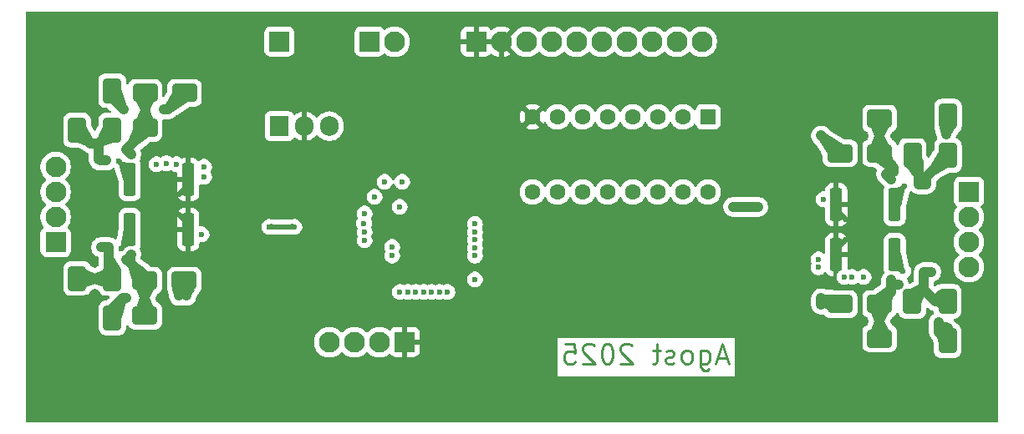
<source format=gbr>
%TF.GenerationSoftware,KiCad,Pcbnew,9.0.3*%
%TF.CreationDate,2025-10-17T11:05:45+02:00*%
%TF.ProjectId,PCB_Driver_Stepper,5043425f-4472-4697-9665-725f53746570,rev?*%
%TF.SameCoordinates,Original*%
%TF.FileFunction,Copper,L4,Bot*%
%TF.FilePolarity,Positive*%
%FSLAX46Y46*%
G04 Gerber Fmt 4.6, Leading zero omitted, Abs format (unit mm)*
G04 Created by KiCad (PCBNEW 9.0.3) date 2025-10-17 11:05:45*
%MOMM*%
%LPD*%
G01*
G04 APERTURE LIST*
G04 Aperture macros list*
%AMRoundRect*
0 Rectangle with rounded corners*
0 $1 Rounding radius*
0 $2 $3 $4 $5 $6 $7 $8 $9 X,Y pos of 4 corners*
0 Add a 4 corners polygon primitive as box body*
4,1,4,$2,$3,$4,$5,$6,$7,$8,$9,$2,$3,0*
0 Add four circle primitives for the rounded corners*
1,1,$1+$1,$2,$3*
1,1,$1+$1,$4,$5*
1,1,$1+$1,$6,$7*
1,1,$1+$1,$8,$9*
0 Add four rect primitives between the rounded corners*
20,1,$1+$1,$2,$3,$4,$5,0*
20,1,$1+$1,$4,$5,$6,$7,0*
20,1,$1+$1,$6,$7,$8,$9,0*
20,1,$1+$1,$8,$9,$2,$3,0*%
G04 Aperture macros list end*
%ADD10C,0.250000*%
%TA.AperFunction,NonConductor*%
%ADD11C,0.250000*%
%TD*%
%TA.AperFunction,ComponentPad*%
%ADD12R,1.000000X1.000000*%
%TD*%
%TA.AperFunction,ComponentPad*%
%ADD13C,1.000000*%
%TD*%
%TA.AperFunction,ComponentPad*%
%ADD14RoundRect,0.250000X-0.550000X0.550000X-0.550000X-0.550000X0.550000X-0.550000X0.550000X0.550000X0*%
%TD*%
%TA.AperFunction,ComponentPad*%
%ADD15C,1.600000*%
%TD*%
%TA.AperFunction,ComponentPad*%
%ADD16RoundRect,0.250001X0.799999X-0.799999X0.799999X0.799999X-0.799999X0.799999X-0.799999X-0.799999X0*%
%TD*%
%TA.AperFunction,ComponentPad*%
%ADD17C,2.100000*%
%TD*%
%TA.AperFunction,ComponentPad*%
%ADD18RoundRect,0.250001X-0.799999X-0.799999X0.799999X-0.799999X0.799999X0.799999X-0.799999X0.799999X0*%
%TD*%
%TA.AperFunction,ComponentPad*%
%ADD19R,1.905000X2.000000*%
%TD*%
%TA.AperFunction,ComponentPad*%
%ADD20O,1.905000X2.000000*%
%TD*%
%TA.AperFunction,ComponentPad*%
%ADD21RoundRect,0.250001X-0.799999X0.799999X-0.799999X-0.799999X0.799999X-0.799999X0.799999X0.799999X0*%
%TD*%
%TA.AperFunction,ComponentPad*%
%ADD22RoundRect,0.250001X0.799999X0.799999X-0.799999X0.799999X-0.799999X-0.799999X0.799999X-0.799999X0*%
%TD*%
%TA.AperFunction,SMDPad,CuDef*%
%ADD23RoundRect,0.250000X1.000000X0.650000X-1.000000X0.650000X-1.000000X-0.650000X1.000000X-0.650000X0*%
%TD*%
%TA.AperFunction,SMDPad,CuDef*%
%ADD24RoundRect,0.250000X-0.650000X1.000000X-0.650000X-1.000000X0.650000X-1.000000X0.650000X1.000000X0*%
%TD*%
%TA.AperFunction,SMDPad,CuDef*%
%ADD25RoundRect,0.250000X0.362500X1.425000X-0.362500X1.425000X-0.362500X-1.425000X0.362500X-1.425000X0*%
%TD*%
%TA.AperFunction,SMDPad,CuDef*%
%ADD26RoundRect,0.250000X0.650000X-1.000000X0.650000X1.000000X-0.650000X1.000000X-0.650000X-1.000000X0*%
%TD*%
%TA.AperFunction,SMDPad,CuDef*%
%ADD27RoundRect,0.250000X-1.000000X-0.650000X1.000000X-0.650000X1.000000X0.650000X-1.000000X0.650000X0*%
%TD*%
%TA.AperFunction,SMDPad,CuDef*%
%ADD28RoundRect,0.250000X-0.362500X-1.425000X0.362500X-1.425000X0.362500X1.425000X-0.362500X1.425000X0*%
%TD*%
%TA.AperFunction,ViaPad*%
%ADD29C,0.600000*%
%TD*%
%TA.AperFunction,ViaPad*%
%ADD30C,0.700000*%
%TD*%
%TA.AperFunction,Conductor*%
%ADD31C,0.500000*%
%TD*%
%TA.AperFunction,Conductor*%
%ADD32C,1.000000*%
%TD*%
%TA.AperFunction,Conductor*%
%ADD33C,0.300000*%
%TD*%
G04 APERTURE END LIST*
D10*
D11*
X159093095Y-101700809D02*
X158140714Y-101700809D01*
X159283571Y-102272238D02*
X158616905Y-100272238D01*
X158616905Y-100272238D02*
X157950238Y-102272238D01*
X156426428Y-100938904D02*
X156426428Y-102557952D01*
X156426428Y-102557952D02*
X156521666Y-102748428D01*
X156521666Y-102748428D02*
X156616904Y-102843666D01*
X156616904Y-102843666D02*
X156807381Y-102938904D01*
X156807381Y-102938904D02*
X157093095Y-102938904D01*
X157093095Y-102938904D02*
X157283571Y-102843666D01*
X156426428Y-102177000D02*
X156616904Y-102272238D01*
X156616904Y-102272238D02*
X156997857Y-102272238D01*
X156997857Y-102272238D02*
X157188333Y-102177000D01*
X157188333Y-102177000D02*
X157283571Y-102081761D01*
X157283571Y-102081761D02*
X157378809Y-101891285D01*
X157378809Y-101891285D02*
X157378809Y-101319857D01*
X157378809Y-101319857D02*
X157283571Y-101129380D01*
X157283571Y-101129380D02*
X157188333Y-101034142D01*
X157188333Y-101034142D02*
X156997857Y-100938904D01*
X156997857Y-100938904D02*
X156616904Y-100938904D01*
X156616904Y-100938904D02*
X156426428Y-101034142D01*
X155188333Y-102272238D02*
X155378809Y-102177000D01*
X155378809Y-102177000D02*
X155474047Y-102081761D01*
X155474047Y-102081761D02*
X155569285Y-101891285D01*
X155569285Y-101891285D02*
X155569285Y-101319857D01*
X155569285Y-101319857D02*
X155474047Y-101129380D01*
X155474047Y-101129380D02*
X155378809Y-101034142D01*
X155378809Y-101034142D02*
X155188333Y-100938904D01*
X155188333Y-100938904D02*
X154902618Y-100938904D01*
X154902618Y-100938904D02*
X154712142Y-101034142D01*
X154712142Y-101034142D02*
X154616904Y-101129380D01*
X154616904Y-101129380D02*
X154521666Y-101319857D01*
X154521666Y-101319857D02*
X154521666Y-101891285D01*
X154521666Y-101891285D02*
X154616904Y-102081761D01*
X154616904Y-102081761D02*
X154712142Y-102177000D01*
X154712142Y-102177000D02*
X154902618Y-102272238D01*
X154902618Y-102272238D02*
X155188333Y-102272238D01*
X153759761Y-102177000D02*
X153569285Y-102272238D01*
X153569285Y-102272238D02*
X153188333Y-102272238D01*
X153188333Y-102272238D02*
X152997856Y-102177000D01*
X152997856Y-102177000D02*
X152902618Y-101986523D01*
X152902618Y-101986523D02*
X152902618Y-101891285D01*
X152902618Y-101891285D02*
X152997856Y-101700809D01*
X152997856Y-101700809D02*
X153188333Y-101605571D01*
X153188333Y-101605571D02*
X153474047Y-101605571D01*
X153474047Y-101605571D02*
X153664523Y-101510333D01*
X153664523Y-101510333D02*
X153759761Y-101319857D01*
X153759761Y-101319857D02*
X153759761Y-101224619D01*
X153759761Y-101224619D02*
X153664523Y-101034142D01*
X153664523Y-101034142D02*
X153474047Y-100938904D01*
X153474047Y-100938904D02*
X153188333Y-100938904D01*
X153188333Y-100938904D02*
X152997856Y-101034142D01*
X152331189Y-100938904D02*
X151569285Y-100938904D01*
X152045475Y-100272238D02*
X152045475Y-101986523D01*
X152045475Y-101986523D02*
X151950237Y-102177000D01*
X151950237Y-102177000D02*
X151759761Y-102272238D01*
X151759761Y-102272238D02*
X151569285Y-102272238D01*
X149474046Y-100462714D02*
X149378808Y-100367476D01*
X149378808Y-100367476D02*
X149188332Y-100272238D01*
X149188332Y-100272238D02*
X148712141Y-100272238D01*
X148712141Y-100272238D02*
X148521665Y-100367476D01*
X148521665Y-100367476D02*
X148426427Y-100462714D01*
X148426427Y-100462714D02*
X148331189Y-100653190D01*
X148331189Y-100653190D02*
X148331189Y-100843666D01*
X148331189Y-100843666D02*
X148426427Y-101129380D01*
X148426427Y-101129380D02*
X149569284Y-102272238D01*
X149569284Y-102272238D02*
X148331189Y-102272238D01*
X147093094Y-100272238D02*
X146902617Y-100272238D01*
X146902617Y-100272238D02*
X146712141Y-100367476D01*
X146712141Y-100367476D02*
X146616903Y-100462714D01*
X146616903Y-100462714D02*
X146521665Y-100653190D01*
X146521665Y-100653190D02*
X146426427Y-101034142D01*
X146426427Y-101034142D02*
X146426427Y-101510333D01*
X146426427Y-101510333D02*
X146521665Y-101891285D01*
X146521665Y-101891285D02*
X146616903Y-102081761D01*
X146616903Y-102081761D02*
X146712141Y-102177000D01*
X146712141Y-102177000D02*
X146902617Y-102272238D01*
X146902617Y-102272238D02*
X147093094Y-102272238D01*
X147093094Y-102272238D02*
X147283570Y-102177000D01*
X147283570Y-102177000D02*
X147378808Y-102081761D01*
X147378808Y-102081761D02*
X147474046Y-101891285D01*
X147474046Y-101891285D02*
X147569284Y-101510333D01*
X147569284Y-101510333D02*
X147569284Y-101034142D01*
X147569284Y-101034142D02*
X147474046Y-100653190D01*
X147474046Y-100653190D02*
X147378808Y-100462714D01*
X147378808Y-100462714D02*
X147283570Y-100367476D01*
X147283570Y-100367476D02*
X147093094Y-100272238D01*
X145664522Y-100462714D02*
X145569284Y-100367476D01*
X145569284Y-100367476D02*
X145378808Y-100272238D01*
X145378808Y-100272238D02*
X144902617Y-100272238D01*
X144902617Y-100272238D02*
X144712141Y-100367476D01*
X144712141Y-100367476D02*
X144616903Y-100462714D01*
X144616903Y-100462714D02*
X144521665Y-100653190D01*
X144521665Y-100653190D02*
X144521665Y-100843666D01*
X144521665Y-100843666D02*
X144616903Y-101129380D01*
X144616903Y-101129380D02*
X145759760Y-102272238D01*
X145759760Y-102272238D02*
X144521665Y-102272238D01*
X142712141Y-100272238D02*
X143664522Y-100272238D01*
X143664522Y-100272238D02*
X143759760Y-101224619D01*
X143759760Y-101224619D02*
X143664522Y-101129380D01*
X143664522Y-101129380D02*
X143474046Y-101034142D01*
X143474046Y-101034142D02*
X142997855Y-101034142D01*
X142997855Y-101034142D02*
X142807379Y-101129380D01*
X142807379Y-101129380D02*
X142712141Y-101224619D01*
X142712141Y-101224619D02*
X142616903Y-101415095D01*
X142616903Y-101415095D02*
X142616903Y-101891285D01*
X142616903Y-101891285D02*
X142712141Y-102081761D01*
X142712141Y-102081761D02*
X142807379Y-102177000D01*
X142807379Y-102177000D02*
X142997855Y-102272238D01*
X142997855Y-102272238D02*
X143474046Y-102272238D01*
X143474046Y-102272238D02*
X143664522Y-102177000D01*
X143664522Y-102177000D02*
X143759760Y-102081761D01*
D12*
%TO.P,J107,1,Pin_1*%
%TO.N,GNDREF*%
X100055000Y-86120000D03*
D13*
%TO.P,J107,2,Pin_2*%
X101325000Y-86120000D03*
%TO.P,J107,3,Pin_3*%
X102595000Y-86120000D03*
%TD*%
D14*
%TO.P,U302,1,I1*%
%TO.N,/MCU/IN1*%
X157205000Y-77230000D03*
D15*
%TO.P,U302,2,I2*%
%TO.N,/MCU/IN2*%
X154665000Y-77230000D03*
%TO.P,U302,3,I3*%
%TO.N,/MCU/IN3*%
X152125000Y-77230000D03*
%TO.P,U302,4,I4*%
%TO.N,/MCU/IN4*%
X149585000Y-77230000D03*
%TO.P,U302,5,I5*%
%TO.N,/MCU/IN5*%
X147045000Y-77230000D03*
%TO.P,U302,6,I6*%
%TO.N,/MCU/IN6*%
X144505000Y-77230000D03*
%TO.P,U302,7,I7*%
%TO.N,/MCU/IN7*%
X141965000Y-77230000D03*
%TO.P,U302,8,GND*%
%TO.N,GNDREF*%
X139425000Y-77230000D03*
%TO.P,U302,9,COM*%
%TO.N,VCC_3V3*%
X139425000Y-84850000D03*
%TO.P,U302,10,O7*%
%TO.N,/MCU/INI7*%
X141965000Y-84850000D03*
%TO.P,U302,11,O6*%
%TO.N,/MCU/INI6*%
X144505000Y-84850000D03*
%TO.P,U302,12,O5*%
%TO.N,/MCU/INI5*%
X147045000Y-84850000D03*
%TO.P,U302,13,O4*%
%TO.N,/MCU/INI4*%
X149585000Y-84850000D03*
%TO.P,U302,14,O3*%
%TO.N,/MCU/INI3*%
X152125000Y-84850000D03*
%TO.P,U302,15,O2*%
%TO.N,/MCU/INI2*%
X154665000Y-84850000D03*
%TO.P,U302,16,O1*%
%TO.N,/MCU/INI1*%
X157205000Y-84850000D03*
%TD*%
D16*
%TO.P,J105,1,Pin_1*%
%TO.N,/DRIVERS/M1_OUT1A*%
X91120100Y-89940000D03*
D17*
%TO.P,J105,2,Pin_2*%
%TO.N,/DRIVERS/M1_OUT1B*%
X91120100Y-87400000D03*
%TO.P,J105,3,Pin_3*%
%TO.N,/DRIVERS/M1_OUT2B*%
X91120100Y-84860000D03*
%TO.P,J105,4,Pin_4*%
%TO.N,/DRIVERS/M1_OUT2A*%
X91120100Y-82320000D03*
%TD*%
D18*
%TO.P,J102,1,Pin_1*%
%TO.N,GNDREF*%
X133710000Y-69609000D03*
D17*
%TO.P,J102,2,Pin_2*%
X136250000Y-69609000D03*
%TO.P,J102,3,Pin_3*%
%TO.N,/MCU/IN7*%
X138790000Y-69609000D03*
%TO.P,J102,4,Pin_4*%
%TO.N,/MCU/IN6*%
X141330000Y-69609000D03*
%TO.P,J102,5,Pin_5*%
%TO.N,/MCU/IN5*%
X143870000Y-69609000D03*
%TO.P,J102,6,Pin_6*%
%TO.N,/MCU/IN4*%
X146410000Y-69609000D03*
%TO.P,J102,7,Pin_7*%
%TO.N,/MCU/IN3*%
X148950000Y-69609000D03*
%TO.P,J102,8,Pin_8*%
%TO.N,/MCU/IN2*%
X151490000Y-69609000D03*
%TO.P,J102,9,Pin_9*%
%TO.N,/MCU/IN1*%
X154030000Y-69609000D03*
%TO.P,J102,10,Pin_10*%
%TO.N,VCC_12V*%
X156570000Y-69609000D03*
%TD*%
D18*
%TO.P,J103,1,Pin_1*%
%TO.N,/MCU/USART1_RX*%
X122915000Y-69610000D03*
D17*
%TO.P,J103,2,Pin_2*%
%TO.N,/MCU/USART1_TX*%
X125455000Y-69610000D03*
%TD*%
D19*
%TO.P,U201,1,VI*%
%TO.N,VCC_12V*%
X113771000Y-78180000D03*
D20*
%TO.P,U201,2,GND*%
%TO.N,GNDREF*%
X116311000Y-78180000D03*
%TO.P,U201,3,VO*%
%TO.N,VCC_3V3*%
X118851000Y-78180000D03*
%TD*%
D18*
%TO.P,J101,1,Pin_1*%
%TO.N,VDD*%
X113772000Y-69610000D03*
D17*
%TO.P,J101,2,Pin_2*%
%TO.N,GNDREF*%
X116312000Y-69610000D03*
%TD*%
D21*
%TO.P,J106,1,Pin_1*%
%TO.N,/DRIVERS/M2_OUT1A*%
X183626500Y-84850000D03*
D17*
%TO.P,J106,2,Pin_2*%
%TO.N,/DRIVERS/M2_OUT1B*%
X183626500Y-87390000D03*
%TO.P,J106,3,Pin_3*%
%TO.N,/DRIVERS/M2_OUT2B*%
X183626500Y-89930000D03*
%TO.P,J106,4,Pin_4*%
%TO.N,/DRIVERS/M2_OUT2A*%
X183626500Y-92470000D03*
%TD*%
D22*
%TO.P,J104,1,Pin_1*%
%TO.N,GNDREF*%
X126471000Y-100090000D03*
D17*
%TO.P,J104,2,Pin_2*%
%TO.N,/MCU/SYS_SWCLK*%
X123931000Y-100090000D03*
%TO.P,J104,3,Pin_3*%
%TO.N,/MCU/SYS_SWDIO*%
X121391000Y-100090000D03*
%TO.P,J104,4,Pin_4*%
%TO.N,VCC_3V3*%
X118851000Y-100090000D03*
%TD*%
D12*
%TO.P,J108,1,Pin_1*%
%TO.N,GNDREF*%
X174731000Y-88665000D03*
D13*
%TO.P,J108,2,Pin_2*%
X173461000Y-88665000D03*
%TO.P,J108,3,Pin_3*%
X172191000Y-88665000D03*
%TD*%
D23*
%TO.P,D402,1,K*%
%TO.N,VCC_12V*%
X104142600Y-93851000D03*
%TO.P,D402,2,A*%
%TO.N,/DRIVERS/M1_OUT1A*%
X100142600Y-93851000D03*
%TD*%
%TO.P,D414,1,K*%
%TO.N,/DRIVERS/M2_OUT1A*%
X174572000Y-77418000D03*
%TO.P,D414,2,A*%
%TO.N,GNDREF*%
X170572000Y-77418000D03*
%TD*%
D24*
%TO.P,D415,1,K*%
%TO.N,/DRIVERS/M2_OUT2B*%
X177866000Y-95952000D03*
%TO.P,D415,2,A*%
%TO.N,GNDREF*%
X177866000Y-99952000D03*
%TD*%
D25*
%TO.P,R405,1*%
%TO.N,Net-(U402-RNF2)*%
X176114000Y-91205000D03*
%TO.P,R405,2*%
%TO.N,GNDREF*%
X170189000Y-91205000D03*
%TD*%
D26*
%TO.P,D401,1,K*%
%TO.N,VCC_12V*%
X96864600Y-97629000D03*
%TO.P,D401,2,A*%
%TO.N,/DRIVERS/M1_OUT1B*%
X96864600Y-93629000D03*
%TD*%
D27*
%TO.P,D412,1,K*%
%TO.N,VCC_12V*%
X170572000Y-96214000D03*
%TO.P,D412,2,A*%
%TO.N,/DRIVERS/M2_OUT2A*%
X174572000Y-96214000D03*
%TD*%
D28*
%TO.P,R401,1*%
%TO.N,Net-(U401-RNF1)*%
X98632600Y-88665000D03*
%TO.P,R401,2*%
%TO.N,GNDREF*%
X104557600Y-88665000D03*
%TD*%
D23*
%TO.P,D416,1,K*%
%TO.N,/DRIVERS/M2_OUT2A*%
X174572000Y-99730000D03*
%TO.P,D416,2,A*%
%TO.N,GNDREF*%
X170572000Y-99730000D03*
%TD*%
D24*
%TO.P,D409,1,K*%
%TO.N,VCC_12V*%
X181502000Y-77156000D03*
%TO.P,D409,2,A*%
%TO.N,/DRIVERS/M2_OUT1B*%
X181502000Y-81156000D03*
%TD*%
D25*
%TO.P,R404,1*%
%TO.N,Net-(U402-RNF1)*%
X176114000Y-86125000D03*
%TO.P,R404,2*%
%TO.N,GNDREF*%
X170189000Y-86125000D03*
%TD*%
D24*
%TO.P,D405,1,K*%
%TO.N,/DRIVERS/M1_OUT1B*%
X93308600Y-93629000D03*
%TO.P,D405,2,A*%
%TO.N,GNDREF*%
X93308600Y-97629000D03*
%TD*%
D27*
%TO.P,D408,1,K*%
%TO.N,/DRIVERS/M1_OUT2A*%
X100174600Y-78357000D03*
%TO.P,D408,2,A*%
%TO.N,GNDREF*%
X104174600Y-78357000D03*
%TD*%
D24*
%TO.P,D403,1,K*%
%TO.N,VCC_12V*%
X96840600Y-74579000D03*
%TO.P,D403,2,A*%
%TO.N,/DRIVERS/M1_OUT2B*%
X96840600Y-78579000D03*
%TD*%
D23*
%TO.P,D404,1,K*%
%TO.N,VCC_12V*%
X104174600Y-74801000D03*
%TO.P,D404,2,A*%
%TO.N,/DRIVERS/M1_OUT2A*%
X100174600Y-74801000D03*
%TD*%
D28*
%TO.P,R402,1*%
%TO.N,Net-(U401-RNF2)*%
X98632600Y-83585000D03*
%TO.P,R402,2*%
%TO.N,GNDREF*%
X104557600Y-83585000D03*
%TD*%
D26*
%TO.P,D407,1,K*%
%TO.N,/DRIVERS/M1_OUT2B*%
X93284600Y-78579000D03*
%TO.P,D407,2,A*%
%TO.N,GNDREF*%
X93284600Y-74579000D03*
%TD*%
%TO.P,D413,1,K*%
%TO.N,/DRIVERS/M2_OUT1B*%
X177906000Y-81156000D03*
%TO.P,D413,2,A*%
%TO.N,GNDREF*%
X177906000Y-77156000D03*
%TD*%
%TO.P,D411,1,K*%
%TO.N,VCC_12V*%
X181462000Y-99952000D03*
%TO.P,D411,2,A*%
%TO.N,/DRIVERS/M2_OUT2B*%
X181462000Y-95952000D03*
%TD*%
D27*
%TO.P,D406,1,K*%
%TO.N,/DRIVERS/M1_OUT1A*%
X100142600Y-97407000D03*
%TO.P,D406,2,A*%
%TO.N,GNDREF*%
X104142600Y-97407000D03*
%TD*%
%TO.P,D410,1,K*%
%TO.N,VCC_12V*%
X170572000Y-80934000D03*
%TO.P,D410,2,A*%
%TO.N,/DRIVERS/M2_OUT1A*%
X174572000Y-80934000D03*
%TD*%
D29*
%TO.N,GNDREF*%
X176509000Y-79262000D03*
X105897000Y-79770000D03*
X110215000Y-90184000D03*
X176255000Y-107456000D03*
X172699000Y-89676000D03*
X172445000Y-107456000D03*
X110469000Y-93994000D03*
X172445000Y-67070000D03*
X121899000Y-92216000D03*
X174223000Y-87644000D03*
X100563000Y-87136000D03*
X102849000Y-85104000D03*
X120375000Y-92216000D03*
X173461000Y-89676000D03*
X135869000Y-83961000D03*
D30*
X176001000Y-88660000D03*
D29*
X164317000Y-80786000D03*
X101325000Y-87136000D03*
X102087000Y-67324000D03*
X100563000Y-85104000D03*
X164571000Y-84596000D03*
X98277000Y-107456000D03*
X103611000Y-87136000D03*
X133329000Y-80024000D03*
X171175000Y-89676000D03*
X164571000Y-88406000D03*
X94975000Y-96026000D03*
D30*
X98785000Y-86120000D03*
D29*
X173461000Y-87644000D03*
X172699000Y-87644000D03*
X171937000Y-87644000D03*
X167619000Y-95010000D03*
X133329000Y-81548000D03*
X110469000Y-84596000D03*
X125709000Y-79008000D03*
X102087000Y-87136000D03*
X171175000Y-87644000D03*
X101325000Y-85104000D03*
X109961000Y-87390000D03*
X102087000Y-85104000D03*
X94213000Y-95772000D03*
X98277000Y-67324000D03*
X169905000Y-82818000D03*
X103611000Y-85104000D03*
X102087000Y-107456000D03*
X174223000Y-89676000D03*
X171937000Y-89676000D03*
X164317000Y-90184000D03*
X176255000Y-67070000D03*
X106659000Y-79770000D03*
X124185000Y-79008000D03*
X102849000Y-87136000D03*
X133329000Y-83072000D03*
X128757000Y-79008000D03*
%TO.N,/DRIVERS/M2_OUT1B*%
X178541000Y-84088000D03*
X179303000Y-84088000D03*
%TO.N,/MCU/SYS_SWDIO*%
X129995000Y-95010000D03*
%TO.N,/MCU/SYS_SWCLK*%
X130795000Y-95010000D03*
%TO.N,/DRIVERS/M2_OUT1A*%
X175747000Y-83580000D03*
X176001000Y-82818000D03*
%TO.N,/DRIVERS/M2_OUT2B*%
X179049000Y-92983000D03*
X179811000Y-92978000D03*
%TO.N,/DRIVERS/M2_OUT2A*%
X176509000Y-94248000D03*
X175747000Y-93775500D03*
%TO.N,/DRIVERS/M1_OUT2B*%
X95483000Y-81548000D03*
X96245000Y-81675000D03*
%TO.N,/DRIVERS/M1_OUT2A*%
X98785000Y-81040000D03*
X98277000Y-80532000D03*
%TO.N,/DRIVERS/M1_OUT1B*%
X95725300Y-90449700D03*
X96499000Y-90438000D03*
%TO.N,/DRIVERS/M1_OUT1A*%
X98277000Y-91708000D03*
X98785000Y-91200000D03*
%TO.N,/MCU/USART1_RX*%
X123423000Y-85358000D03*
%TO.N,/MCU/USART1_TX*%
X124439000Y-83834000D03*
%TO.N,/M1_PS*%
X125963000Y-86374000D03*
X105897000Y-89168000D03*
%TO.N,VCC_12V*%
X102849000Y-76214000D03*
X168635000Y-96280000D03*
X180573000Y-98058000D03*
X181335000Y-79008000D03*
X97515000Y-96026000D03*
X98023000Y-76468000D03*
X103611000Y-95391000D03*
X98277000Y-95629000D03*
X97515000Y-75960000D03*
X181335000Y-98566000D03*
X104373000Y-95391000D03*
X168635000Y-95645000D03*
X102087000Y-76468000D03*
X168635000Y-79135000D03*
%TO.N,VCC_3V3*%
X159745000Y-86374000D03*
X162285000Y-86374000D03*
X115295000Y-88406000D03*
X112755000Y-88406000D03*
%TO.N,/M2_MODE1*%
X126794994Y-95010000D03*
X171797006Y-93486000D03*
%TO.N,/M2_CK*%
X168381000Y-92508003D03*
X128395000Y-95010000D03*
%TO.N,/M2_EN*%
X172953000Y-93486000D03*
X125994991Y-95010000D03*
%TO.N,/M2_CLK*%
X168381000Y-91708000D03*
X129195000Y-95010000D03*
%TO.N,/M2_PS*%
X168889000Y-85612000D03*
X133583000Y-93740000D03*
%TO.N,/M2_MODE0*%
X170997006Y-93486000D03*
X127594997Y-95010000D03*
%TO.N,/M1_EN*%
X122407000Y-89764003D03*
X101326875Y-82056493D03*
%TO.N,/M1_MODE1*%
X102341000Y-81950281D03*
X122407000Y-88914000D03*
%TO.N,/M1_CLK*%
X106151000Y-83326000D03*
X122407000Y-87047997D03*
%TO.N,/M1_CK*%
X106151000Y-82310000D03*
X126217000Y-83834000D03*
%TO.N,/M1_MODE0*%
X122350759Y-88035300D03*
X103357000Y-82056000D03*
%TO.N,Net-(U401-RNF1)*%
X97769000Y-90619893D03*
%TO.N,Net-(U401-RNF2)*%
X97467318Y-81715243D03*
%TO.N,Net-(U402-RNF1)*%
X177069871Y-84270000D03*
%TO.N,Net-(U402-RNF2)*%
X176964030Y-92883892D03*
%TO.N,/MCU/INI1*%
X125201000Y-90438000D03*
%TO.N,/MCU/INI2*%
X125201000Y-91295000D03*
%TO.N,/MCU/INI3*%
X133583000Y-91314009D03*
%TO.N,/MCU/INI4*%
X133583000Y-90514006D03*
%TO.N,/MCU/INI5*%
X133583000Y-89714003D03*
%TO.N,/MCU/INI6*%
X133583000Y-88914000D03*
%TO.N,/MCU/INI7*%
X133583000Y-88113997D03*
%TD*%
D31*
%TO.N,GNDREF*%
X104557600Y-88082600D02*
X104557600Y-88665000D01*
X170189000Y-86658000D02*
X171175000Y-87644000D01*
X170189000Y-91205000D02*
X170189000Y-90662000D01*
D32*
X94975000Y-96026000D02*
X94911600Y-96026000D01*
D31*
X136250000Y-74055000D02*
X139425000Y-77230000D01*
D32*
X94213000Y-96280000D02*
X94435300Y-96502300D01*
X94435300Y-96502300D02*
X93308600Y-97629000D01*
D31*
X104557600Y-84157400D02*
X104557600Y-83585000D01*
X170189000Y-86125000D02*
X170189000Y-86658000D01*
D32*
X94911600Y-96026000D02*
X94435300Y-96502300D01*
X94213000Y-95772000D02*
X94213000Y-96280000D01*
D31*
X136250000Y-69610000D02*
X133710000Y-69610000D01*
X136250000Y-69610000D02*
X136250000Y-74055000D01*
X103611000Y-85104000D02*
X104557600Y-84157400D01*
X170189000Y-90662000D02*
X171175000Y-89676000D01*
X103611000Y-87136000D02*
X104557600Y-88082600D01*
D32*
%TO.N,/DRIVERS/M2_OUT1B*%
X179303000Y-83355000D02*
X181502000Y-81156000D01*
X178541000Y-84088000D02*
X178541000Y-81791000D01*
X178541000Y-81791000D02*
X177906000Y-81156000D01*
X178541000Y-84088000D02*
X179303000Y-84088000D01*
X179303000Y-84088000D02*
X179303000Y-83355000D01*
%TO.N,/DRIVERS/M2_OUT1A*%
X174572000Y-80934000D02*
X174572000Y-77418000D01*
X176001000Y-82818000D02*
X176001000Y-82363000D01*
X176001000Y-82363000D02*
X175720500Y-82082500D01*
X175747000Y-83580000D02*
X175239000Y-83072000D01*
X175720500Y-82590500D02*
X175720500Y-82082500D01*
X175239000Y-83072000D02*
X175720500Y-82590500D01*
X175720500Y-82082500D02*
X174572000Y-80934000D01*
%TO.N,/DRIVERS/M2_OUT2B*%
X179049000Y-94769000D02*
X180232000Y-95952000D01*
X179049000Y-92983000D02*
X179049000Y-94769000D01*
X179806000Y-92983000D02*
X179811000Y-92978000D01*
X180232000Y-95952000D02*
X181462000Y-95952000D01*
X179049000Y-92983000D02*
X179806000Y-92983000D01*
X179049000Y-94769000D02*
X177866000Y-95952000D01*
%TO.N,/DRIVERS/M2_OUT2A*%
X175747000Y-95039000D02*
X174572000Y-96214000D01*
X175747000Y-93775500D02*
X175747000Y-94502000D01*
X176509000Y-94248000D02*
X176001000Y-94248000D01*
X175747000Y-94502000D02*
X175747000Y-95039000D01*
X174572000Y-96214000D02*
X174572000Y-99730000D01*
X176001000Y-94248000D02*
X175747000Y-94502000D01*
%TO.N,/DRIVERS/M1_OUT2B*%
X95483000Y-79936600D02*
X94642200Y-79936600D01*
X94642200Y-79936600D02*
X93284600Y-78579000D01*
X95483000Y-79936600D02*
X96840600Y-78579000D01*
X95610000Y-81675000D02*
X95483000Y-81548000D01*
X93284600Y-78714600D02*
X93284600Y-78579000D01*
X96245000Y-81675000D02*
X95610000Y-81675000D01*
X95483000Y-81548000D02*
X95483000Y-79936600D01*
%TO.N,/DRIVERS/M1_OUT2A*%
X100174600Y-78357000D02*
X100174600Y-74801000D01*
X98277000Y-80532000D02*
X100174600Y-78634400D01*
X98277000Y-80532000D02*
X98785000Y-81040000D01*
X100174600Y-78634400D02*
X100174600Y-78357000D01*
%TO.N,/DRIVERS/M1_OUT1B*%
X96864600Y-93629000D02*
X93308600Y-93629000D01*
X96499000Y-93263400D02*
X96864600Y-93629000D01*
X96499000Y-90438000D02*
X96499000Y-93263400D01*
X95737000Y-90438000D02*
X96499000Y-90438000D01*
X95725300Y-90449700D02*
X95737000Y-90438000D01*
%TO.N,/DRIVERS/M1_OUT1A*%
X98785000Y-91200000D02*
X98658000Y-91327000D01*
X98658000Y-92089000D02*
X100142600Y-93573600D01*
X98658000Y-91327000D02*
X98658000Y-92089000D01*
X100142600Y-93851000D02*
X100142600Y-97407000D01*
X100142600Y-93573600D02*
X100142600Y-93851000D01*
X98277000Y-91708000D02*
X98658000Y-92089000D01*
%TO.N,VCC_12V*%
X169204000Y-96214000D02*
X170572000Y-96214000D01*
X102087000Y-76468000D02*
X102507600Y-76468000D01*
X181462000Y-99952000D02*
X181462000Y-98693000D01*
X181335000Y-79008000D02*
X181335000Y-77323000D01*
X97912000Y-95629000D02*
X97515000Y-96026000D01*
X97515000Y-96026000D02*
X97515000Y-96978600D01*
X103611000Y-95391000D02*
X103611000Y-94382600D01*
X181462000Y-98693000D02*
X181335000Y-98566000D01*
X180573000Y-99063000D02*
X181462000Y-99952000D01*
X104373000Y-94081400D02*
X104142600Y-93851000D01*
X104373000Y-95391000D02*
X104373000Y-94081400D01*
D33*
X170003000Y-95645000D02*
X170572000Y-96214000D01*
D32*
X168635000Y-95645000D02*
X169204000Y-96214000D01*
X98277000Y-95629000D02*
X97912000Y-95629000D01*
X168635000Y-79135000D02*
X170434000Y-80934000D01*
X102507600Y-76468000D02*
X104174600Y-74801000D01*
X103611000Y-94382600D02*
X104142600Y-93851000D01*
X98023000Y-76468000D02*
X96840600Y-75285600D01*
X168635000Y-95645000D02*
X168635000Y-96280000D01*
X170434000Y-80934000D02*
X170572000Y-80934000D01*
X97515000Y-96978600D02*
X96864600Y-97629000D01*
X96840600Y-75285600D02*
X96840600Y-74579000D01*
X180573000Y-98058000D02*
X180573000Y-99063000D01*
X181335000Y-77323000D02*
X181502000Y-77156000D01*
%TO.N,VCC_3V3*%
X159745000Y-86374000D02*
X162285000Y-86374000D01*
D31*
X115295000Y-88406000D02*
X112755000Y-88406000D01*
D33*
%TO.N,Net-(U401-RNF1)*%
X98632600Y-89756293D02*
X98632600Y-88665000D01*
X97769000Y-90619893D02*
X98632600Y-89756293D01*
%TO.N,Net-(U401-RNF2)*%
X97467318Y-81715243D02*
X98632600Y-82880525D01*
X98632600Y-82880525D02*
X98632600Y-83585000D01*
%TO.N,Net-(U402-RNF1)*%
X176114000Y-85225871D02*
X176114000Y-86125000D01*
X177069871Y-84270000D02*
X176114000Y-85225871D01*
%TO.N,Net-(U402-RNF2)*%
X176964030Y-92883892D02*
X176114000Y-92033862D01*
X176114000Y-92033862D02*
X176114000Y-91205000D01*
%TD*%
%TA.AperFunction,Conductor*%
%TO.N,GNDREF*%
G36*
X186547539Y-66570185D02*
G01*
X186593294Y-66622989D01*
X186604500Y-66674500D01*
X186604500Y-108085500D01*
X186584815Y-108152539D01*
X186532011Y-108198294D01*
X186480500Y-108209500D01*
X88229500Y-108209500D01*
X88162461Y-108189815D01*
X88116706Y-108137011D01*
X88105500Y-108085500D01*
X88105500Y-103570839D01*
X141984968Y-103570839D01*
X159915506Y-103570839D01*
X159915506Y-99639909D01*
X141984968Y-99639909D01*
X141984968Y-103570839D01*
X88105500Y-103570839D01*
X88105500Y-99967973D01*
X117300500Y-99967973D01*
X117300500Y-100212026D01*
X117335026Y-100430016D01*
X117338679Y-100453076D01*
X117414096Y-100685185D01*
X117497388Y-100848656D01*
X117524896Y-100902642D01*
X117668339Y-101100076D01*
X117668343Y-101100081D01*
X117840918Y-101272656D01*
X117840923Y-101272660D01*
X117939082Y-101343976D01*
X118038361Y-101416106D01*
X118255815Y-101526904D01*
X118487924Y-101602321D01*
X118728973Y-101640500D01*
X118728974Y-101640500D01*
X118973026Y-101640500D01*
X118973027Y-101640500D01*
X119214076Y-101602321D01*
X119446185Y-101526904D01*
X119663639Y-101416106D01*
X119861083Y-101272655D01*
X120033319Y-101100419D01*
X120094642Y-101066934D01*
X120164334Y-101071918D01*
X120208681Y-101100419D01*
X120380918Y-101272656D01*
X120380923Y-101272660D01*
X120479082Y-101343976D01*
X120578361Y-101416106D01*
X120795815Y-101526904D01*
X121027924Y-101602321D01*
X121268973Y-101640500D01*
X121268974Y-101640500D01*
X121513026Y-101640500D01*
X121513027Y-101640500D01*
X121754076Y-101602321D01*
X121986185Y-101526904D01*
X122203639Y-101416106D01*
X122401083Y-101272655D01*
X122573319Y-101100419D01*
X122634642Y-101066934D01*
X122704334Y-101071918D01*
X122748681Y-101100419D01*
X122920918Y-101272656D01*
X122920923Y-101272660D01*
X123019082Y-101343976D01*
X123118361Y-101416106D01*
X123335815Y-101526904D01*
X123567924Y-101602321D01*
X123808973Y-101640500D01*
X123808974Y-101640500D01*
X124053026Y-101640500D01*
X124053027Y-101640500D01*
X124294076Y-101602321D01*
X124526185Y-101526904D01*
X124743639Y-101416106D01*
X124891400Y-101308751D01*
X124957202Y-101285273D01*
X125025256Y-101301098D01*
X125069822Y-101343976D01*
X125078683Y-101358343D01*
X125202655Y-101482315D01*
X125351876Y-101574356D01*
X125351881Y-101574358D01*
X125518303Y-101629505D01*
X125518310Y-101629506D01*
X125621014Y-101639999D01*
X125621027Y-101640000D01*
X126221000Y-101640000D01*
X126221000Y-100580747D01*
X126258708Y-100602518D01*
X126398591Y-100640000D01*
X126543409Y-100640000D01*
X126683292Y-100602518D01*
X126721000Y-100580747D01*
X126721000Y-101640000D01*
X127320973Y-101640000D01*
X127320985Y-101639999D01*
X127423689Y-101629506D01*
X127423696Y-101629505D01*
X127590118Y-101574358D01*
X127590123Y-101574356D01*
X127739344Y-101482315D01*
X127863315Y-101358344D01*
X127955356Y-101209123D01*
X127955358Y-101209118D01*
X128010505Y-101042696D01*
X128010506Y-101042689D01*
X128020999Y-100939985D01*
X128021000Y-100939972D01*
X128021000Y-100340000D01*
X126961748Y-100340000D01*
X126983518Y-100302292D01*
X127021000Y-100162409D01*
X127021000Y-100017591D01*
X126983518Y-99877708D01*
X126961748Y-99840000D01*
X128021000Y-99840000D01*
X128021000Y-99240027D01*
X128020999Y-99240014D01*
X128010506Y-99137310D01*
X128010505Y-99137303D01*
X127955358Y-98970881D01*
X127955356Y-98970876D01*
X127863315Y-98821655D01*
X127739344Y-98697684D01*
X127590123Y-98605643D01*
X127590118Y-98605641D01*
X127423696Y-98550494D01*
X127423689Y-98550493D01*
X127320985Y-98540000D01*
X126721000Y-98540000D01*
X126721000Y-99599252D01*
X126683292Y-99577482D01*
X126543409Y-99540000D01*
X126398591Y-99540000D01*
X126258708Y-99577482D01*
X126221000Y-99599252D01*
X126221000Y-98540000D01*
X125621014Y-98540000D01*
X125518310Y-98550493D01*
X125518303Y-98550494D01*
X125351881Y-98605641D01*
X125351876Y-98605643D01*
X125202655Y-98697684D01*
X125078683Y-98821656D01*
X125069819Y-98836027D01*
X125017869Y-98882750D01*
X124948906Y-98893970D01*
X124891397Y-98871245D01*
X124743642Y-98763896D01*
X124743641Y-98763895D01*
X124743639Y-98763894D01*
X124526185Y-98653096D01*
X124294076Y-98577679D01*
X124294074Y-98577678D01*
X124294072Y-98577678D01*
X124122433Y-98550493D01*
X124053027Y-98539500D01*
X123808973Y-98539500D01*
X123753093Y-98548350D01*
X123567927Y-98577678D01*
X123335812Y-98653097D01*
X123118357Y-98763896D01*
X122920923Y-98907339D01*
X122920918Y-98907343D01*
X122748681Y-99079581D01*
X122687358Y-99113066D01*
X122617666Y-99108082D01*
X122573319Y-99079581D01*
X122401081Y-98907343D01*
X122401076Y-98907339D01*
X122203642Y-98763896D01*
X122203641Y-98763895D01*
X122203639Y-98763894D01*
X121986185Y-98653096D01*
X121754076Y-98577679D01*
X121754074Y-98577678D01*
X121754072Y-98577678D01*
X121582433Y-98550493D01*
X121513027Y-98539500D01*
X121268973Y-98539500D01*
X121213093Y-98548350D01*
X121027927Y-98577678D01*
X120795812Y-98653097D01*
X120578357Y-98763896D01*
X120380923Y-98907339D01*
X120380918Y-98907343D01*
X120208681Y-99079581D01*
X120147358Y-99113066D01*
X120077666Y-99108082D01*
X120033319Y-99079581D01*
X119861081Y-98907343D01*
X119861076Y-98907339D01*
X119663642Y-98763896D01*
X119663641Y-98763895D01*
X119663639Y-98763894D01*
X119446185Y-98653096D01*
X119214076Y-98577679D01*
X119214074Y-98577678D01*
X119214072Y-98577678D01*
X119042433Y-98550493D01*
X118973027Y-98539500D01*
X118728973Y-98539500D01*
X118673093Y-98548350D01*
X118487927Y-98577678D01*
X118255812Y-98653097D01*
X118038357Y-98763896D01*
X117840923Y-98907339D01*
X117840918Y-98907343D01*
X117668343Y-99079918D01*
X117668339Y-99079923D01*
X117524896Y-99277357D01*
X117414097Y-99494812D01*
X117338678Y-99726927D01*
X117300500Y-99967973D01*
X88105500Y-99967973D01*
X88105500Y-92578983D01*
X91908100Y-92578983D01*
X91908100Y-94679001D01*
X91908101Y-94679018D01*
X91918600Y-94781796D01*
X91918601Y-94781799D01*
X91950873Y-94879187D01*
X91973786Y-94948334D01*
X92065888Y-95097656D01*
X92189944Y-95221712D01*
X92339266Y-95313814D01*
X92505803Y-95368999D01*
X92608591Y-95379500D01*
X94008608Y-95379499D01*
X94111397Y-95368999D01*
X94277934Y-95313814D01*
X94427256Y-95221712D01*
X94551312Y-95097656D01*
X94643414Y-94948334D01*
X94649253Y-94930711D01*
X94689023Y-94873266D01*
X94716596Y-94856400D01*
X95036240Y-94714336D01*
X95105494Y-94705098D01*
X95136956Y-94714335D01*
X95456600Y-94856399D01*
X95509867Y-94901615D01*
X95523944Y-94930706D01*
X95529784Y-94948331D01*
X95529786Y-94948334D01*
X95621888Y-95097656D01*
X95745944Y-95221712D01*
X95895266Y-95313814D01*
X96061803Y-95368999D01*
X96164591Y-95379500D01*
X96467919Y-95379499D01*
X96534957Y-95399183D01*
X96580712Y-95451987D01*
X96590656Y-95521146D01*
X96561631Y-95584701D01*
X96557469Y-95589270D01*
X96467855Y-95682833D01*
X96345576Y-95810500D01*
X96317061Y-95840271D01*
X96256473Y-95875070D01*
X96227512Y-95878500D01*
X96164599Y-95878500D01*
X96164580Y-95878501D01*
X96061803Y-95889000D01*
X96061800Y-95889001D01*
X95895268Y-95944185D01*
X95895263Y-95944187D01*
X95745942Y-96036289D01*
X95621889Y-96160342D01*
X95529787Y-96309663D01*
X95529785Y-96309668D01*
X95515409Y-96353052D01*
X95474601Y-96476203D01*
X95474601Y-96476204D01*
X95474600Y-96476204D01*
X95464100Y-96578983D01*
X95464100Y-98679001D01*
X95464101Y-98679018D01*
X95474600Y-98781796D01*
X95474601Y-98781799D01*
X95522783Y-98927200D01*
X95529786Y-98948334D01*
X95621888Y-99097656D01*
X95745944Y-99221712D01*
X95895266Y-99313814D01*
X96061803Y-99368999D01*
X96164591Y-99379500D01*
X97564608Y-99379499D01*
X97667397Y-99368999D01*
X97833934Y-99313814D01*
X97983256Y-99221712D01*
X98107312Y-99097656D01*
X98199414Y-98948334D01*
X98254599Y-98781797D01*
X98265100Y-98679009D01*
X98265099Y-98501176D01*
X98284783Y-98434139D01*
X98337587Y-98388384D01*
X98406745Y-98378440D01*
X98470301Y-98407465D01*
X98494638Y-98436081D01*
X98549888Y-98525656D01*
X98673944Y-98649712D01*
X98823266Y-98741814D01*
X98989803Y-98796999D01*
X99092591Y-98807500D01*
X101192608Y-98807499D01*
X101295397Y-98796999D01*
X101461934Y-98741814D01*
X101611256Y-98649712D01*
X101735312Y-98525656D01*
X101827414Y-98376334D01*
X101882599Y-98209797D01*
X101893100Y-98107009D01*
X101893099Y-96706992D01*
X101882599Y-96604203D01*
X101827414Y-96437666D01*
X101735312Y-96288344D01*
X101611256Y-96164288D01*
X101461934Y-96072186D01*
X101461932Y-96072185D01*
X101461930Y-96072184D01*
X101461931Y-96072184D01*
X101444306Y-96066344D01*
X101386862Y-96026571D01*
X101369999Y-95999000D01*
X101345638Y-95944187D01*
X101227936Y-95679358D01*
X101218698Y-95610104D01*
X101227935Y-95578642D01*
X101369999Y-95258998D01*
X101415215Y-95205732D01*
X101444310Y-95191653D01*
X101461934Y-95185814D01*
X101611256Y-95093712D01*
X101735312Y-94969656D01*
X101827414Y-94820334D01*
X101882599Y-94653797D01*
X101893100Y-94551009D01*
X101893099Y-93150992D01*
X101893098Y-93150983D01*
X102392100Y-93150983D01*
X102392100Y-94551001D01*
X102392101Y-94551018D01*
X102402600Y-94653796D01*
X102402601Y-94653799D01*
X102444054Y-94778894D01*
X102446934Y-94789002D01*
X102468545Y-94879186D01*
X102599142Y-95424186D01*
X102607086Y-95457335D01*
X102610500Y-95486231D01*
X102610500Y-95489541D01*
X102610500Y-95489543D01*
X102610499Y-95489543D01*
X102648947Y-95682829D01*
X102648950Y-95682839D01*
X102724364Y-95864907D01*
X102724371Y-95864920D01*
X102833860Y-96028781D01*
X102833863Y-96028785D01*
X102973214Y-96168136D01*
X102973218Y-96168139D01*
X103137079Y-96277628D01*
X103137092Y-96277635D01*
X103319160Y-96353049D01*
X103319165Y-96353051D01*
X103319169Y-96353051D01*
X103319170Y-96353052D01*
X103512456Y-96391500D01*
X103512459Y-96391500D01*
X103709543Y-96391500D01*
X103839582Y-96365632D01*
X103902835Y-96353051D01*
X103944547Y-96335772D01*
X104014014Y-96328303D01*
X104039447Y-96335770D01*
X104081165Y-96353051D01*
X104081169Y-96353051D01*
X104081170Y-96353052D01*
X104274456Y-96391500D01*
X104274459Y-96391500D01*
X104471543Y-96391500D01*
X104536678Y-96378543D01*
X167634499Y-96378543D01*
X167672947Y-96571829D01*
X167672950Y-96571839D01*
X167748364Y-96753907D01*
X167748371Y-96753920D01*
X167857860Y-96917781D01*
X167857863Y-96917785D01*
X167997214Y-97057136D01*
X167997218Y-97057139D01*
X168161079Y-97166628D01*
X168161092Y-97166635D01*
X168343160Y-97242049D01*
X168343165Y-97242051D01*
X168343169Y-97242051D01*
X168343170Y-97242052D01*
X168536456Y-97280500D01*
X168536459Y-97280500D01*
X168733542Y-97280500D01*
X168754453Y-97276340D01*
X168839277Y-97259467D01*
X168908867Y-97265694D01*
X168964045Y-97308556D01*
X168968999Y-97315975D01*
X168979288Y-97332656D01*
X169103344Y-97456712D01*
X169252666Y-97548814D01*
X169419203Y-97603999D01*
X169521991Y-97614500D01*
X171622008Y-97614499D01*
X171724797Y-97603999D01*
X171891334Y-97548814D01*
X172040656Y-97456712D01*
X172164712Y-97332656D01*
X172256814Y-97183334D01*
X172311999Y-97016797D01*
X172322500Y-96914009D01*
X172322499Y-95513992D01*
X172322498Y-95513983D01*
X172821500Y-95513983D01*
X172821500Y-96914001D01*
X172821501Y-96914018D01*
X172832000Y-97016796D01*
X172832001Y-97016799D01*
X172861161Y-97104797D01*
X172887186Y-97183334D01*
X172979288Y-97332656D01*
X173103344Y-97456712D01*
X173252666Y-97548814D01*
X173270288Y-97554653D01*
X173327733Y-97594425D01*
X173344598Y-97621998D01*
X173477772Y-97921638D01*
X173487011Y-97990894D01*
X173477772Y-98022360D01*
X173344598Y-98322001D01*
X173299382Y-98375268D01*
X173270291Y-98389345D01*
X173252668Y-98395184D01*
X173103342Y-98487289D01*
X172979289Y-98611342D01*
X172887187Y-98760663D01*
X172887185Y-98760668D01*
X172880184Y-98781796D01*
X172832001Y-98927203D01*
X172832001Y-98927204D01*
X172832000Y-98927204D01*
X172821500Y-99029983D01*
X172821500Y-100430001D01*
X172821501Y-100430018D01*
X172832000Y-100532796D01*
X172832001Y-100532799D01*
X172882497Y-100685185D01*
X172887186Y-100699334D01*
X172979288Y-100848656D01*
X173103344Y-100972712D01*
X173252666Y-101064814D01*
X173419203Y-101119999D01*
X173521991Y-101130500D01*
X175622008Y-101130499D01*
X175724797Y-101119999D01*
X175891334Y-101064814D01*
X176040656Y-100972712D01*
X176164712Y-100848656D01*
X176256814Y-100699334D01*
X176311999Y-100532797D01*
X176322500Y-100430009D01*
X176322499Y-99029992D01*
X176311999Y-98927203D01*
X176256814Y-98760666D01*
X176164712Y-98611344D01*
X176040656Y-98487288D01*
X175891334Y-98395186D01*
X175891332Y-98395185D01*
X175891330Y-98395184D01*
X175891331Y-98395184D01*
X175873706Y-98389344D01*
X175816262Y-98349571D01*
X175799399Y-98322000D01*
X175666225Y-98022358D01*
X175656987Y-97953104D01*
X175666224Y-97921642D01*
X175799399Y-97621998D01*
X175844615Y-97568732D01*
X175873710Y-97554653D01*
X175891334Y-97548814D01*
X176040656Y-97456712D01*
X176164712Y-97332656D01*
X176256814Y-97183334D01*
X176261715Y-97168545D01*
X176301482Y-97111104D01*
X176365997Y-97084279D01*
X176434774Y-97096591D01*
X176485975Y-97144132D01*
X176497125Y-97168545D01*
X176516003Y-97225516D01*
X176531186Y-97271333D01*
X176531187Y-97271336D01*
X176558728Y-97315987D01*
X176623288Y-97420656D01*
X176747344Y-97544712D01*
X176896666Y-97636814D01*
X177063203Y-97691999D01*
X177165991Y-97702500D01*
X178566008Y-97702499D01*
X178575563Y-97701523D01*
X178583895Y-97700671D01*
X178668797Y-97691999D01*
X178835334Y-97636814D01*
X178984656Y-97544712D01*
X179108712Y-97420656D01*
X179200814Y-97271334D01*
X179255999Y-97104797D01*
X179266500Y-97002009D01*
X179266499Y-96700781D01*
X179286183Y-96633744D01*
X179338987Y-96587989D01*
X179408146Y-96578045D01*
X179471701Y-96607070D01*
X179478180Y-96613102D01*
X179594215Y-96729137D01*
X179594219Y-96729140D01*
X179758079Y-96838628D01*
X179758085Y-96838631D01*
X179758086Y-96838632D01*
X179940165Y-96914052D01*
X179952298Y-96916465D01*
X179964989Y-96918990D01*
X179987738Y-96930889D01*
X180012057Y-96939127D01*
X180018186Y-96946816D01*
X180026900Y-96951374D01*
X180039604Y-96973685D01*
X180055609Y-96993762D01*
X180059176Y-97008055D01*
X180061474Y-97012090D01*
X180064156Y-97028005D01*
X180072513Y-97109812D01*
X180059743Y-97178505D01*
X180018046Y-97225516D01*
X179935218Y-97280860D01*
X179935214Y-97280863D01*
X179795863Y-97420214D01*
X179795860Y-97420218D01*
X179686371Y-97584079D01*
X179686364Y-97584092D01*
X179610950Y-97766160D01*
X179610947Y-97766170D01*
X179572500Y-97959456D01*
X179572500Y-97959459D01*
X179572500Y-98036216D01*
X179571654Y-98043885D01*
X179572500Y-98053648D01*
X179572500Y-99161541D01*
X179578743Y-99192924D01*
X179610949Y-99354836D01*
X179616816Y-99368999D01*
X179620860Y-99378762D01*
X179620861Y-99378766D01*
X179686364Y-99536906D01*
X179686371Y-99536919D01*
X179795860Y-99700782D01*
X179939537Y-99844459D01*
X179939559Y-99844479D01*
X179955255Y-99860175D01*
X179988330Y-99919678D01*
X180011178Y-100017591D01*
X180056548Y-100212027D01*
X180058256Y-100219344D01*
X180061500Y-100247522D01*
X180061500Y-101002001D01*
X180061501Y-101002019D01*
X180072000Y-101104796D01*
X180072001Y-101104799D01*
X180127185Y-101271331D01*
X180127187Y-101271336D01*
X180145544Y-101301098D01*
X180219288Y-101420656D01*
X180343344Y-101544712D01*
X180492666Y-101636814D01*
X180659203Y-101691999D01*
X180761991Y-101702500D01*
X182162008Y-101702499D01*
X182264797Y-101691999D01*
X182431334Y-101636814D01*
X182580656Y-101544712D01*
X182704712Y-101420656D01*
X182796814Y-101271334D01*
X182851999Y-101104797D01*
X182862500Y-101002009D01*
X182862499Y-98901992D01*
X182860533Y-98882750D01*
X182851999Y-98799203D01*
X182851998Y-98799200D01*
X182846231Y-98781796D01*
X182796814Y-98632666D01*
X182704712Y-98483344D01*
X182580656Y-98359288D01*
X182431334Y-98267186D01*
X182431332Y-98267185D01*
X182431330Y-98267184D01*
X182431331Y-98267184D01*
X182406823Y-98259063D01*
X182349379Y-98219290D01*
X182342727Y-98210248D01*
X182239142Y-98055222D01*
X182239136Y-98055214D01*
X182096685Y-97912763D01*
X182096656Y-97912736D01*
X182096482Y-97912562D01*
X182062997Y-97851239D01*
X182067981Y-97781547D01*
X182109853Y-97725614D01*
X182171562Y-97701523D01*
X182264797Y-97691999D01*
X182431334Y-97636814D01*
X182580656Y-97544712D01*
X182704712Y-97420656D01*
X182796814Y-97271334D01*
X182851999Y-97104797D01*
X182862500Y-97002009D01*
X182862499Y-94901992D01*
X182862460Y-94901615D01*
X182851999Y-94799203D01*
X182851998Y-94799200D01*
X182844475Y-94776498D01*
X182796814Y-94632666D01*
X182704712Y-94483344D01*
X182580656Y-94359288D01*
X182431334Y-94267186D01*
X182264797Y-94212001D01*
X182264795Y-94212000D01*
X182162010Y-94201500D01*
X180761998Y-94201500D01*
X180761981Y-94201501D01*
X180659203Y-94212000D01*
X180659200Y-94212001D01*
X180492668Y-94267185D01*
X180492663Y-94267187D01*
X180343345Y-94359287D01*
X180286457Y-94416175D01*
X180278509Y-94420514D01*
X180273084Y-94427762D01*
X180248323Y-94436996D01*
X180225133Y-94449659D01*
X180216103Y-94449013D01*
X180207620Y-94452177D01*
X180181797Y-94446559D01*
X180155442Y-94444674D01*
X180146388Y-94438855D01*
X180139347Y-94437324D01*
X180111095Y-94416174D01*
X180085817Y-94390896D01*
X180052333Y-94329572D01*
X180049500Y-94303216D01*
X180049500Y-94047926D01*
X180069185Y-93980887D01*
X180121989Y-93935132D01*
X180125997Y-93933386D01*
X180156298Y-93920835D01*
X180279914Y-93869632D01*
X180443782Y-93760139D01*
X180583139Y-93620782D01*
X180583140Y-93620780D01*
X180588138Y-93615782D01*
X180602747Y-93593919D01*
X180697631Y-93451914D01*
X180773051Y-93269836D01*
X180811500Y-93076540D01*
X180811500Y-92879460D01*
X180811500Y-92879457D01*
X180811499Y-92879455D01*
X180792273Y-92782799D01*
X180773051Y-92686164D01*
X180697631Y-92504086D01*
X180697629Y-92504083D01*
X180697627Y-92504079D01*
X180588139Y-92340219D01*
X180588136Y-92340215D01*
X180448784Y-92200863D01*
X180448780Y-92200860D01*
X180284920Y-92091372D01*
X180284910Y-92091367D01*
X180102836Y-92015949D01*
X180102828Y-92015947D01*
X179909543Y-91977500D01*
X179909540Y-91977500D01*
X179712460Y-91977500D01*
X179712459Y-91977500D01*
X179699303Y-91980117D01*
X179675111Y-91982500D01*
X178950457Y-91982500D01*
X178757170Y-92020947D01*
X178757160Y-92020950D01*
X178575092Y-92096364D01*
X178575079Y-92096371D01*
X178411218Y-92205860D01*
X178411214Y-92205863D01*
X178271863Y-92345214D01*
X178271860Y-92345218D01*
X178162371Y-92509079D01*
X178162364Y-92509092D01*
X178086950Y-92691160D01*
X178086947Y-92691170D01*
X178048500Y-92884456D01*
X178048500Y-93870275D01*
X178028815Y-93937314D01*
X177978044Y-93982119D01*
X177663859Y-94132532D01*
X177594892Y-94143725D01*
X177530821Y-94115855D01*
X177491990Y-94057770D01*
X177488698Y-94044879D01*
X177476254Y-93982321D01*
X177471051Y-93956165D01*
X177467830Y-93948389D01*
X177395633Y-93774088D01*
X177386313Y-93760140D01*
X177364823Y-93727977D01*
X177343945Y-93661299D01*
X177362430Y-93593919D01*
X177399031Y-93555986D01*
X177474319Y-93505681D01*
X177585819Y-93394181D01*
X177673424Y-93263071D01*
X177677799Y-93252510D01*
X177719848Y-93150992D01*
X177733767Y-93117389D01*
X177764530Y-92962734D01*
X177764530Y-92805050D01*
X177764530Y-92805047D01*
X177764529Y-92805045D01*
X177750067Y-92732342D01*
X177733767Y-92650395D01*
X177733765Y-92650390D01*
X177673427Y-92504719D01*
X177673420Y-92504706D01*
X177585819Y-92373603D01*
X177585816Y-92373599D01*
X177511072Y-92298855D01*
X177477587Y-92237532D01*
X177477160Y-92235486D01*
X177229406Y-90996403D01*
X177226999Y-90972091D01*
X177226999Y-89729998D01*
X177226998Y-89729981D01*
X177216499Y-89627203D01*
X177216498Y-89627200D01*
X177196524Y-89566924D01*
X177161314Y-89460666D01*
X177069212Y-89311344D01*
X176945156Y-89187288D01*
X176831779Y-89117357D01*
X176795836Y-89095187D01*
X176795831Y-89095185D01*
X176794362Y-89094698D01*
X176629297Y-89040001D01*
X176629295Y-89040000D01*
X176526510Y-89029500D01*
X175701498Y-89029500D01*
X175701480Y-89029501D01*
X175598703Y-89040000D01*
X175598700Y-89040001D01*
X175432168Y-89095185D01*
X175432163Y-89095187D01*
X175282842Y-89187289D01*
X175158789Y-89311342D01*
X175066687Y-89460663D01*
X175066685Y-89460668D01*
X175060109Y-89480513D01*
X175011501Y-89627203D01*
X175011501Y-89627204D01*
X175011500Y-89627204D01*
X175001000Y-89729983D01*
X175001000Y-92680001D01*
X175001001Y-92680018D01*
X175011500Y-92782796D01*
X175011501Y-92782799D01*
X175065416Y-92945501D01*
X175067818Y-93015329D01*
X175035392Y-93072185D01*
X174969862Y-93137716D01*
X174969858Y-93137721D01*
X174860371Y-93301579D01*
X174860364Y-93301592D01*
X174784950Y-93483660D01*
X174784947Y-93483670D01*
X174746500Y-93676956D01*
X174746500Y-94193197D01*
X174726815Y-94260236D01*
X174692714Y-94295403D01*
X173970283Y-94791706D01*
X173903880Y-94813441D01*
X173900069Y-94813500D01*
X173521998Y-94813500D01*
X173521980Y-94813501D01*
X173419203Y-94824000D01*
X173419200Y-94824001D01*
X173252668Y-94879185D01*
X173252663Y-94879187D01*
X173103342Y-94971289D01*
X172979289Y-95095342D01*
X172887187Y-95244663D01*
X172887185Y-95244668D01*
X172875763Y-95279139D01*
X172832001Y-95411203D01*
X172832001Y-95411204D01*
X172832000Y-95411204D01*
X172821500Y-95513983D01*
X172322498Y-95513983D01*
X172316711Y-95457335D01*
X172311999Y-95411203D01*
X172311998Y-95411200D01*
X172304699Y-95389172D01*
X172256814Y-95244666D01*
X172164712Y-95095344D01*
X172040656Y-94971288D01*
X171928291Y-94901981D01*
X171891336Y-94879187D01*
X171891331Y-94879185D01*
X171889765Y-94878666D01*
X171724797Y-94824001D01*
X171724795Y-94824000D01*
X171622016Y-94813500D01*
X171622009Y-94813500D01*
X170729172Y-94813500D01*
X170711054Y-94812169D01*
X170685890Y-94808452D01*
X170685884Y-94808451D01*
X169212528Y-94802784D01*
X169160041Y-94790905D01*
X169151743Y-94786985D01*
X169108914Y-94758368D01*
X168967580Y-94699826D01*
X168964791Y-94698670D01*
X168964781Y-94698666D01*
X168926836Y-94682949D01*
X168926828Y-94682947D01*
X168785709Y-94654877D01*
X168733543Y-94644500D01*
X168733541Y-94644500D01*
X168536459Y-94644500D01*
X168536457Y-94644500D01*
X168487443Y-94654249D01*
X168487424Y-94654253D01*
X168484291Y-94654877D01*
X168343164Y-94682949D01*
X168302420Y-94699826D01*
X168294141Y-94703255D01*
X168294134Y-94703257D01*
X168161092Y-94758364D01*
X168161079Y-94758371D01*
X167997218Y-94867860D01*
X167997214Y-94867863D01*
X167857863Y-95007214D01*
X167857860Y-95007218D01*
X167748371Y-95171079D01*
X167748366Y-95171088D01*
X167703611Y-95279139D01*
X167672949Y-95353162D01*
X167672949Y-95353163D01*
X167661404Y-95411204D01*
X167658726Y-95424669D01*
X167634500Y-95546459D01*
X167634500Y-96378541D01*
X167634500Y-96378543D01*
X167634499Y-96378543D01*
X104536678Y-96378543D01*
X104601582Y-96365632D01*
X104664835Y-96353051D01*
X104846914Y-96277632D01*
X105010782Y-96168139D01*
X105150139Y-96028782D01*
X105259632Y-95864914D01*
X105335051Y-95682835D01*
X105361144Y-95551653D01*
X105371078Y-95521971D01*
X105547806Y-95155761D01*
X105594388Y-95104115D01*
X105611256Y-95093712D01*
X105735312Y-94969656D01*
X105759061Y-94931153D01*
X125194491Y-94931153D01*
X125194491Y-95088846D01*
X125225252Y-95243489D01*
X125225255Y-95243501D01*
X125285593Y-95389172D01*
X125285600Y-95389185D01*
X125373201Y-95520288D01*
X125373204Y-95520292D01*
X125484698Y-95631786D01*
X125484702Y-95631789D01*
X125615805Y-95719390D01*
X125615818Y-95719397D01*
X125654502Y-95735420D01*
X125761494Y-95779737D01*
X125916144Y-95810499D01*
X125916147Y-95810500D01*
X125916149Y-95810500D01*
X126073835Y-95810500D01*
X126073836Y-95810499D01*
X126228488Y-95779737D01*
X126347541Y-95730423D01*
X126417008Y-95722955D01*
X126442441Y-95730422D01*
X126561497Y-95779737D01*
X126716147Y-95810499D01*
X126716150Y-95810500D01*
X126716152Y-95810500D01*
X126873838Y-95810500D01*
X126873839Y-95810499D01*
X127028491Y-95779737D01*
X127147544Y-95730423D01*
X127217011Y-95722955D01*
X127242444Y-95730422D01*
X127361500Y-95779737D01*
X127516150Y-95810499D01*
X127516153Y-95810500D01*
X127516155Y-95810500D01*
X127673841Y-95810500D01*
X127673842Y-95810499D01*
X127828494Y-95779737D01*
X127947547Y-95730423D01*
X128017014Y-95722955D01*
X128042447Y-95730422D01*
X128161503Y-95779737D01*
X128316153Y-95810499D01*
X128316156Y-95810500D01*
X128316158Y-95810500D01*
X128473844Y-95810500D01*
X128473845Y-95810499D01*
X128628497Y-95779737D01*
X128747548Y-95730425D01*
X128817017Y-95722956D01*
X128842453Y-95730425D01*
X128961503Y-95779737D01*
X129116153Y-95810499D01*
X129116156Y-95810500D01*
X129116158Y-95810500D01*
X129273844Y-95810500D01*
X129273845Y-95810499D01*
X129428497Y-95779737D01*
X129547548Y-95730425D01*
X129617017Y-95722956D01*
X129642453Y-95730425D01*
X129761503Y-95779737D01*
X129916153Y-95810499D01*
X129916156Y-95810500D01*
X129916158Y-95810500D01*
X130073844Y-95810500D01*
X130073845Y-95810499D01*
X130228497Y-95779737D01*
X130347548Y-95730425D01*
X130417017Y-95722956D01*
X130442453Y-95730425D01*
X130561503Y-95779737D01*
X130716153Y-95810499D01*
X130716156Y-95810500D01*
X130716158Y-95810500D01*
X130873844Y-95810500D01*
X130873845Y-95810499D01*
X131028497Y-95779737D01*
X131174179Y-95719394D01*
X131305289Y-95631789D01*
X131416789Y-95520289D01*
X131439546Y-95486231D01*
X131449405Y-95471476D01*
X131504390Y-95389185D01*
X131504390Y-95389184D01*
X131504394Y-95389179D01*
X131564737Y-95243497D01*
X131595500Y-95088842D01*
X131595500Y-94931158D01*
X131595500Y-94931155D01*
X131595499Y-94931153D01*
X131585162Y-94879185D01*
X131564737Y-94776503D01*
X131538987Y-94714337D01*
X131504397Y-94630827D01*
X131504390Y-94630814D01*
X131416789Y-94499711D01*
X131416786Y-94499707D01*
X131305292Y-94388213D01*
X131305288Y-94388210D01*
X131174185Y-94300609D01*
X131174172Y-94300602D01*
X131028501Y-94240264D01*
X131028489Y-94240261D01*
X130873845Y-94209500D01*
X130873842Y-94209500D01*
X130716158Y-94209500D01*
X130716155Y-94209500D01*
X130561510Y-94240261D01*
X130561498Y-94240264D01*
X130442452Y-94289574D01*
X130372982Y-94297043D01*
X130347548Y-94289574D01*
X130228501Y-94240264D01*
X130228489Y-94240261D01*
X130073845Y-94209500D01*
X130073842Y-94209500D01*
X129916158Y-94209500D01*
X129916155Y-94209500D01*
X129761510Y-94240261D01*
X129761498Y-94240264D01*
X129642452Y-94289574D01*
X129572982Y-94297043D01*
X129547548Y-94289574D01*
X129428501Y-94240264D01*
X129428489Y-94240261D01*
X129273845Y-94209500D01*
X129273842Y-94209500D01*
X129116158Y-94209500D01*
X129116155Y-94209500D01*
X128961510Y-94240261D01*
X128961498Y-94240264D01*
X128842452Y-94289574D01*
X128772982Y-94297043D01*
X128747548Y-94289574D01*
X128628501Y-94240264D01*
X128628489Y-94240261D01*
X128473845Y-94209500D01*
X128473842Y-94209500D01*
X128316158Y-94209500D01*
X128316155Y-94209500D01*
X128161510Y-94240261D01*
X128161498Y-94240264D01*
X128042450Y-94289575D01*
X127972980Y-94297044D01*
X127947546Y-94289575D01*
X127828498Y-94240264D01*
X127828486Y-94240261D01*
X127673842Y-94209500D01*
X127673839Y-94209500D01*
X127516155Y-94209500D01*
X127516152Y-94209500D01*
X127361507Y-94240261D01*
X127361495Y-94240264D01*
X127242447Y-94289575D01*
X127172977Y-94297044D01*
X127147543Y-94289575D01*
X127028495Y-94240264D01*
X127028483Y-94240261D01*
X126873839Y-94209500D01*
X126873836Y-94209500D01*
X126716152Y-94209500D01*
X126716149Y-94209500D01*
X126561504Y-94240261D01*
X126561492Y-94240264D01*
X126442444Y-94289575D01*
X126372974Y-94297044D01*
X126347540Y-94289575D01*
X126228492Y-94240264D01*
X126228480Y-94240261D01*
X126073836Y-94209500D01*
X126073833Y-94209500D01*
X125916149Y-94209500D01*
X125916146Y-94209500D01*
X125761501Y-94240261D01*
X125761489Y-94240264D01*
X125615818Y-94300602D01*
X125615805Y-94300609D01*
X125484702Y-94388210D01*
X125484698Y-94388213D01*
X125373204Y-94499707D01*
X125373201Y-94499711D01*
X125285600Y-94630814D01*
X125285593Y-94630827D01*
X125225255Y-94776498D01*
X125225252Y-94776510D01*
X125194491Y-94931153D01*
X105759061Y-94931153D01*
X105827414Y-94820334D01*
X105882599Y-94653797D01*
X105893100Y-94551009D01*
X105893099Y-93661153D01*
X132782500Y-93661153D01*
X132782500Y-93818846D01*
X132813261Y-93973489D01*
X132813264Y-93973501D01*
X132873602Y-94119172D01*
X132873609Y-94119185D01*
X132961210Y-94250288D01*
X132961213Y-94250292D01*
X133072707Y-94361786D01*
X133072711Y-94361789D01*
X133203814Y-94449390D01*
X133203827Y-94449397D01*
X133285779Y-94483342D01*
X133349503Y-94509737D01*
X133504153Y-94540499D01*
X133504156Y-94540500D01*
X133504158Y-94540500D01*
X133661844Y-94540500D01*
X133661845Y-94540499D01*
X133816497Y-94509737D01*
X133962179Y-94449394D01*
X134093289Y-94361789D01*
X134204789Y-94250289D01*
X134292394Y-94119179D01*
X134352737Y-93973497D01*
X134383500Y-93818842D01*
X134383500Y-93661158D01*
X134383500Y-93661155D01*
X134383499Y-93661153D01*
X134352738Y-93506510D01*
X134352737Y-93506503D01*
X134330124Y-93451910D01*
X134311585Y-93407153D01*
X170196506Y-93407153D01*
X170196506Y-93564846D01*
X170227267Y-93719489D01*
X170227270Y-93719501D01*
X170287608Y-93865172D01*
X170287615Y-93865185D01*
X170375216Y-93996288D01*
X170375219Y-93996292D01*
X170486713Y-94107786D01*
X170486717Y-94107789D01*
X170617820Y-94195390D01*
X170617833Y-94195397D01*
X170763504Y-94255735D01*
X170763509Y-94255737D01*
X170918159Y-94286499D01*
X170918162Y-94286500D01*
X170918164Y-94286500D01*
X171075850Y-94286500D01*
X171075851Y-94286499D01*
X171230503Y-94255737D01*
X171336092Y-94212001D01*
X171349554Y-94206425D01*
X171419023Y-94198956D01*
X171444458Y-94206425D01*
X171563504Y-94255735D01*
X171563509Y-94255737D01*
X171718159Y-94286499D01*
X171718162Y-94286500D01*
X171718164Y-94286500D01*
X171875850Y-94286500D01*
X171875851Y-94286499D01*
X172030503Y-94255737D01*
X172176185Y-94195394D01*
X172306113Y-94108578D01*
X172372789Y-94087701D01*
X172440169Y-94106185D01*
X172443876Y-94108567D01*
X172573821Y-94195394D01*
X172573823Y-94195395D01*
X172573827Y-94195397D01*
X172719498Y-94255735D01*
X172719503Y-94255737D01*
X172874153Y-94286499D01*
X172874156Y-94286500D01*
X172874158Y-94286500D01*
X173031844Y-94286500D01*
X173031845Y-94286499D01*
X173186497Y-94255737D01*
X173332179Y-94195394D01*
X173463289Y-94107789D01*
X173574789Y-93996289D01*
X173662394Y-93865179D01*
X173722737Y-93719497D01*
X173753500Y-93564842D01*
X173753500Y-93407158D01*
X173753500Y-93407155D01*
X173753499Y-93407153D01*
X173748098Y-93379999D01*
X173722737Y-93252503D01*
X173680690Y-93150991D01*
X173662397Y-93106827D01*
X173662390Y-93106814D01*
X173574789Y-92975711D01*
X173574786Y-92975707D01*
X173463292Y-92864213D01*
X173463288Y-92864210D01*
X173332185Y-92776609D01*
X173332172Y-92776602D01*
X173186501Y-92716264D01*
X173186489Y-92716261D01*
X173031845Y-92685500D01*
X173031842Y-92685500D01*
X172874158Y-92685500D01*
X172874155Y-92685500D01*
X172719510Y-92716261D01*
X172719498Y-92716264D01*
X172573827Y-92776602D01*
X172573814Y-92776609D01*
X172443894Y-92863420D01*
X172377216Y-92884298D01*
X172309836Y-92865813D01*
X172306112Y-92863420D01*
X172176191Y-92776609D01*
X172176178Y-92776602D01*
X172030507Y-92716264D01*
X172030495Y-92716261D01*
X171875851Y-92685500D01*
X171875848Y-92685500D01*
X171718164Y-92685500D01*
X171718161Y-92685500D01*
X171563516Y-92716261D01*
X171563504Y-92716264D01*
X171472952Y-92753772D01*
X171403483Y-92761241D01*
X171341004Y-92729965D01*
X171305352Y-92669876D01*
X171301500Y-92639211D01*
X171301500Y-91455000D01*
X170439000Y-91455000D01*
X170439000Y-92860565D01*
X170419315Y-92927604D01*
X170402681Y-92948246D01*
X170375219Y-92975707D01*
X170375216Y-92975711D01*
X170287615Y-93106814D01*
X170287608Y-93106827D01*
X170227270Y-93252498D01*
X170227267Y-93252510D01*
X170196506Y-93407153D01*
X134311585Y-93407153D01*
X134292397Y-93360827D01*
X134292390Y-93360814D01*
X134204789Y-93229711D01*
X134204786Y-93229707D01*
X134093292Y-93118213D01*
X134093288Y-93118210D01*
X133962185Y-93030609D01*
X133962172Y-93030602D01*
X133816501Y-92970264D01*
X133816489Y-92970261D01*
X133661845Y-92939500D01*
X133661842Y-92939500D01*
X133504158Y-92939500D01*
X133504155Y-92939500D01*
X133349510Y-92970261D01*
X133349498Y-92970264D01*
X133203827Y-93030602D01*
X133203814Y-93030609D01*
X133072711Y-93118210D01*
X133072707Y-93118213D01*
X132961213Y-93229707D01*
X132961210Y-93229711D01*
X132873609Y-93360814D01*
X132873602Y-93360827D01*
X132813264Y-93506498D01*
X132813261Y-93506510D01*
X132782500Y-93661153D01*
X105893099Y-93661153D01*
X105893099Y-93150992D01*
X105889666Y-93117389D01*
X105882599Y-93048203D01*
X105882598Y-93048200D01*
X105872128Y-93016605D01*
X105827414Y-92881666D01*
X105735312Y-92732344D01*
X105611256Y-92608288D01*
X105461934Y-92516186D01*
X105295397Y-92461001D01*
X105295395Y-92461000D01*
X105192610Y-92450500D01*
X103092598Y-92450500D01*
X103092581Y-92450501D01*
X102989803Y-92461000D01*
X102989800Y-92461001D01*
X102823268Y-92516185D01*
X102823263Y-92516187D01*
X102673942Y-92608289D01*
X102549889Y-92732342D01*
X102457787Y-92881663D01*
X102457785Y-92881668D01*
X102435363Y-92949334D01*
X102402601Y-93048203D01*
X102402601Y-93048204D01*
X102402600Y-93048204D01*
X102392100Y-93150983D01*
X101893098Y-93150983D01*
X101891743Y-93137721D01*
X101882599Y-93048203D01*
X101882598Y-93048200D01*
X101872128Y-93016605D01*
X101827414Y-92881666D01*
X101735312Y-92732344D01*
X101611256Y-92608288D01*
X101461934Y-92516186D01*
X101295397Y-92461001D01*
X101295395Y-92461000D01*
X101192616Y-92450500D01*
X101192609Y-92450500D01*
X100783856Y-92450500D01*
X100716817Y-92430815D01*
X100709876Y-92426013D01*
X99755456Y-91716478D01*
X99713399Y-91660684D01*
X99708183Y-91591010D01*
X99714876Y-91569511D01*
X99723990Y-91547510D01*
X99747051Y-91491836D01*
X99785500Y-91298540D01*
X99785500Y-91101460D01*
X99785500Y-91101457D01*
X99785499Y-91101455D01*
X99777121Y-91059334D01*
X99747051Y-90908164D01*
X99691626Y-90774358D01*
X99671632Y-90726087D01*
X99618586Y-90646698D01*
X99597709Y-90580021D01*
X99616149Y-90512713D01*
X99679914Y-90409334D01*
X99735099Y-90242797D01*
X99745600Y-90140009D01*
X99745600Y-90139986D01*
X103445101Y-90139986D01*
X103455594Y-90242697D01*
X103510741Y-90409119D01*
X103510743Y-90409124D01*
X103602784Y-90558345D01*
X103726754Y-90682315D01*
X103875975Y-90774356D01*
X103875980Y-90774358D01*
X104042402Y-90829505D01*
X104042409Y-90829506D01*
X104145119Y-90839999D01*
X104307599Y-90839999D01*
X104807600Y-90839999D01*
X104970072Y-90839999D01*
X104970086Y-90839998D01*
X105072797Y-90829505D01*
X105239219Y-90774358D01*
X105239224Y-90774356D01*
X105388445Y-90682315D01*
X105512415Y-90558345D01*
X105604456Y-90409124D01*
X105604458Y-90409119D01*
X105659605Y-90242697D01*
X105659606Y-90242690D01*
X105670099Y-90139985D01*
X105670099Y-90090146D01*
X105689782Y-90023107D01*
X105742585Y-89977351D01*
X105811744Y-89967406D01*
X105818112Y-89968495D01*
X105818156Y-89968500D01*
X105818158Y-89968500D01*
X105975844Y-89968500D01*
X105975845Y-89968499D01*
X106130497Y-89937737D01*
X106276179Y-89877394D01*
X106407289Y-89789789D01*
X106518789Y-89678289D01*
X106606394Y-89547179D01*
X106666737Y-89401497D01*
X106697500Y-89246842D01*
X106697500Y-89089158D01*
X106697500Y-89089155D01*
X106697499Y-89089153D01*
X106677220Y-88987204D01*
X106666737Y-88934503D01*
X106637384Y-88863638D01*
X106606397Y-88788827D01*
X106606390Y-88788814D01*
X106518789Y-88657711D01*
X106518786Y-88657707D01*
X106407292Y-88546213D01*
X106407288Y-88546210D01*
X106276185Y-88458609D01*
X106276172Y-88458602D01*
X106220703Y-88435627D01*
X106130501Y-88398264D01*
X106130489Y-88398261D01*
X105975845Y-88367500D01*
X105975842Y-88367500D01*
X105818158Y-88367500D01*
X105818157Y-88367500D01*
X105812095Y-88368097D01*
X105811978Y-88366909D01*
X105748694Y-88361244D01*
X105704812Y-88327153D01*
X111954500Y-88327153D01*
X111954500Y-88484846D01*
X111985261Y-88639489D01*
X111985264Y-88639501D01*
X112045602Y-88785172D01*
X112045609Y-88785185D01*
X112133210Y-88916288D01*
X112133213Y-88916292D01*
X112244707Y-89027786D01*
X112244711Y-89027789D01*
X112375814Y-89115390D01*
X112375827Y-89115397D01*
X112521498Y-89175735D01*
X112521503Y-89175737D01*
X112671568Y-89205587D01*
X112676153Y-89206499D01*
X112676156Y-89206500D01*
X112676158Y-89206500D01*
X112833836Y-89206500D01*
X112833842Y-89206500D01*
X112838439Y-89205585D01*
X112861282Y-89203209D01*
X112865483Y-89203163D01*
X112865495Y-89203164D01*
X112865506Y-89203163D01*
X112865510Y-89203163D01*
X113014210Y-89190883D01*
X113380099Y-89160671D01*
X113390754Y-89159436D01*
X113408997Y-89157324D01*
X113423264Y-89156500D01*
X114637672Y-89156500D01*
X114665355Y-89159630D01*
X114667376Y-89160092D01*
X114669901Y-89160671D01*
X114669909Y-89160671D01*
X114669911Y-89160672D01*
X115184466Y-89203161D01*
X115184471Y-89203161D01*
X115184504Y-89203164D01*
X115196982Y-89203890D01*
X115213959Y-89206062D01*
X115216158Y-89206500D01*
X115216159Y-89206500D01*
X115373844Y-89206500D01*
X115373845Y-89206499D01*
X115528497Y-89175737D01*
X115674179Y-89115394D01*
X115805289Y-89027789D01*
X115916789Y-88916289D01*
X116004394Y-88785179D01*
X116064737Y-88639497D01*
X116095500Y-88484842D01*
X116095500Y-88327158D01*
X116095500Y-88327155D01*
X116095499Y-88327153D01*
X116090098Y-88299999D01*
X116064737Y-88172503D01*
X116052397Y-88142712D01*
X116004397Y-88026827D01*
X116004389Y-88026813D01*
X115999339Y-88019254D01*
X115957376Y-87956453D01*
X121550259Y-87956453D01*
X121550259Y-88114146D01*
X121581020Y-88268789D01*
X121581023Y-88268801D01*
X121641361Y-88414471D01*
X121641368Y-88414484D01*
X121670032Y-88457382D01*
X121690910Y-88524059D01*
X121681491Y-88573725D01*
X121637264Y-88680498D01*
X121637261Y-88680510D01*
X121606500Y-88835153D01*
X121606500Y-88992846D01*
X121637261Y-89147489D01*
X121637264Y-89147501D01*
X121696930Y-89291549D01*
X121704399Y-89361018D01*
X121696930Y-89386453D01*
X121637264Y-89530501D01*
X121637261Y-89530513D01*
X121606500Y-89685156D01*
X121606500Y-89842849D01*
X121637261Y-89997492D01*
X121637264Y-89997504D01*
X121697602Y-90143175D01*
X121697609Y-90143188D01*
X121785210Y-90274291D01*
X121785213Y-90274295D01*
X121896707Y-90385789D01*
X121896711Y-90385792D01*
X122027814Y-90473393D01*
X122027827Y-90473400D01*
X122152849Y-90525185D01*
X122173503Y-90533740D01*
X122328153Y-90564502D01*
X122328156Y-90564503D01*
X122328158Y-90564503D01*
X122485844Y-90564503D01*
X122485845Y-90564502D01*
X122640497Y-90533740D01*
X122786179Y-90473397D01*
X122917289Y-90385792D01*
X122943928Y-90359153D01*
X124400500Y-90359153D01*
X124400500Y-90516846D01*
X124431261Y-90671489D01*
X124431264Y-90671501D01*
X124492379Y-90819048D01*
X124499848Y-90888518D01*
X124492379Y-90913952D01*
X124431264Y-91061498D01*
X124431261Y-91061510D01*
X124400500Y-91216153D01*
X124400500Y-91373846D01*
X124431261Y-91528489D01*
X124431264Y-91528501D01*
X124491602Y-91674172D01*
X124491609Y-91674185D01*
X124579210Y-91805288D01*
X124579213Y-91805292D01*
X124690707Y-91916786D01*
X124690711Y-91916789D01*
X124821814Y-92004390D01*
X124821827Y-92004397D01*
X124957392Y-92060549D01*
X124967503Y-92064737D01*
X125122153Y-92095499D01*
X125122156Y-92095500D01*
X125122158Y-92095500D01*
X125279844Y-92095500D01*
X125279845Y-92095499D01*
X125434497Y-92064737D01*
X125580179Y-92004394D01*
X125711289Y-91916789D01*
X125822789Y-91805289D01*
X125910394Y-91674179D01*
X125970737Y-91528497D01*
X126001500Y-91373842D01*
X126001500Y-91216158D01*
X126001500Y-91216155D01*
X126001499Y-91216153D01*
X125978537Y-91100715D01*
X125970737Y-91061503D01*
X125944686Y-90998609D01*
X125909620Y-90913952D01*
X125902151Y-90844483D01*
X125909620Y-90819048D01*
X125939253Y-90747507D01*
X125970737Y-90671497D01*
X126001500Y-90516842D01*
X126001500Y-90359158D01*
X126001500Y-90359155D01*
X126001499Y-90359153D01*
X125988355Y-90293076D01*
X125970737Y-90204503D01*
X125952907Y-90161457D01*
X125910397Y-90058827D01*
X125910390Y-90058814D01*
X125822789Y-89927711D01*
X125822786Y-89927707D01*
X125711292Y-89816213D01*
X125711288Y-89816210D01*
X125580185Y-89728609D01*
X125580172Y-89728602D01*
X125434501Y-89668264D01*
X125434489Y-89668261D01*
X125279845Y-89637500D01*
X125279842Y-89637500D01*
X125122158Y-89637500D01*
X125122155Y-89637500D01*
X124967510Y-89668261D01*
X124967498Y-89668264D01*
X124821827Y-89728602D01*
X124821814Y-89728609D01*
X124690711Y-89816210D01*
X124690707Y-89816213D01*
X124579213Y-89927707D01*
X124579210Y-89927711D01*
X124491609Y-90058814D01*
X124491602Y-90058827D01*
X124431264Y-90204498D01*
X124431261Y-90204510D01*
X124400500Y-90359153D01*
X122943928Y-90359153D01*
X123028789Y-90274292D01*
X123116394Y-90143182D01*
X123176737Y-89997500D01*
X123207500Y-89842845D01*
X123207500Y-89685161D01*
X123207500Y-89685158D01*
X123207499Y-89685156D01*
X123201513Y-89655062D01*
X123176737Y-89530506D01*
X123157701Y-89484549D01*
X123117069Y-89386453D01*
X123109600Y-89316984D01*
X123117069Y-89291549D01*
X123176737Y-89147497D01*
X123207500Y-88992842D01*
X123207500Y-88835158D01*
X123207500Y-88835155D01*
X123207499Y-88835153D01*
X123198283Y-88788821D01*
X123176737Y-88680503D01*
X123172943Y-88671344D01*
X123116397Y-88534827D01*
X123116390Y-88534814D01*
X123087727Y-88491917D01*
X123066849Y-88425240D01*
X123076268Y-88375573D01*
X123087897Y-88347498D01*
X123120496Y-88268797D01*
X123151259Y-88114142D01*
X123151259Y-88035150D01*
X132782500Y-88035150D01*
X132782500Y-88192843D01*
X132813261Y-88347486D01*
X132813264Y-88347498D01*
X132862575Y-88466546D01*
X132870044Y-88536015D01*
X132862575Y-88561450D01*
X132813264Y-88680498D01*
X132813261Y-88680510D01*
X132782500Y-88835153D01*
X132782500Y-88992846D01*
X132813261Y-89147489D01*
X132813264Y-89147501D01*
X132862575Y-89266549D01*
X132870044Y-89336018D01*
X132862575Y-89361453D01*
X132813264Y-89480501D01*
X132813261Y-89480513D01*
X132782500Y-89635156D01*
X132782500Y-89792849D01*
X132813261Y-89947492D01*
X132813264Y-89947504D01*
X132862575Y-90066552D01*
X132870044Y-90136021D01*
X132862575Y-90161456D01*
X132813264Y-90280504D01*
X132813261Y-90280516D01*
X132782500Y-90435159D01*
X132782500Y-90592852D01*
X132813261Y-90747495D01*
X132813264Y-90747507D01*
X132862575Y-90866555D01*
X132870044Y-90936024D01*
X132862575Y-90961459D01*
X132813264Y-91080507D01*
X132813261Y-91080519D01*
X132782500Y-91235162D01*
X132782500Y-91392855D01*
X132813261Y-91547498D01*
X132813264Y-91547510D01*
X132873602Y-91693181D01*
X132873609Y-91693194D01*
X132961210Y-91824297D01*
X132961213Y-91824301D01*
X133072707Y-91935795D01*
X133072711Y-91935798D01*
X133203814Y-92023399D01*
X133203827Y-92023406D01*
X133303613Y-92064738D01*
X133349503Y-92083746D01*
X133504153Y-92114508D01*
X133504156Y-92114509D01*
X133504158Y-92114509D01*
X133661844Y-92114509D01*
X133661845Y-92114508D01*
X133816497Y-92083746D01*
X133962179Y-92023403D01*
X134093289Y-91935798D01*
X134204789Y-91824298D01*
X134292394Y-91693188D01*
X134318918Y-91629153D01*
X167580500Y-91629153D01*
X167580500Y-91786846D01*
X167611261Y-91941489D01*
X167611264Y-91941501D01*
X167660575Y-92060549D01*
X167668044Y-92130018D01*
X167660575Y-92155453D01*
X167611264Y-92274501D01*
X167611261Y-92274513D01*
X167580500Y-92429156D01*
X167580500Y-92586849D01*
X167611261Y-92741492D01*
X167611264Y-92741504D01*
X167671602Y-92887175D01*
X167671609Y-92887188D01*
X167759210Y-93018291D01*
X167759213Y-93018295D01*
X167870707Y-93129789D01*
X167870711Y-93129792D01*
X168001814Y-93217393D01*
X168001827Y-93217400D01*
X168128421Y-93269836D01*
X168147503Y-93277740D01*
X168302153Y-93308502D01*
X168302156Y-93308503D01*
X168302158Y-93308503D01*
X168459844Y-93308503D01*
X168459845Y-93308502D01*
X168614497Y-93277740D01*
X168760179Y-93217397D01*
X168891289Y-93129792D01*
X169002789Y-93018292D01*
X169002791Y-93018288D01*
X169004475Y-93016605D01*
X169065798Y-92983120D01*
X169135490Y-92988104D01*
X169191424Y-93029975D01*
X169197695Y-93039189D01*
X169234180Y-93098340D01*
X169234183Y-93098344D01*
X169358154Y-93222315D01*
X169507375Y-93314356D01*
X169507380Y-93314358D01*
X169673802Y-93369505D01*
X169673809Y-93369506D01*
X169776519Y-93379999D01*
X169938999Y-93379999D01*
X169939000Y-93379998D01*
X169939000Y-90955000D01*
X170439000Y-90955000D01*
X171301499Y-90955000D01*
X171301499Y-89730028D01*
X171301498Y-89730013D01*
X171291005Y-89627302D01*
X171235858Y-89460880D01*
X171235856Y-89460875D01*
X171143815Y-89311654D01*
X171019845Y-89187684D01*
X170870624Y-89095643D01*
X170870619Y-89095641D01*
X170704197Y-89040494D01*
X170704190Y-89040493D01*
X170601486Y-89030000D01*
X170439000Y-89030000D01*
X170439000Y-90955000D01*
X169939000Y-90955000D01*
X169939000Y-89030000D01*
X169776529Y-89030000D01*
X169776512Y-89030001D01*
X169673802Y-89040494D01*
X169507380Y-89095641D01*
X169507375Y-89095643D01*
X169358154Y-89187684D01*
X169234184Y-89311654D01*
X169142143Y-89460875D01*
X169142141Y-89460880D01*
X169086994Y-89627302D01*
X169086993Y-89627309D01*
X169076500Y-89730013D01*
X169076500Y-90977977D01*
X169056815Y-91045016D01*
X169004011Y-91090771D01*
X168934853Y-91100715D01*
X168883609Y-91081079D01*
X168760185Y-90998609D01*
X168760172Y-90998602D01*
X168614501Y-90938264D01*
X168614489Y-90938261D01*
X168459845Y-90907500D01*
X168459842Y-90907500D01*
X168302158Y-90907500D01*
X168302155Y-90907500D01*
X168147510Y-90938261D01*
X168147498Y-90938264D01*
X168001827Y-90998602D01*
X168001814Y-90998609D01*
X167870711Y-91086210D01*
X167870707Y-91086213D01*
X167759213Y-91197707D01*
X167759210Y-91197711D01*
X167671609Y-91328814D01*
X167671602Y-91328827D01*
X167611264Y-91474498D01*
X167611261Y-91474510D01*
X167580500Y-91629153D01*
X134318918Y-91629153D01*
X134352737Y-91547506D01*
X134383500Y-91392851D01*
X134383500Y-91235167D01*
X134383500Y-91235164D01*
X134383499Y-91235162D01*
X134367885Y-91156666D01*
X134352737Y-91080512D01*
X134303423Y-90961458D01*
X134295955Y-90891990D01*
X134303424Y-90866555D01*
X134352737Y-90747503D01*
X134383500Y-90592848D01*
X134383500Y-90435164D01*
X134383500Y-90435161D01*
X134383499Y-90435159D01*
X134366789Y-90351155D01*
X134352737Y-90280509D01*
X134303423Y-90161455D01*
X134295955Y-90091987D01*
X134303424Y-90066552D01*
X134352737Y-89947500D01*
X134383500Y-89792845D01*
X134383500Y-89635161D01*
X134383500Y-89635158D01*
X134383499Y-89635156D01*
X134381916Y-89627200D01*
X134352737Y-89480506D01*
X134303423Y-89361452D01*
X134295955Y-89291984D01*
X134303424Y-89266549D01*
X134352737Y-89147497D01*
X134383500Y-88992842D01*
X134383500Y-88835158D01*
X134383500Y-88835155D01*
X134383499Y-88835153D01*
X134374283Y-88788821D01*
X134352737Y-88680503D01*
X134303423Y-88561449D01*
X134295955Y-88491981D01*
X134303424Y-88466546D01*
X134352737Y-88347494D01*
X134383500Y-88192839D01*
X134383500Y-88035155D01*
X134383500Y-88035152D01*
X134383499Y-88035150D01*
X134367845Y-87956453D01*
X134352737Y-87880500D01*
X134304099Y-87763076D01*
X134292397Y-87734824D01*
X134292390Y-87734811D01*
X134204789Y-87603708D01*
X134204786Y-87603704D01*
X134093292Y-87492210D01*
X134093288Y-87492207D01*
X133962185Y-87404606D01*
X133962172Y-87404599D01*
X133816501Y-87344261D01*
X133816489Y-87344258D01*
X133661845Y-87313497D01*
X133661842Y-87313497D01*
X133504158Y-87313497D01*
X133504155Y-87313497D01*
X133349510Y-87344258D01*
X133349498Y-87344261D01*
X133203827Y-87404599D01*
X133203814Y-87404606D01*
X133072711Y-87492207D01*
X133072707Y-87492210D01*
X132961213Y-87603704D01*
X132961210Y-87603708D01*
X132873609Y-87734811D01*
X132873602Y-87734824D01*
X132813264Y-87880495D01*
X132813261Y-87880507D01*
X132782500Y-88035150D01*
X123151259Y-88035150D01*
X123151259Y-87956458D01*
X123151259Y-87956455D01*
X123151258Y-87956453D01*
X123120496Y-87801803D01*
X123060153Y-87656121D01*
X123057817Y-87652625D01*
X123036938Y-87585950D01*
X123055421Y-87518569D01*
X123057790Y-87514882D01*
X123116394Y-87427176D01*
X123176737Y-87281494D01*
X123207500Y-87126839D01*
X123207500Y-86969155D01*
X123207500Y-86969152D01*
X123207499Y-86969150D01*
X123197854Y-86920663D01*
X123176737Y-86814500D01*
X123158990Y-86771654D01*
X123116397Y-86668824D01*
X123116390Y-86668811D01*
X123028789Y-86537708D01*
X123028786Y-86537704D01*
X122917292Y-86426210D01*
X122917288Y-86426207D01*
X122866345Y-86392168D01*
X122786185Y-86338606D01*
X122786172Y-86338599D01*
X122681283Y-86295153D01*
X125162500Y-86295153D01*
X125162500Y-86452846D01*
X125193261Y-86607489D01*
X125193264Y-86607501D01*
X125253602Y-86753172D01*
X125253609Y-86753185D01*
X125341210Y-86884288D01*
X125341213Y-86884292D01*
X125452707Y-86995786D01*
X125452711Y-86995789D01*
X125583814Y-87083390D01*
X125583827Y-87083397D01*
X125729498Y-87143735D01*
X125729503Y-87143737D01*
X125884153Y-87174499D01*
X125884156Y-87174500D01*
X125884158Y-87174500D01*
X126041844Y-87174500D01*
X126041845Y-87174499D01*
X126196497Y-87143737D01*
X126332983Y-87087203D01*
X126342172Y-87083397D01*
X126342172Y-87083396D01*
X126342179Y-87083394D01*
X126473289Y-86995789D01*
X126584789Y-86884289D01*
X126672394Y-86753179D01*
X126732737Y-86607497D01*
X126759581Y-86472543D01*
X158744499Y-86472543D01*
X158782947Y-86665829D01*
X158782950Y-86665839D01*
X158858364Y-86847907D01*
X158858371Y-86847920D01*
X158967860Y-87011781D01*
X158967863Y-87011785D01*
X159107214Y-87151136D01*
X159107218Y-87151139D01*
X159271079Y-87260628D01*
X159271092Y-87260635D01*
X159398714Y-87313497D01*
X159453165Y-87336051D01*
X159453169Y-87336051D01*
X159453170Y-87336052D01*
X159646456Y-87374500D01*
X159646459Y-87374500D01*
X162383543Y-87374500D01*
X162535576Y-87344258D01*
X162576835Y-87336051D01*
X162758914Y-87260632D01*
X162922782Y-87151139D01*
X163062139Y-87011782D01*
X163171632Y-86847914D01*
X163185475Y-86814495D01*
X163247049Y-86665839D01*
X163247051Y-86665835D01*
X163269061Y-86555185D01*
X163285500Y-86472543D01*
X163285500Y-86275456D01*
X163247052Y-86082170D01*
X163247051Y-86082169D01*
X163247051Y-86082165D01*
X163230686Y-86042655D01*
X163171635Y-85900092D01*
X163171628Y-85900079D01*
X163062139Y-85736218D01*
X163062136Y-85736214D01*
X162922785Y-85596863D01*
X162922781Y-85596860D01*
X162827437Y-85533153D01*
X168088500Y-85533153D01*
X168088500Y-85690846D01*
X168119261Y-85845489D01*
X168119264Y-85845501D01*
X168179602Y-85991172D01*
X168179609Y-85991185D01*
X168267210Y-86122288D01*
X168267213Y-86122292D01*
X168378707Y-86233786D01*
X168378711Y-86233789D01*
X168509814Y-86321390D01*
X168509827Y-86321397D01*
X168633186Y-86372493D01*
X168655503Y-86381737D01*
X168810153Y-86412499D01*
X168810156Y-86412500D01*
X168952500Y-86412500D01*
X169019539Y-86432185D01*
X169065294Y-86484989D01*
X169076500Y-86536500D01*
X169076500Y-87599971D01*
X169076501Y-87599987D01*
X169086994Y-87702697D01*
X169142141Y-87869119D01*
X169142143Y-87869124D01*
X169234184Y-88018345D01*
X169358154Y-88142315D01*
X169507375Y-88234356D01*
X169507380Y-88234358D01*
X169673802Y-88289505D01*
X169673809Y-88289506D01*
X169776519Y-88299999D01*
X169938999Y-88299999D01*
X170439000Y-88299999D01*
X170601472Y-88299999D01*
X170601486Y-88299998D01*
X170704197Y-88289505D01*
X170870619Y-88234358D01*
X170870624Y-88234356D01*
X171019845Y-88142315D01*
X171143815Y-88018345D01*
X171235856Y-87869124D01*
X171235858Y-87869119D01*
X171291005Y-87702697D01*
X171291006Y-87702690D01*
X171301499Y-87599986D01*
X171301500Y-87599973D01*
X171301500Y-86375000D01*
X170439000Y-86375000D01*
X170439000Y-88299999D01*
X169938999Y-88299999D01*
X169939000Y-88299998D01*
X169939000Y-85875000D01*
X170439000Y-85875000D01*
X171301499Y-85875000D01*
X171301499Y-84650028D01*
X171301498Y-84650013D01*
X171291005Y-84547302D01*
X171235858Y-84380880D01*
X171235856Y-84380875D01*
X171143815Y-84231654D01*
X171019845Y-84107684D01*
X170870624Y-84015643D01*
X170870619Y-84015641D01*
X170704197Y-83960494D01*
X170704190Y-83960493D01*
X170601486Y-83950000D01*
X170439000Y-83950000D01*
X170439000Y-85875000D01*
X169939000Y-85875000D01*
X169939000Y-83950000D01*
X169776529Y-83950000D01*
X169776512Y-83950001D01*
X169673802Y-83960494D01*
X169507380Y-84015641D01*
X169507375Y-84015643D01*
X169358154Y-84107684D01*
X169234184Y-84231654D01*
X169142143Y-84380875D01*
X169142141Y-84380880D01*
X169086994Y-84547302D01*
X169086993Y-84547309D01*
X169076500Y-84650013D01*
X169076500Y-84687500D01*
X169056815Y-84754539D01*
X169004011Y-84800294D01*
X168952500Y-84811500D01*
X168810155Y-84811500D01*
X168655510Y-84842261D01*
X168655498Y-84842264D01*
X168509827Y-84902602D01*
X168509814Y-84902609D01*
X168378711Y-84990210D01*
X168378707Y-84990213D01*
X168267213Y-85101707D01*
X168267210Y-85101711D01*
X168179609Y-85232814D01*
X168179602Y-85232827D01*
X168119264Y-85378498D01*
X168119261Y-85378510D01*
X168088500Y-85533153D01*
X162827437Y-85533153D01*
X162758920Y-85487371D01*
X162758907Y-85487364D01*
X162576839Y-85411950D01*
X162576829Y-85411947D01*
X162383543Y-85373500D01*
X162383541Y-85373500D01*
X159646459Y-85373500D01*
X159646457Y-85373500D01*
X159453170Y-85411947D01*
X159453160Y-85411950D01*
X159271092Y-85487364D01*
X159271079Y-85487371D01*
X159107218Y-85596860D01*
X159107214Y-85596863D01*
X158967863Y-85736214D01*
X158967860Y-85736218D01*
X158858371Y-85900079D01*
X158858364Y-85900092D01*
X158782950Y-86082160D01*
X158782947Y-86082170D01*
X158744500Y-86275456D01*
X158744500Y-86275459D01*
X158744500Y-86472541D01*
X158744500Y-86472543D01*
X158744499Y-86472543D01*
X126759581Y-86472543D01*
X126763500Y-86452842D01*
X126763500Y-86295158D01*
X126763500Y-86295155D01*
X126763499Y-86295153D01*
X126754832Y-86251581D01*
X126732737Y-86140503D01*
X126702456Y-86067397D01*
X126672397Y-85994827D01*
X126672390Y-85994814D01*
X126584789Y-85863711D01*
X126584786Y-85863707D01*
X126473292Y-85752213D01*
X126473288Y-85752210D01*
X126342185Y-85664609D01*
X126342172Y-85664602D01*
X126196501Y-85604264D01*
X126196489Y-85604261D01*
X126041845Y-85573500D01*
X126041842Y-85573500D01*
X125884158Y-85573500D01*
X125884155Y-85573500D01*
X125729510Y-85604261D01*
X125729498Y-85604264D01*
X125583827Y-85664602D01*
X125583814Y-85664609D01*
X125452711Y-85752210D01*
X125452707Y-85752213D01*
X125341213Y-85863707D01*
X125341210Y-85863711D01*
X125253609Y-85994814D01*
X125253602Y-85994827D01*
X125193264Y-86140498D01*
X125193261Y-86140510D01*
X125162500Y-86295153D01*
X122681283Y-86295153D01*
X122640501Y-86278261D01*
X122640489Y-86278258D01*
X122485845Y-86247497D01*
X122485842Y-86247497D01*
X122328158Y-86247497D01*
X122328155Y-86247497D01*
X122173510Y-86278258D01*
X122173498Y-86278261D01*
X122027827Y-86338599D01*
X122027814Y-86338606D01*
X121896711Y-86426207D01*
X121896707Y-86426210D01*
X121785213Y-86537704D01*
X121785210Y-86537708D01*
X121697609Y-86668811D01*
X121697602Y-86668824D01*
X121637264Y-86814495D01*
X121637261Y-86814507D01*
X121606500Y-86969150D01*
X121606500Y-87126843D01*
X121637261Y-87281486D01*
X121637264Y-87281498D01*
X121697602Y-87427168D01*
X121697609Y-87427181D01*
X121699942Y-87430672D01*
X121720820Y-87497349D01*
X121702336Y-87564729D01*
X121699942Y-87568454D01*
X121641368Y-87656114D01*
X121641361Y-87656127D01*
X121581023Y-87801798D01*
X121581020Y-87801810D01*
X121550259Y-87956453D01*
X115957376Y-87956453D01*
X115916789Y-87895711D01*
X115916786Y-87895707D01*
X115805292Y-87784213D01*
X115805288Y-87784210D01*
X115674185Y-87696609D01*
X115674172Y-87696602D01*
X115528501Y-87636264D01*
X115528489Y-87636261D01*
X115373845Y-87605500D01*
X115373842Y-87605500D01*
X115216158Y-87605500D01*
X115216152Y-87605500D01*
X115211560Y-87606414D01*
X115188734Y-87608789D01*
X115184490Y-87608835D01*
X114669899Y-87651327D01*
X114641020Y-87654675D01*
X114626743Y-87655500D01*
X113412331Y-87655500D01*
X113384644Y-87652369D01*
X113380104Y-87651329D01*
X113380088Y-87651326D01*
X112865500Y-87608835D01*
X112853014Y-87608108D01*
X112836042Y-87605937D01*
X112833848Y-87605500D01*
X112833842Y-87605500D01*
X112676158Y-87605500D01*
X112676155Y-87605500D01*
X112521510Y-87636261D01*
X112521498Y-87636264D01*
X112375827Y-87696602D01*
X112375814Y-87696609D01*
X112244711Y-87784210D01*
X112244707Y-87784213D01*
X112133213Y-87895707D01*
X112133210Y-87895711D01*
X112045609Y-88026814D01*
X112045602Y-88026827D01*
X111985264Y-88172498D01*
X111985261Y-88172510D01*
X111954500Y-88327153D01*
X105704812Y-88327153D01*
X105693518Y-88318379D01*
X105670276Y-88252488D01*
X105670099Y-88245856D01*
X105670099Y-87190028D01*
X105670098Y-87190013D01*
X105659605Y-87087302D01*
X105604458Y-86920880D01*
X105604456Y-86920875D01*
X105512415Y-86771654D01*
X105388445Y-86647684D01*
X105239224Y-86555643D01*
X105239219Y-86555641D01*
X105072797Y-86500494D01*
X105072790Y-86500493D01*
X104970086Y-86490000D01*
X104807600Y-86490000D01*
X104807600Y-90839999D01*
X104307599Y-90839999D01*
X104307600Y-90839998D01*
X104307600Y-88915000D01*
X103445101Y-88915000D01*
X103445101Y-90139986D01*
X99745600Y-90139986D01*
X99745599Y-88660000D01*
X99745599Y-87190013D01*
X103445100Y-87190013D01*
X103445100Y-88415000D01*
X104307600Y-88415000D01*
X104307600Y-86490000D01*
X104145129Y-86490000D01*
X104145112Y-86490001D01*
X104042402Y-86500494D01*
X103875980Y-86555641D01*
X103875975Y-86555643D01*
X103726754Y-86647684D01*
X103602784Y-86771654D01*
X103510743Y-86920875D01*
X103510741Y-86920880D01*
X103455594Y-87087302D01*
X103455593Y-87087309D01*
X103445100Y-87190013D01*
X99745599Y-87190013D01*
X99745599Y-87189998D01*
X99745598Y-87189981D01*
X99735099Y-87087203D01*
X99735098Y-87087200D01*
X99710107Y-87011782D01*
X99679914Y-86920666D01*
X99587812Y-86771344D01*
X99463756Y-86647288D01*
X99314434Y-86555186D01*
X99147897Y-86500001D01*
X99147895Y-86500000D01*
X99045110Y-86489500D01*
X98220098Y-86489500D01*
X98220080Y-86489501D01*
X98117303Y-86500000D01*
X98117300Y-86500001D01*
X97950768Y-86555185D01*
X97950763Y-86555187D01*
X97801442Y-86647289D01*
X97677389Y-86771342D01*
X97585287Y-86920663D01*
X97585285Y-86920668D01*
X97585215Y-86920880D01*
X97530101Y-87087203D01*
X97530101Y-87087204D01*
X97530100Y-87087204D01*
X97519600Y-87189983D01*
X97519600Y-88452494D01*
X97517625Y-88474536D01*
X97319020Y-89574002D01*
X97287732Y-89636475D01*
X97227636Y-89672115D01*
X97157811Y-89669606D01*
X97128104Y-89655062D01*
X96972920Y-89551371D01*
X96972907Y-89551364D01*
X96790839Y-89475950D01*
X96790829Y-89475947D01*
X96597543Y-89437500D01*
X96597541Y-89437500D01*
X95638459Y-89437500D01*
X95638458Y-89437500D01*
X95586456Y-89447844D01*
X95586450Y-89447845D01*
X95584838Y-89448166D01*
X95445164Y-89475949D01*
X95434163Y-89480506D01*
X95424406Y-89484547D01*
X95424399Y-89484549D01*
X95263092Y-89551364D01*
X95263079Y-89551371D01*
X95099219Y-89660859D01*
X95031477Y-89728602D01*
X94959861Y-89800218D01*
X94959859Y-89800219D01*
X94959859Y-89800220D01*
X94952107Y-89807973D01*
X94948157Y-89811923D01*
X94838672Y-89975779D01*
X94838667Y-89975789D01*
X94763249Y-90157863D01*
X94763247Y-90157871D01*
X94724800Y-90351155D01*
X94724800Y-90548244D01*
X94763247Y-90741528D01*
X94763249Y-90741536D01*
X94838667Y-90923610D01*
X94838672Y-90923620D01*
X94948160Y-91087480D01*
X94948163Y-91087484D01*
X95087515Y-91226836D01*
X95087519Y-91226839D01*
X95251379Y-91336327D01*
X95251385Y-91336330D01*
X95251386Y-91336331D01*
X95415480Y-91404301D01*
X95469881Y-91448141D01*
X95491946Y-91514435D01*
X95491970Y-91522569D01*
X95468129Y-92319573D01*
X95446448Y-92385994D01*
X95394545Y-92429178D01*
X95136960Y-92543661D01*
X95067704Y-92552900D01*
X95036238Y-92543661D01*
X94974417Y-92516185D01*
X94916710Y-92490537D01*
X94716598Y-92401598D01*
X94663331Y-92356382D01*
X94649253Y-92327288D01*
X94643415Y-92309670D01*
X94643414Y-92309666D01*
X94551312Y-92160344D01*
X94427256Y-92036288D01*
X94277934Y-91944186D01*
X94111397Y-91889001D01*
X94111395Y-91889000D01*
X94008610Y-91878500D01*
X92608598Y-91878500D01*
X92608581Y-91878501D01*
X92505803Y-91889000D01*
X92505800Y-91889001D01*
X92339268Y-91944185D01*
X92339263Y-91944187D01*
X92189942Y-92036289D01*
X92065889Y-92160342D01*
X91973787Y-92309663D01*
X91973785Y-92309668D01*
X91962005Y-92345218D01*
X91918601Y-92476203D01*
X91918601Y-92476204D01*
X91918600Y-92476204D01*
X91908100Y-92578983D01*
X88105500Y-92578983D01*
X88105500Y-82197973D01*
X89569600Y-82197973D01*
X89569600Y-82442026D01*
X89607019Y-82678282D01*
X89607779Y-82683076D01*
X89683196Y-82915185D01*
X89782373Y-83109832D01*
X89793996Y-83132642D01*
X89937439Y-83330076D01*
X89937443Y-83330081D01*
X90109681Y-83502319D01*
X90143166Y-83563642D01*
X90138182Y-83633334D01*
X90109681Y-83677681D01*
X89937443Y-83849918D01*
X89937439Y-83849923D01*
X89793996Y-84047357D01*
X89683197Y-84264812D01*
X89683196Y-84264814D01*
X89683196Y-84264815D01*
X89655264Y-84350781D01*
X89607778Y-84496927D01*
X89569600Y-84737973D01*
X89569600Y-84982026D01*
X89598231Y-85162797D01*
X89607779Y-85223076D01*
X89683196Y-85455185D01*
X89759155Y-85604264D01*
X89793996Y-85672642D01*
X89937439Y-85870076D01*
X89937443Y-85870081D01*
X90109681Y-86042319D01*
X90143166Y-86103642D01*
X90138182Y-86173334D01*
X90109681Y-86217681D01*
X89937443Y-86389918D01*
X89937439Y-86389923D01*
X89793996Y-86587357D01*
X89683197Y-86804812D01*
X89607778Y-87036927D01*
X89590861Y-87143737D01*
X89569600Y-87277973D01*
X89569600Y-87522027D01*
X89576953Y-87568454D01*
X89598231Y-87702797D01*
X89607779Y-87763076D01*
X89683196Y-87995185D01*
X89788900Y-88202642D01*
X89793996Y-88212642D01*
X89901051Y-88359992D01*
X89924531Y-88425798D01*
X89908705Y-88493852D01*
X89865833Y-88538414D01*
X89851444Y-88547289D01*
X89727389Y-88671344D01*
X89727386Y-88671348D01*
X89635287Y-88820662D01*
X89635286Y-88820664D01*
X89580101Y-88987203D01*
X89580100Y-88987204D01*
X89569600Y-89089984D01*
X89569600Y-90790015D01*
X89580100Y-90892795D01*
X89580101Y-90892797D01*
X89595770Y-90940083D01*
X89635286Y-91059335D01*
X89635287Y-91059337D01*
X89727386Y-91208651D01*
X89727389Y-91208655D01*
X89851444Y-91332710D01*
X89851448Y-91332713D01*
X90000762Y-91424812D01*
X90000764Y-91424813D01*
X90000766Y-91424814D01*
X90167303Y-91479999D01*
X90270092Y-91490500D01*
X90270097Y-91490500D01*
X91970103Y-91490500D01*
X91970108Y-91490500D01*
X92072897Y-91479999D01*
X92239434Y-91424814D01*
X92388755Y-91332711D01*
X92512811Y-91208655D01*
X92604914Y-91059334D01*
X92660099Y-90892797D01*
X92670600Y-90790008D01*
X92670600Y-89089992D01*
X92660099Y-88987203D01*
X92604914Y-88820666D01*
X92585275Y-88788827D01*
X92512813Y-88671348D01*
X92512810Y-88671344D01*
X92388755Y-88547289D01*
X92388751Y-88547286D01*
X92374369Y-88538415D01*
X92327644Y-88486467D01*
X92316423Y-88417505D01*
X92339148Y-88359992D01*
X92446206Y-88212639D01*
X92557004Y-87995185D01*
X92632421Y-87763076D01*
X92670600Y-87522027D01*
X92670600Y-87277973D01*
X92632421Y-87036924D01*
X92557004Y-86804815D01*
X92446206Y-86587361D01*
X92410128Y-86537704D01*
X92302760Y-86389923D01*
X92302756Y-86389918D01*
X92130519Y-86217681D01*
X92097034Y-86156358D01*
X92102018Y-86086666D01*
X92130519Y-86042319D01*
X92210554Y-85962284D01*
X92302755Y-85870083D01*
X92446206Y-85672639D01*
X92557004Y-85455185D01*
X92632421Y-85223076D01*
X92670600Y-84982027D01*
X92670600Y-84737973D01*
X92632421Y-84496924D01*
X92557004Y-84264815D01*
X92446206Y-84047361D01*
X92416934Y-84007072D01*
X92302760Y-83849923D01*
X92302756Y-83849918D01*
X92130519Y-83677681D01*
X92097034Y-83616358D01*
X92102018Y-83546666D01*
X92130519Y-83502319D01*
X92203920Y-83428918D01*
X92302755Y-83330083D01*
X92446206Y-83132639D01*
X92557004Y-82915185D01*
X92632421Y-82683076D01*
X92670600Y-82442027D01*
X92670600Y-82197973D01*
X92632421Y-81956924D01*
X92557004Y-81724815D01*
X92446206Y-81507361D01*
X92423160Y-81475641D01*
X92302760Y-81309923D01*
X92302756Y-81309918D01*
X92130181Y-81137343D01*
X92130176Y-81137339D01*
X91932742Y-80993896D01*
X91932741Y-80993895D01*
X91932739Y-80993894D01*
X91715285Y-80883096D01*
X91483176Y-80807679D01*
X91483174Y-80807678D01*
X91483172Y-80807678D01*
X91314869Y-80781021D01*
X91242127Y-80769500D01*
X90998073Y-80769500D01*
X90942193Y-80778350D01*
X90757027Y-80807678D01*
X90524912Y-80883097D01*
X90307457Y-80993896D01*
X90110023Y-81137339D01*
X90110018Y-81137343D01*
X89937443Y-81309918D01*
X89937439Y-81309923D01*
X89793996Y-81507357D01*
X89683197Y-81724812D01*
X89607778Y-81956927D01*
X89569600Y-82197973D01*
X88105500Y-82197973D01*
X88105500Y-77528983D01*
X91884100Y-77528983D01*
X91884100Y-79629001D01*
X91884101Y-79629018D01*
X91894600Y-79731796D01*
X91894601Y-79731799D01*
X91929350Y-79836663D01*
X91949786Y-79898334D01*
X92041888Y-80047656D01*
X92165944Y-80171712D01*
X92315266Y-80263814D01*
X92481803Y-80318999D01*
X92584591Y-80329500D01*
X93237102Y-80329499D01*
X93283009Y-80338310D01*
X93442790Y-80401988D01*
X93769666Y-80532259D01*
X93834517Y-80558104D01*
X93876289Y-80585610D01*
X93949289Y-80658610D01*
X94004419Y-80713740D01*
X94168279Y-80823228D01*
X94168292Y-80823235D01*
X94263654Y-80862735D01*
X94263660Y-80862737D01*
X94267105Y-80864164D01*
X94350364Y-80898651D01*
X94390998Y-80906733D01*
X94398994Y-80909496D01*
X94420843Y-80925037D01*
X94444601Y-80937464D01*
X94448881Y-80944980D01*
X94455930Y-80949994D01*
X94465907Y-80974879D01*
X94479176Y-80998179D01*
X94480785Y-81011984D01*
X94481932Y-81014845D01*
X94481425Y-81017480D01*
X94482500Y-81026698D01*
X94482500Y-81646542D01*
X94491411Y-81691344D01*
X94496472Y-81716784D01*
X94520949Y-81839836D01*
X94531893Y-81866256D01*
X94535496Y-81874956D01*
X94535498Y-81874961D01*
X94596364Y-82021906D01*
X94596371Y-82021919D01*
X94705859Y-82185780D01*
X94705860Y-82185781D01*
X94705861Y-82185782D01*
X94832860Y-82312781D01*
X94832861Y-82312782D01*
X94904344Y-82384265D01*
X94972219Y-82452140D01*
X95108933Y-82543489D01*
X95136086Y-82561632D01*
X95230601Y-82600781D01*
X95318164Y-82637051D01*
X95407575Y-82654836D01*
X95474912Y-82668230D01*
X95511456Y-82675500D01*
X95511459Y-82675500D01*
X96343543Y-82675500D01*
X96473582Y-82649632D01*
X96536835Y-82637051D01*
X96677655Y-82578721D01*
X96718907Y-82561635D01*
X96718907Y-82561634D01*
X96718914Y-82561632D01*
X96882782Y-82452139D01*
X96907320Y-82427599D01*
X96968640Y-82394116D01*
X97038332Y-82399099D01*
X97094266Y-82440970D01*
X97113853Y-82479929D01*
X97501645Y-83783638D01*
X97514453Y-83826695D01*
X97519600Y-83862048D01*
X97519600Y-85060001D01*
X97519601Y-85060018D01*
X97530100Y-85162796D01*
X97530101Y-85162799D01*
X97585285Y-85329331D01*
X97585287Y-85329336D01*
X97615618Y-85378510D01*
X97677388Y-85478656D01*
X97801444Y-85602712D01*
X97950766Y-85694814D01*
X98117303Y-85749999D01*
X98220091Y-85760500D01*
X99045108Y-85760499D01*
X99045116Y-85760498D01*
X99045119Y-85760498D01*
X99126223Y-85752213D01*
X99147897Y-85749999D01*
X99314434Y-85694814D01*
X99463756Y-85602712D01*
X99587812Y-85478656D01*
X99679914Y-85329334D01*
X99735099Y-85162797D01*
X99745600Y-85060009D01*
X99745600Y-85059986D01*
X103445101Y-85059986D01*
X103455594Y-85162697D01*
X103510741Y-85329119D01*
X103510743Y-85329124D01*
X103602784Y-85478345D01*
X103726754Y-85602315D01*
X103875975Y-85694356D01*
X103875980Y-85694358D01*
X104042402Y-85749505D01*
X104042409Y-85749506D01*
X104145119Y-85759999D01*
X104307599Y-85759999D01*
X104807600Y-85759999D01*
X104970072Y-85759999D01*
X104970086Y-85759998D01*
X105072797Y-85749505D01*
X105239219Y-85694358D01*
X105239224Y-85694356D01*
X105388445Y-85602315D01*
X105512415Y-85478345D01*
X105604456Y-85329124D01*
X105604458Y-85329119D01*
X105621015Y-85279153D01*
X122622500Y-85279153D01*
X122622500Y-85436846D01*
X122653261Y-85591489D01*
X122653264Y-85591501D01*
X122713602Y-85737172D01*
X122713609Y-85737185D01*
X122801210Y-85868288D01*
X122801213Y-85868292D01*
X122912707Y-85979786D01*
X122912711Y-85979789D01*
X123043814Y-86067390D01*
X123043827Y-86067397D01*
X123189498Y-86127735D01*
X123189503Y-86127737D01*
X123303940Y-86150500D01*
X123344153Y-86158499D01*
X123344156Y-86158500D01*
X123344158Y-86158500D01*
X123501844Y-86158500D01*
X123501845Y-86158499D01*
X123656497Y-86127737D01*
X123802179Y-86067394D01*
X123933289Y-85979789D01*
X124044789Y-85868289D01*
X124132394Y-85737179D01*
X124192737Y-85591497D01*
X124223500Y-85436842D01*
X124223500Y-85279158D01*
X124223500Y-85279155D01*
X124223499Y-85279153D01*
X124214283Y-85232821D01*
X124192737Y-85124503D01*
X124166023Y-85060008D01*
X124132397Y-84978827D01*
X124132390Y-84978814D01*
X124044789Y-84847711D01*
X124044786Y-84847707D01*
X123955462Y-84758383D01*
X123949600Y-84747648D01*
X138124500Y-84747648D01*
X138124500Y-84952351D01*
X138156522Y-85154534D01*
X138219781Y-85349223D01*
X138312715Y-85531613D01*
X138433028Y-85697213D01*
X138577786Y-85841971D01*
X138732749Y-85954556D01*
X138743390Y-85962287D01*
X138859607Y-86021503D01*
X138925776Y-86055218D01*
X138925778Y-86055218D01*
X138925781Y-86055220D01*
X139008694Y-86082160D01*
X139120465Y-86118477D01*
X139193218Y-86130000D01*
X139322648Y-86150500D01*
X139322649Y-86150500D01*
X139527351Y-86150500D01*
X139527352Y-86150500D01*
X139729534Y-86118477D01*
X139924219Y-86055220D01*
X140106610Y-85962287D01*
X140199590Y-85894732D01*
X140272213Y-85841971D01*
X140272215Y-85841968D01*
X140272219Y-85841966D01*
X140416966Y-85697219D01*
X140416968Y-85697215D01*
X140416971Y-85697213D01*
X140537284Y-85531614D01*
X140537285Y-85531613D01*
X140537287Y-85531610D01*
X140584516Y-85438917D01*
X140632489Y-85388123D01*
X140700310Y-85371328D01*
X140766445Y-85393865D01*
X140805483Y-85438917D01*
X140825573Y-85478345D01*
X140852715Y-85531614D01*
X140973028Y-85697213D01*
X141117786Y-85841971D01*
X141272749Y-85954556D01*
X141283390Y-85962287D01*
X141399607Y-86021503D01*
X141465776Y-86055218D01*
X141465778Y-86055218D01*
X141465781Y-86055220D01*
X141548694Y-86082160D01*
X141660465Y-86118477D01*
X141733218Y-86130000D01*
X141862648Y-86150500D01*
X141862649Y-86150500D01*
X142067351Y-86150500D01*
X142067352Y-86150500D01*
X142269534Y-86118477D01*
X142464219Y-86055220D01*
X142646610Y-85962287D01*
X142739590Y-85894732D01*
X142812213Y-85841971D01*
X142812215Y-85841968D01*
X142812219Y-85841966D01*
X142956966Y-85697219D01*
X142956968Y-85697215D01*
X142956971Y-85697213D01*
X143077284Y-85531614D01*
X143077285Y-85531613D01*
X143077287Y-85531610D01*
X143124516Y-85438917D01*
X143172489Y-85388123D01*
X143240310Y-85371328D01*
X143306445Y-85393865D01*
X143345483Y-85438917D01*
X143365573Y-85478345D01*
X143392715Y-85531614D01*
X143513028Y-85697213D01*
X143657786Y-85841971D01*
X143812749Y-85954556D01*
X143823390Y-85962287D01*
X143939607Y-86021503D01*
X144005776Y-86055218D01*
X144005778Y-86055218D01*
X144005781Y-86055220D01*
X144088694Y-86082160D01*
X144200465Y-86118477D01*
X144273218Y-86130000D01*
X144402648Y-86150500D01*
X144402649Y-86150500D01*
X144607351Y-86150500D01*
X144607352Y-86150500D01*
X144809534Y-86118477D01*
X145004219Y-86055220D01*
X145186610Y-85962287D01*
X145279590Y-85894732D01*
X145352213Y-85841971D01*
X145352215Y-85841968D01*
X145352219Y-85841966D01*
X145496966Y-85697219D01*
X145496968Y-85697215D01*
X145496971Y-85697213D01*
X145617284Y-85531614D01*
X145617285Y-85531613D01*
X145617287Y-85531610D01*
X145664516Y-85438917D01*
X145712489Y-85388123D01*
X145780310Y-85371328D01*
X145846445Y-85393865D01*
X145885483Y-85438917D01*
X145905573Y-85478345D01*
X145932715Y-85531614D01*
X146053028Y-85697213D01*
X146197786Y-85841971D01*
X146352749Y-85954556D01*
X146363390Y-85962287D01*
X146479607Y-86021503D01*
X146545776Y-86055218D01*
X146545778Y-86055218D01*
X146545781Y-86055220D01*
X146628694Y-86082160D01*
X146740465Y-86118477D01*
X146813218Y-86130000D01*
X146942648Y-86150500D01*
X146942649Y-86150500D01*
X147147351Y-86150500D01*
X147147352Y-86150500D01*
X147349534Y-86118477D01*
X147544219Y-86055220D01*
X147726610Y-85962287D01*
X147819590Y-85894732D01*
X147892213Y-85841971D01*
X147892215Y-85841968D01*
X147892219Y-85841966D01*
X148036966Y-85697219D01*
X148036968Y-85697215D01*
X148036971Y-85697213D01*
X148157284Y-85531614D01*
X148157285Y-85531613D01*
X148157287Y-85531610D01*
X148204516Y-85438917D01*
X148252489Y-85388123D01*
X148320310Y-85371328D01*
X148386445Y-85393865D01*
X148425483Y-85438917D01*
X148445573Y-85478345D01*
X148472715Y-85531614D01*
X148593028Y-85697213D01*
X148737786Y-85841971D01*
X148892749Y-85954556D01*
X148903390Y-85962287D01*
X149019607Y-86021503D01*
X149085776Y-86055218D01*
X149085778Y-86055218D01*
X149085781Y-86055220D01*
X149168694Y-86082160D01*
X149280465Y-86118477D01*
X149353218Y-86130000D01*
X149482648Y-86150500D01*
X149482649Y-86150500D01*
X149687351Y-86150500D01*
X149687352Y-86150500D01*
X149889534Y-86118477D01*
X150084219Y-86055220D01*
X150266610Y-85962287D01*
X150359590Y-85894732D01*
X150432213Y-85841971D01*
X150432215Y-85841968D01*
X150432219Y-85841966D01*
X150576966Y-85697219D01*
X150576968Y-85697215D01*
X150576971Y-85697213D01*
X150697284Y-85531614D01*
X150697285Y-85531613D01*
X150697287Y-85531610D01*
X150744516Y-85438917D01*
X150792489Y-85388123D01*
X150860310Y-85371328D01*
X150926445Y-85393865D01*
X150965483Y-85438917D01*
X150985573Y-85478345D01*
X151012715Y-85531614D01*
X151133028Y-85697213D01*
X151277786Y-85841971D01*
X151432749Y-85954556D01*
X151443390Y-85962287D01*
X151559607Y-86021503D01*
X151625776Y-86055218D01*
X151625778Y-86055218D01*
X151625781Y-86055220D01*
X151708694Y-86082160D01*
X151820465Y-86118477D01*
X151893218Y-86130000D01*
X152022648Y-86150500D01*
X152022649Y-86150500D01*
X152227351Y-86150500D01*
X152227352Y-86150500D01*
X152429534Y-86118477D01*
X152624219Y-86055220D01*
X152806610Y-85962287D01*
X152899590Y-85894732D01*
X152972213Y-85841971D01*
X152972215Y-85841968D01*
X152972219Y-85841966D01*
X153116966Y-85697219D01*
X153116968Y-85697215D01*
X153116971Y-85697213D01*
X153237284Y-85531614D01*
X153237285Y-85531613D01*
X153237287Y-85531610D01*
X153284516Y-85438917D01*
X153332489Y-85388123D01*
X153400310Y-85371328D01*
X153466445Y-85393865D01*
X153505483Y-85438917D01*
X153525573Y-85478345D01*
X153552715Y-85531614D01*
X153673028Y-85697213D01*
X153817786Y-85841971D01*
X153972749Y-85954556D01*
X153983390Y-85962287D01*
X154099607Y-86021503D01*
X154165776Y-86055218D01*
X154165778Y-86055218D01*
X154165781Y-86055220D01*
X154248694Y-86082160D01*
X154360465Y-86118477D01*
X154433218Y-86130000D01*
X154562648Y-86150500D01*
X154562649Y-86150500D01*
X154767351Y-86150500D01*
X154767352Y-86150500D01*
X154969534Y-86118477D01*
X155164219Y-86055220D01*
X155346610Y-85962287D01*
X155439590Y-85894732D01*
X155512213Y-85841971D01*
X155512215Y-85841968D01*
X155512219Y-85841966D01*
X155656966Y-85697219D01*
X155656968Y-85697215D01*
X155656971Y-85697213D01*
X155777284Y-85531614D01*
X155777285Y-85531613D01*
X155777287Y-85531610D01*
X155824516Y-85438917D01*
X155872489Y-85388123D01*
X155940310Y-85371328D01*
X156006445Y-85393865D01*
X156045483Y-85438917D01*
X156065573Y-85478345D01*
X156092715Y-85531614D01*
X156213028Y-85697213D01*
X156357786Y-85841971D01*
X156512749Y-85954556D01*
X156523390Y-85962287D01*
X156639607Y-86021503D01*
X156705776Y-86055218D01*
X156705778Y-86055218D01*
X156705781Y-86055220D01*
X156788694Y-86082160D01*
X156900465Y-86118477D01*
X156973218Y-86130000D01*
X157102648Y-86150500D01*
X157102649Y-86150500D01*
X157307351Y-86150500D01*
X157307352Y-86150500D01*
X157509534Y-86118477D01*
X157704219Y-86055220D01*
X157886610Y-85962287D01*
X157979590Y-85894732D01*
X158052213Y-85841971D01*
X158052215Y-85841968D01*
X158052219Y-85841966D01*
X158196966Y-85697219D01*
X158196968Y-85697215D01*
X158196971Y-85697213D01*
X158273777Y-85591497D01*
X158317287Y-85531610D01*
X158410220Y-85349219D01*
X158473477Y-85154534D01*
X158505500Y-84952352D01*
X158505500Y-84747648D01*
X158480256Y-84588264D01*
X158473477Y-84545465D01*
X158427398Y-84403649D01*
X158410220Y-84350781D01*
X158410218Y-84350778D01*
X158410218Y-84350776D01*
X158366418Y-84264815D01*
X158317287Y-84168390D01*
X158309556Y-84157749D01*
X158196971Y-84002786D01*
X158052213Y-83858028D01*
X157886613Y-83737715D01*
X157886612Y-83737714D01*
X157886610Y-83737713D01*
X157822745Y-83705172D01*
X157704223Y-83644781D01*
X157509534Y-83581522D01*
X157334995Y-83553878D01*
X157307352Y-83549500D01*
X157102648Y-83549500D01*
X157078329Y-83553351D01*
X156900465Y-83581522D01*
X156705776Y-83644781D01*
X156523386Y-83737715D01*
X156357786Y-83858028D01*
X156213028Y-84002786D01*
X156092715Y-84168386D01*
X156045485Y-84261080D01*
X155997510Y-84311876D01*
X155929689Y-84328671D01*
X155863554Y-84306134D01*
X155824515Y-84261080D01*
X155823883Y-84259840D01*
X155777287Y-84168390D01*
X155769556Y-84157749D01*
X155656971Y-84002786D01*
X155512213Y-83858028D01*
X155346613Y-83737715D01*
X155346612Y-83737714D01*
X155346610Y-83737713D01*
X155282745Y-83705172D01*
X155164223Y-83644781D01*
X154969534Y-83581522D01*
X154794995Y-83553878D01*
X154767352Y-83549500D01*
X154562648Y-83549500D01*
X154538329Y-83553351D01*
X154360465Y-83581522D01*
X154165776Y-83644781D01*
X153983386Y-83737715D01*
X153817786Y-83858028D01*
X153673028Y-84002786D01*
X153552715Y-84168386D01*
X153505485Y-84261080D01*
X153457510Y-84311876D01*
X153389689Y-84328671D01*
X153323554Y-84306134D01*
X153284515Y-84261080D01*
X153283883Y-84259840D01*
X153237287Y-84168390D01*
X153229556Y-84157749D01*
X153116971Y-84002786D01*
X152972213Y-83858028D01*
X152806613Y-83737715D01*
X152806612Y-83737714D01*
X152806610Y-83737713D01*
X152742745Y-83705172D01*
X152624223Y-83644781D01*
X152429534Y-83581522D01*
X152254995Y-83553878D01*
X152227352Y-83549500D01*
X152022648Y-83549500D01*
X151998329Y-83553351D01*
X151820465Y-83581522D01*
X151625776Y-83644781D01*
X151443386Y-83737715D01*
X151277786Y-83858028D01*
X151133028Y-84002786D01*
X151012715Y-84168386D01*
X150965485Y-84261080D01*
X150917510Y-84311876D01*
X150849689Y-84328671D01*
X150783554Y-84306134D01*
X150744515Y-84261080D01*
X150743883Y-84259840D01*
X150697287Y-84168390D01*
X150689556Y-84157749D01*
X150576971Y-84002786D01*
X150432213Y-83858028D01*
X150266613Y-83737715D01*
X150266612Y-83737714D01*
X150266610Y-83737713D01*
X150202745Y-83705172D01*
X150084223Y-83644781D01*
X149889534Y-83581522D01*
X149714995Y-83553878D01*
X149687352Y-83549500D01*
X149482648Y-83549500D01*
X149458329Y-83553351D01*
X149280465Y-83581522D01*
X149085776Y-83644781D01*
X148903386Y-83737715D01*
X148737786Y-83858028D01*
X148593028Y-84002786D01*
X148472715Y-84168386D01*
X148425485Y-84261080D01*
X148377510Y-84311876D01*
X148309689Y-84328671D01*
X148243554Y-84306134D01*
X148204515Y-84261080D01*
X148203883Y-84259840D01*
X148157287Y-84168390D01*
X148149556Y-84157749D01*
X148036971Y-84002786D01*
X147892213Y-83858028D01*
X147726613Y-83737715D01*
X147726612Y-83737714D01*
X147726610Y-83737713D01*
X147662745Y-83705172D01*
X147544223Y-83644781D01*
X147349534Y-83581522D01*
X147174995Y-83553878D01*
X147147352Y-83549500D01*
X146942648Y-83549500D01*
X146918329Y-83553351D01*
X146740465Y-83581522D01*
X146545776Y-83644781D01*
X146363386Y-83737715D01*
X146197786Y-83858028D01*
X146053028Y-84002786D01*
X145932715Y-84168386D01*
X145885485Y-84261080D01*
X145837510Y-84311876D01*
X145769689Y-84328671D01*
X145703554Y-84306134D01*
X145664515Y-84261080D01*
X145663883Y-84259840D01*
X145617287Y-84168390D01*
X145609556Y-84157749D01*
X145496971Y-84002786D01*
X145352213Y-83858028D01*
X145186613Y-83737715D01*
X145186612Y-83737714D01*
X145186610Y-83737713D01*
X145122745Y-83705172D01*
X145004223Y-83644781D01*
X144809534Y-83581522D01*
X144634995Y-83553878D01*
X144607352Y-83549500D01*
X144402648Y-83549500D01*
X144378329Y-83553351D01*
X144200465Y-83581522D01*
X144005776Y-83644781D01*
X143823386Y-83737715D01*
X143657786Y-83858028D01*
X143513028Y-84002786D01*
X143392715Y-84168386D01*
X143345485Y-84261080D01*
X143297510Y-84311876D01*
X143229689Y-84328671D01*
X143163554Y-84306134D01*
X143124515Y-84261080D01*
X143123883Y-84259840D01*
X143077287Y-84168390D01*
X143069556Y-84157749D01*
X142956971Y-84002786D01*
X142812213Y-83858028D01*
X142646613Y-83737715D01*
X142646612Y-83737714D01*
X142646610Y-83737713D01*
X142582745Y-83705172D01*
X142464223Y-83644781D01*
X142269534Y-83581522D01*
X142094995Y-83553878D01*
X142067352Y-83549500D01*
X141862648Y-83549500D01*
X141838329Y-83553351D01*
X141660465Y-83581522D01*
X141465776Y-83644781D01*
X141283386Y-83737715D01*
X141117786Y-83858028D01*
X140973028Y-84002786D01*
X140852715Y-84168386D01*
X140805485Y-84261080D01*
X140757510Y-84311876D01*
X140689689Y-84328671D01*
X140623554Y-84306134D01*
X140584515Y-84261080D01*
X140583883Y-84259840D01*
X140537287Y-84168390D01*
X140529556Y-84157749D01*
X140416971Y-84002786D01*
X140272213Y-83858028D01*
X140106613Y-83737715D01*
X140106612Y-83737714D01*
X140106610Y-83737713D01*
X140042745Y-83705172D01*
X139924223Y-83644781D01*
X139729534Y-83581522D01*
X139554995Y-83553878D01*
X139527352Y-83549500D01*
X139322648Y-83549500D01*
X139298329Y-83553351D01*
X139120465Y-83581522D01*
X138925776Y-83644781D01*
X138743386Y-83737715D01*
X138577786Y-83858028D01*
X138433028Y-84002786D01*
X138312715Y-84168386D01*
X138219781Y-84350776D01*
X138156522Y-84545465D01*
X138124500Y-84747648D01*
X123949600Y-84747648D01*
X123921977Y-84697060D01*
X123926961Y-84627368D01*
X123968833Y-84571435D01*
X124034297Y-84547018D01*
X124090594Y-84556140D01*
X124205503Y-84603737D01*
X124360153Y-84634499D01*
X124360156Y-84634500D01*
X124360158Y-84634500D01*
X124517844Y-84634500D01*
X124517845Y-84634499D01*
X124672497Y-84603737D01*
X124808983Y-84547203D01*
X124818172Y-84543397D01*
X124818172Y-84543396D01*
X124818179Y-84543394D01*
X124949289Y-84455789D01*
X125060789Y-84344289D01*
X125148394Y-84213179D01*
X125208737Y-84067497D01*
X125208739Y-84067489D01*
X125209340Y-84065510D01*
X125209938Y-84064596D01*
X125211068Y-84061870D01*
X125211585Y-84062084D01*
X125247637Y-84007072D01*
X125311450Y-83978615D01*
X125380517Y-83989176D01*
X125432910Y-84035401D01*
X125446660Y-84065510D01*
X125447262Y-84067497D01*
X125507602Y-84213172D01*
X125507609Y-84213185D01*
X125595210Y-84344288D01*
X125595213Y-84344292D01*
X125706707Y-84455786D01*
X125706711Y-84455789D01*
X125837814Y-84543390D01*
X125837827Y-84543397D01*
X125983498Y-84603735D01*
X125983503Y-84603737D01*
X126138153Y-84634499D01*
X126138156Y-84634500D01*
X126138158Y-84634500D01*
X126295844Y-84634500D01*
X126362913Y-84621159D01*
X126362913Y-84621158D01*
X126450497Y-84603737D01*
X126586983Y-84547203D01*
X126596172Y-84543397D01*
X126596172Y-84543396D01*
X126596179Y-84543394D01*
X126727289Y-84455789D01*
X126838789Y-84344289D01*
X126926394Y-84213179D01*
X126986737Y-84067497D01*
X127017500Y-83912842D01*
X127017500Y-83755158D01*
X127017500Y-83755155D01*
X127017499Y-83755153D01*
X127007557Y-83705172D01*
X126986737Y-83600503D01*
X126964124Y-83545910D01*
X126926397Y-83454827D01*
X126926390Y-83454814D01*
X126838789Y-83323711D01*
X126838786Y-83323707D01*
X126727292Y-83212213D01*
X126727288Y-83212210D01*
X126596185Y-83124609D01*
X126596172Y-83124602D01*
X126450501Y-83064264D01*
X126450489Y-83064261D01*
X126295845Y-83033500D01*
X126295842Y-83033500D01*
X126138158Y-83033500D01*
X126138155Y-83033500D01*
X125983510Y-83064261D01*
X125983498Y-83064264D01*
X125837827Y-83124602D01*
X125837814Y-83124609D01*
X125706711Y-83212210D01*
X125706707Y-83212213D01*
X125595213Y-83323707D01*
X125595210Y-83323711D01*
X125507609Y-83454814D01*
X125507602Y-83454827D01*
X125447262Y-83600503D01*
X125446659Y-83602493D01*
X125446059Y-83603407D01*
X125444932Y-83606130D01*
X125444415Y-83605916D01*
X125408359Y-83660930D01*
X125344546Y-83689384D01*
X125275479Y-83678821D01*
X125223088Y-83632595D01*
X125209341Y-83602493D01*
X125208737Y-83600503D01*
X125148397Y-83454827D01*
X125148390Y-83454814D01*
X125060789Y-83323711D01*
X125060786Y-83323707D01*
X124949292Y-83212213D01*
X124949288Y-83212210D01*
X124818185Y-83124609D01*
X124818172Y-83124602D01*
X124672501Y-83064264D01*
X124672489Y-83064261D01*
X124517845Y-83033500D01*
X124517842Y-83033500D01*
X124360158Y-83033500D01*
X124360155Y-83033500D01*
X124205510Y-83064261D01*
X124205498Y-83064264D01*
X124059827Y-83124602D01*
X124059814Y-83124609D01*
X123928711Y-83212210D01*
X123928707Y-83212213D01*
X123817213Y-83323707D01*
X123817210Y-83323711D01*
X123729609Y-83454814D01*
X123729602Y-83454827D01*
X123669264Y-83600498D01*
X123669261Y-83600510D01*
X123638500Y-83755153D01*
X123638500Y-83912846D01*
X123669261Y-84067489D01*
X123669264Y-84067501D01*
X123729602Y-84213172D01*
X123729609Y-84213185D01*
X123817210Y-84344288D01*
X123817213Y-84344292D01*
X123906537Y-84433616D01*
X123940022Y-84494939D01*
X123935038Y-84564631D01*
X123893166Y-84620564D01*
X123827702Y-84644981D01*
X123771404Y-84635858D01*
X123656501Y-84588264D01*
X123656489Y-84588261D01*
X123501845Y-84557500D01*
X123501842Y-84557500D01*
X123344158Y-84557500D01*
X123344155Y-84557500D01*
X123189510Y-84588261D01*
X123189498Y-84588264D01*
X123043827Y-84648602D01*
X123043814Y-84648609D01*
X122912711Y-84736210D01*
X122912707Y-84736213D01*
X122801213Y-84847707D01*
X122801210Y-84847711D01*
X122713609Y-84978814D01*
X122713602Y-84978827D01*
X122653264Y-85124498D01*
X122653261Y-85124510D01*
X122622500Y-85279153D01*
X105621015Y-85279153D01*
X105635957Y-85234062D01*
X105659605Y-85162697D01*
X105659606Y-85162690D01*
X105670099Y-85059986D01*
X105670099Y-84178838D01*
X105689783Y-84111799D01*
X105742587Y-84066044D01*
X105811746Y-84056100D01*
X105841549Y-84064276D01*
X105917503Y-84095737D01*
X106072153Y-84126499D01*
X106072156Y-84126500D01*
X106072158Y-84126500D01*
X106229844Y-84126500D01*
X106229845Y-84126499D01*
X106384497Y-84095737D01*
X106530179Y-84035394D01*
X106661289Y-83947789D01*
X106772789Y-83836289D01*
X106860394Y-83705179D01*
X106866937Y-83689384D01*
X106894967Y-83621711D01*
X106920737Y-83559497D01*
X106951500Y-83404842D01*
X106951500Y-83247158D01*
X106951500Y-83247155D01*
X106951499Y-83247153D01*
X106944549Y-83212213D01*
X106920737Y-83092503D01*
X106920735Y-83092498D01*
X106860397Y-82946827D01*
X106860393Y-82946820D01*
X106840161Y-82916541D01*
X106820349Y-82886890D01*
X106799472Y-82820214D01*
X106817956Y-82752834D01*
X106820350Y-82749108D01*
X106839787Y-82720019D01*
X106860394Y-82689179D01*
X106920737Y-82543497D01*
X106951500Y-82388842D01*
X106951500Y-82231158D01*
X106951500Y-82231155D01*
X106951499Y-82231153D01*
X106946499Y-82206016D01*
X106920737Y-82076503D01*
X106898126Y-82021914D01*
X106860397Y-81930827D01*
X106860390Y-81930814D01*
X106772789Y-81799711D01*
X106772786Y-81799707D01*
X106661292Y-81688213D01*
X106661288Y-81688210D01*
X106530185Y-81600609D01*
X106530172Y-81600602D01*
X106384501Y-81540264D01*
X106384489Y-81540261D01*
X106229845Y-81509500D01*
X106229842Y-81509500D01*
X106072158Y-81509500D01*
X106072155Y-81509500D01*
X105917510Y-81540261D01*
X105917498Y-81540264D01*
X105771827Y-81600602D01*
X105771816Y-81600608D01*
X105646351Y-81684441D01*
X105579674Y-81705318D01*
X105512294Y-81686833D01*
X105489780Y-81669019D01*
X105388445Y-81567684D01*
X105239224Y-81475643D01*
X105239219Y-81475641D01*
X105072797Y-81420494D01*
X105072790Y-81420493D01*
X104970086Y-81410000D01*
X104807600Y-81410000D01*
X104807600Y-85759999D01*
X104307599Y-85759999D01*
X104307600Y-85759998D01*
X104307600Y-83835000D01*
X103445101Y-83835000D01*
X103445101Y-85059986D01*
X99745600Y-85059986D01*
X99745599Y-83581523D01*
X99745599Y-82109998D01*
X99745598Y-82109981D01*
X99735099Y-82007203D01*
X99735098Y-82007200D01*
X99725305Y-81977646D01*
X100526375Y-81977646D01*
X100526375Y-82135339D01*
X100557136Y-82289982D01*
X100557139Y-82289994D01*
X100617477Y-82435665D01*
X100617484Y-82435678D01*
X100705085Y-82566781D01*
X100705088Y-82566785D01*
X100816582Y-82678279D01*
X100816586Y-82678282D01*
X100947689Y-82765883D01*
X100947702Y-82765890D01*
X101073509Y-82818000D01*
X101093378Y-82826230D01*
X101245550Y-82856499D01*
X101248028Y-82856992D01*
X101248031Y-82856993D01*
X101248033Y-82856993D01*
X101405719Y-82856993D01*
X101405720Y-82856992D01*
X101560372Y-82826230D01*
X101706054Y-82765887D01*
X101774705Y-82720016D01*
X101842229Y-82674898D01*
X101842989Y-82676036D01*
X101900887Y-82651439D01*
X101962709Y-82660043D01*
X102068554Y-82703885D01*
X102107503Y-82720018D01*
X102251757Y-82748712D01*
X102262153Y-82750780D01*
X102262156Y-82750781D01*
X102262158Y-82750781D01*
X102419844Y-82750781D01*
X102419845Y-82750780D01*
X102574497Y-82720018D01*
X102677848Y-82677208D01*
X102720935Y-82659362D01*
X102790404Y-82651893D01*
X102841051Y-82675294D01*
X102841646Y-82674405D01*
X102977814Y-82765390D01*
X102977827Y-82765397D01*
X103104824Y-82818000D01*
X103123503Y-82825737D01*
X103278153Y-82856499D01*
X103278156Y-82856500D01*
X103321100Y-82856500D01*
X103388139Y-82876185D01*
X103433894Y-82928989D01*
X103445100Y-82980500D01*
X103445100Y-83335000D01*
X104307600Y-83335000D01*
X104307600Y-81410000D01*
X104145129Y-81410000D01*
X104145112Y-81410001D01*
X104042403Y-81420494D01*
X104042397Y-81420495D01*
X103969133Y-81444772D01*
X103899304Y-81447173D01*
X103861239Y-81430168D01*
X103736185Y-81346609D01*
X103736172Y-81346602D01*
X103590501Y-81286264D01*
X103590489Y-81286261D01*
X103435845Y-81255500D01*
X103435842Y-81255500D01*
X103278158Y-81255500D01*
X103278155Y-81255500D01*
X103123510Y-81286261D01*
X103123498Y-81286264D01*
X102977064Y-81346919D01*
X102907595Y-81354388D01*
X102856949Y-81330984D01*
X102856354Y-81331876D01*
X102720185Y-81240890D01*
X102720172Y-81240883D01*
X102574501Y-81180545D01*
X102574489Y-81180542D01*
X102419845Y-81149781D01*
X102419842Y-81149781D01*
X102262158Y-81149781D01*
X102262155Y-81149781D01*
X102107510Y-81180542D01*
X102107498Y-81180545D01*
X101961827Y-81240883D01*
X101961814Y-81240890D01*
X101825646Y-81331876D01*
X101824888Y-81330741D01*
X101766955Y-81355337D01*
X101705165Y-81346730D01*
X101560376Y-81286757D01*
X101560364Y-81286754D01*
X101405720Y-81255993D01*
X101405717Y-81255993D01*
X101248033Y-81255993D01*
X101248030Y-81255993D01*
X101093385Y-81286754D01*
X101093373Y-81286757D01*
X100947702Y-81347095D01*
X100947689Y-81347102D01*
X100816586Y-81434703D01*
X100816582Y-81434706D01*
X100705088Y-81546200D01*
X100705085Y-81546204D01*
X100617484Y-81677307D01*
X100617477Y-81677320D01*
X100557139Y-81822991D01*
X100557136Y-81823003D01*
X100526375Y-81977646D01*
X99725305Y-81977646D01*
X99709786Y-81930814D01*
X99679914Y-81840666D01*
X99669019Y-81823003D01*
X99612942Y-81732086D01*
X99594502Y-81664694D01*
X99615377Y-81598102D01*
X99671631Y-81513914D01*
X99747051Y-81331835D01*
X99785500Y-81138540D01*
X99785500Y-80941459D01*
X99785500Y-80941456D01*
X99785499Y-80941454D01*
X99779142Y-80909496D01*
X99747051Y-80748164D01*
X99712275Y-80664208D01*
X99704806Y-80594739D01*
X99736081Y-80532259D01*
X99752843Y-80517252D01*
X100741878Y-79781984D01*
X100807422Y-79757786D01*
X100815857Y-79757499D01*
X101224602Y-79757499D01*
X101224608Y-79757499D01*
X101327397Y-79746999D01*
X101493934Y-79691814D01*
X101643256Y-79599712D01*
X101767312Y-79475656D01*
X101859414Y-79326334D01*
X101914599Y-79159797D01*
X101925100Y-79057009D01*
X101925099Y-77656992D01*
X101919798Y-77605100D01*
X101932567Y-77536409D01*
X101980448Y-77485525D01*
X102043156Y-77468500D01*
X102606143Y-77468500D01*
X102634220Y-77462914D01*
X102720547Y-77445743D01*
X102799436Y-77430051D01*
X102884179Y-77394949D01*
X102981514Y-77354632D01*
X103145382Y-77245139D01*
X103258385Y-77132135D01*
X112318000Y-77132135D01*
X112318000Y-79227870D01*
X112318001Y-79227876D01*
X112324408Y-79287483D01*
X112374702Y-79422328D01*
X112374706Y-79422335D01*
X112460952Y-79537544D01*
X112460955Y-79537547D01*
X112576164Y-79623793D01*
X112576171Y-79623797D01*
X112711017Y-79674091D01*
X112711016Y-79674091D01*
X112717944Y-79674835D01*
X112770627Y-79680500D01*
X114771372Y-79680499D01*
X114830983Y-79674091D01*
X114965831Y-79623796D01*
X115081046Y-79537546D01*
X115167296Y-79422331D01*
X115177872Y-79393974D01*
X115219740Y-79338041D01*
X115285204Y-79313622D01*
X115353477Y-79328472D01*
X115366940Y-79336988D01*
X115549723Y-79469788D01*
X115753429Y-79573582D01*
X115970871Y-79644234D01*
X116061000Y-79658509D01*
X116061000Y-78670747D01*
X116098708Y-78692518D01*
X116238591Y-78730000D01*
X116383409Y-78730000D01*
X116523292Y-78692518D01*
X116561000Y-78670747D01*
X116561000Y-79658508D01*
X116651128Y-79644234D01*
X116868570Y-79573582D01*
X117072276Y-79469788D01*
X117257242Y-79335402D01*
X117418905Y-79173739D01*
X117480371Y-79089137D01*
X117535701Y-79046470D01*
X117605314Y-79040491D01*
X117667109Y-79073096D01*
X117681007Y-79089134D01*
X117742714Y-79174066D01*
X117904434Y-79335786D01*
X118089462Y-79470217D01*
X118245733Y-79549841D01*
X118293244Y-79574049D01*
X118510751Y-79644721D01*
X118510752Y-79644721D01*
X118510755Y-79644722D01*
X118736646Y-79680500D01*
X118736647Y-79680500D01*
X118965353Y-79680500D01*
X118965354Y-79680500D01*
X119191245Y-79644722D01*
X119191248Y-79644721D01*
X119191249Y-79644721D01*
X119408755Y-79574049D01*
X119408755Y-79574048D01*
X119408758Y-79574048D01*
X119612538Y-79470217D01*
X119797566Y-79335786D01*
X119959286Y-79174066D01*
X120059266Y-79036455D01*
X167634500Y-79036455D01*
X167634500Y-79233544D01*
X167672947Y-79426828D01*
X167672949Y-79426836D01*
X167748367Y-79608910D01*
X167748372Y-79608920D01*
X167857860Y-79772780D01*
X167857863Y-79772784D01*
X168129488Y-80044409D01*
X168147351Y-80067002D01*
X168592210Y-80788364D01*
X168751103Y-81046019D01*
X168803044Y-81130243D01*
X168821500Y-81195331D01*
X168821500Y-81634001D01*
X168821501Y-81634019D01*
X168832000Y-81736796D01*
X168832001Y-81736799D01*
X168877784Y-81874961D01*
X168887186Y-81903334D01*
X168979288Y-82052656D01*
X169103344Y-82176712D01*
X169252666Y-82268814D01*
X169419203Y-82323999D01*
X169521991Y-82334500D01*
X171622008Y-82334499D01*
X171724797Y-82323999D01*
X171891334Y-82268814D01*
X172040656Y-82176712D01*
X172164712Y-82052656D01*
X172256814Y-81903334D01*
X172311999Y-81736797D01*
X172322500Y-81634009D01*
X172322499Y-80233992D01*
X172311999Y-80131203D01*
X172256814Y-79964666D01*
X172164712Y-79815344D01*
X172040656Y-79691288D01*
X171939700Y-79629018D01*
X171891336Y-79599187D01*
X171891331Y-79599185D01*
X171873704Y-79593344D01*
X171724797Y-79544001D01*
X171724795Y-79544000D01*
X171622016Y-79533500D01*
X171622009Y-79533500D01*
X171102744Y-79533500D01*
X171039665Y-79516257D01*
X169565899Y-78645453D01*
X169541297Y-78626377D01*
X169272784Y-78357863D01*
X169272780Y-78357860D01*
X169108920Y-78248372D01*
X169108910Y-78248367D01*
X168926836Y-78172949D01*
X168926828Y-78172947D01*
X168733543Y-78134500D01*
X168733540Y-78134500D01*
X168536460Y-78134500D01*
X168536457Y-78134500D01*
X168343171Y-78172947D01*
X168343163Y-78172949D01*
X168161089Y-78248367D01*
X168161079Y-78248372D01*
X167997219Y-78357860D01*
X167997215Y-78357863D01*
X167857863Y-78497215D01*
X167857860Y-78497219D01*
X167748372Y-78661079D01*
X167748367Y-78661089D01*
X167672949Y-78843163D01*
X167672947Y-78843171D01*
X167634500Y-79036455D01*
X120059266Y-79036455D01*
X120093717Y-78989038D01*
X120197548Y-78785258D01*
X120201618Y-78772732D01*
X120268221Y-78567749D01*
X120268221Y-78567748D01*
X120268222Y-78567745D01*
X120304000Y-78341854D01*
X120304000Y-78018146D01*
X120268222Y-77792255D01*
X120268221Y-77792251D01*
X120268221Y-77792250D01*
X120197549Y-77574744D01*
X120172161Y-77524918D01*
X120093717Y-77370962D01*
X119959286Y-77185934D01*
X119901034Y-77127682D01*
X138125000Y-77127682D01*
X138125000Y-77332317D01*
X138157009Y-77534417D01*
X138220244Y-77729031D01*
X138313141Y-77911350D01*
X138313147Y-77911359D01*
X138345523Y-77955921D01*
X138345524Y-77955922D01*
X139025000Y-77276446D01*
X139025000Y-77282661D01*
X139052259Y-77384394D01*
X139104920Y-77475606D01*
X139179394Y-77550080D01*
X139270606Y-77602741D01*
X139372339Y-77630000D01*
X139378553Y-77630000D01*
X138699076Y-78309474D01*
X138743650Y-78341859D01*
X138925968Y-78434755D01*
X139120582Y-78497990D01*
X139322683Y-78530000D01*
X139527317Y-78530000D01*
X139729417Y-78497990D01*
X139924031Y-78434755D01*
X140106349Y-78341859D01*
X140150921Y-78309474D01*
X139471447Y-77630000D01*
X139477661Y-77630000D01*
X139579394Y-77602741D01*
X139670606Y-77550080D01*
X139745080Y-77475606D01*
X139797741Y-77384394D01*
X139825000Y-77282661D01*
X139825000Y-77276447D01*
X140504474Y-77955921D01*
X140536861Y-77911347D01*
X140536861Y-77911346D01*
X140584234Y-77818371D01*
X140632208Y-77767575D01*
X140700028Y-77750779D01*
X140766164Y-77773316D01*
X140805203Y-77818369D01*
X140852713Y-77911611D01*
X140973028Y-78077213D01*
X141117786Y-78221971D01*
X141238226Y-78309474D01*
X141283390Y-78342287D01*
X141371794Y-78387331D01*
X141465776Y-78435218D01*
X141465778Y-78435218D01*
X141465781Y-78435220D01*
X141556856Y-78464812D01*
X141660465Y-78498477D01*
X141761557Y-78514488D01*
X141862648Y-78530500D01*
X141862649Y-78530500D01*
X142067351Y-78530500D01*
X142067352Y-78530500D01*
X142269534Y-78498477D01*
X142464219Y-78435220D01*
X142646610Y-78342287D01*
X142739590Y-78274732D01*
X142812213Y-78221971D01*
X142812215Y-78221968D01*
X142812219Y-78221966D01*
X142956966Y-78077219D01*
X142956968Y-78077215D01*
X142956971Y-78077213D01*
X143077284Y-77911614D01*
X143077286Y-77911611D01*
X143077287Y-77911610D01*
X143124516Y-77818917D01*
X143172489Y-77768123D01*
X143240310Y-77751328D01*
X143306445Y-77773865D01*
X143345483Y-77818917D01*
X143351139Y-77830016D01*
X143392715Y-77911614D01*
X143513028Y-78077213D01*
X143657786Y-78221971D01*
X143778226Y-78309474D01*
X143823390Y-78342287D01*
X143911794Y-78387331D01*
X144005776Y-78435218D01*
X144005778Y-78435218D01*
X144005781Y-78435220D01*
X144096856Y-78464812D01*
X144200465Y-78498477D01*
X144301557Y-78514488D01*
X144402648Y-78530500D01*
X144402649Y-78530500D01*
X144607351Y-78530500D01*
X144607352Y-78530500D01*
X144809534Y-78498477D01*
X145004219Y-78435220D01*
X145186610Y-78342287D01*
X145279590Y-78274732D01*
X145352213Y-78221971D01*
X145352215Y-78221968D01*
X145352219Y-78221966D01*
X145496966Y-78077219D01*
X145496968Y-78077215D01*
X145496971Y-78077213D01*
X145617284Y-77911614D01*
X145617286Y-77911611D01*
X145617287Y-77911610D01*
X145664516Y-77818917D01*
X145712489Y-77768123D01*
X145780310Y-77751328D01*
X145846445Y-77773865D01*
X145885483Y-77818917D01*
X145891139Y-77830016D01*
X145932715Y-77911614D01*
X146053028Y-78077213D01*
X146197786Y-78221971D01*
X146318226Y-78309474D01*
X146363390Y-78342287D01*
X146451794Y-78387331D01*
X146545776Y-78435218D01*
X146545778Y-78435218D01*
X146545781Y-78435220D01*
X146636856Y-78464812D01*
X146740465Y-78498477D01*
X146841557Y-78514488D01*
X146942648Y-78530500D01*
X146942649Y-78530500D01*
X147147351Y-78530500D01*
X147147352Y-78530500D01*
X147349534Y-78498477D01*
X147544219Y-78435220D01*
X147726610Y-78342287D01*
X147819590Y-78274732D01*
X147892213Y-78221971D01*
X147892215Y-78221968D01*
X147892219Y-78221966D01*
X148036966Y-78077219D01*
X148036968Y-78077215D01*
X148036971Y-78077213D01*
X148157284Y-77911614D01*
X148157286Y-77911611D01*
X148157287Y-77911610D01*
X148204516Y-77818917D01*
X148252489Y-77768123D01*
X148320310Y-77751328D01*
X148386445Y-77773865D01*
X148425483Y-77818917D01*
X148431139Y-77830016D01*
X148472715Y-77911614D01*
X148593028Y-78077213D01*
X148737786Y-78221971D01*
X148858226Y-78309474D01*
X148903390Y-78342287D01*
X148991794Y-78387331D01*
X149085776Y-78435218D01*
X149085778Y-78435218D01*
X149085781Y-78435220D01*
X149176856Y-78464812D01*
X149280465Y-78498477D01*
X149381557Y-78514488D01*
X149482648Y-78530500D01*
X149482649Y-78530500D01*
X149687351Y-78530500D01*
X149687352Y-78530500D01*
X149889534Y-78498477D01*
X150084219Y-78435220D01*
X150266610Y-78342287D01*
X150359590Y-78274732D01*
X150432213Y-78221971D01*
X150432215Y-78221968D01*
X150432219Y-78221966D01*
X150576966Y-78077219D01*
X150576968Y-78077215D01*
X150576971Y-78077213D01*
X150697284Y-77911614D01*
X150697286Y-77911611D01*
X150697287Y-77911610D01*
X150744516Y-77818917D01*
X150792489Y-77768123D01*
X150860310Y-77751328D01*
X150926445Y-77773865D01*
X150965483Y-77818917D01*
X150971139Y-77830016D01*
X151012715Y-77911614D01*
X151133028Y-78077213D01*
X151277786Y-78221971D01*
X151398226Y-78309474D01*
X151443390Y-78342287D01*
X151531794Y-78387331D01*
X151625776Y-78435218D01*
X151625778Y-78435218D01*
X151625781Y-78435220D01*
X151716856Y-78464812D01*
X151820465Y-78498477D01*
X151921557Y-78514488D01*
X152022648Y-78530500D01*
X152022649Y-78530500D01*
X152227351Y-78530500D01*
X152227352Y-78530500D01*
X152429534Y-78498477D01*
X152624219Y-78435220D01*
X152806610Y-78342287D01*
X152899590Y-78274732D01*
X152972213Y-78221971D01*
X152972215Y-78221968D01*
X152972219Y-78221966D01*
X153116966Y-78077219D01*
X153116968Y-78077215D01*
X153116971Y-78077213D01*
X153237284Y-77911614D01*
X153237286Y-77911611D01*
X153237287Y-77911610D01*
X153284516Y-77818917D01*
X153332489Y-77768123D01*
X153400310Y-77751328D01*
X153466445Y-77773865D01*
X153505483Y-77818917D01*
X153511139Y-77830016D01*
X153552715Y-77911614D01*
X153673028Y-78077213D01*
X153817786Y-78221971D01*
X153938226Y-78309474D01*
X153983390Y-78342287D01*
X154071794Y-78387331D01*
X154165776Y-78435218D01*
X154165778Y-78435218D01*
X154165781Y-78435220D01*
X154256856Y-78464812D01*
X154360465Y-78498477D01*
X154461557Y-78514488D01*
X154562648Y-78530500D01*
X154562649Y-78530500D01*
X154767351Y-78530500D01*
X154767352Y-78530500D01*
X154969534Y-78498477D01*
X155164219Y-78435220D01*
X155346610Y-78342287D01*
X155439590Y-78274732D01*
X155512213Y-78221971D01*
X155512215Y-78221968D01*
X155512219Y-78221966D01*
X155656966Y-78077219D01*
X155725021Y-77983547D01*
X155780349Y-77940882D01*
X155849963Y-77934902D01*
X155911758Y-77967507D01*
X155943044Y-78017427D01*
X155970186Y-78099334D01*
X156062288Y-78248656D01*
X156186344Y-78372712D01*
X156335666Y-78464814D01*
X156502203Y-78519999D01*
X156604991Y-78530500D01*
X157805008Y-78530499D01*
X157907797Y-78519999D01*
X158074334Y-78464814D01*
X158223656Y-78372712D01*
X158347712Y-78248656D01*
X158439814Y-78099334D01*
X158494999Y-77932797D01*
X158505500Y-77830009D01*
X158505499Y-76717983D01*
X172821500Y-76717983D01*
X172821500Y-78118001D01*
X172821501Y-78118018D01*
X172832000Y-78220796D01*
X172832001Y-78220799D01*
X172887185Y-78387331D01*
X172887187Y-78387336D01*
X172916435Y-78434755D01*
X172979288Y-78536656D01*
X173103344Y-78660712D01*
X173252666Y-78752814D01*
X173270288Y-78758653D01*
X173327733Y-78798425D01*
X173344598Y-78825998D01*
X173477772Y-79125638D01*
X173487011Y-79194894D01*
X173477772Y-79226360D01*
X173344598Y-79526001D01*
X173299382Y-79579268D01*
X173270291Y-79593345D01*
X173252668Y-79599184D01*
X173103342Y-79691289D01*
X172979289Y-79815342D01*
X172887187Y-79964663D01*
X172887186Y-79964666D01*
X172832001Y-80131203D01*
X172832001Y-80131204D01*
X172832000Y-80131204D01*
X172821500Y-80233983D01*
X172821500Y-81634001D01*
X172821501Y-81634018D01*
X172832000Y-81736796D01*
X172832001Y-81736799D01*
X172877784Y-81874961D01*
X172887186Y-81903334D01*
X172979288Y-82052656D01*
X173103344Y-82176712D01*
X173252666Y-82268814D01*
X173419203Y-82323999D01*
X173521991Y-82334500D01*
X173901168Y-82334499D01*
X173968207Y-82354183D01*
X173970611Y-82355768D01*
X174034713Y-82399099D01*
X174263426Y-82553703D01*
X174307943Y-82607554D01*
X174316278Y-82676925D01*
X174308544Y-82703885D01*
X174276950Y-82780159D01*
X174276947Y-82780171D01*
X174238500Y-82973455D01*
X174238500Y-83170544D01*
X174276947Y-83363828D01*
X174276949Y-83363836D01*
X174352367Y-83545910D01*
X174352372Y-83545920D01*
X174461860Y-83709780D01*
X174461863Y-83709784D01*
X175029044Y-84276965D01*
X175062529Y-84338288D01*
X175059069Y-84403649D01*
X175011501Y-84547200D01*
X175011500Y-84547204D01*
X175001000Y-84649983D01*
X175001000Y-87600001D01*
X175001001Y-87600018D01*
X175011500Y-87702796D01*
X175011501Y-87702799D01*
X175066685Y-87869331D01*
X175066687Y-87869336D01*
X175082953Y-87895707D01*
X175158788Y-88018656D01*
X175282844Y-88142712D01*
X175432166Y-88234814D01*
X175598703Y-88289999D01*
X175701491Y-88300500D01*
X176526508Y-88300499D01*
X176526516Y-88300498D01*
X176526519Y-88300498D01*
X176582802Y-88294748D01*
X176629297Y-88289999D01*
X176795834Y-88234814D01*
X176945156Y-88142712D01*
X177069212Y-88018656D01*
X177161314Y-87869334D01*
X177216499Y-87702797D01*
X177227000Y-87600009D01*
X177226999Y-86367565D01*
X177230340Y-86338977D01*
X177240488Y-86296147D01*
X177562976Y-84935084D01*
X177571363Y-84920057D01*
X177574802Y-84904250D01*
X177595953Y-84875996D01*
X177667333Y-84804616D01*
X177728656Y-84771131D01*
X177798348Y-84776115D01*
X177842693Y-84804614D01*
X177880340Y-84842261D01*
X177903219Y-84865140D01*
X178067079Y-84974628D01*
X178067092Y-84974635D01*
X178249160Y-85050049D01*
X178249165Y-85050051D01*
X178249169Y-85050051D01*
X178249170Y-85050052D01*
X178442456Y-85088500D01*
X178442459Y-85088500D01*
X179401543Y-85088500D01*
X179544803Y-85060003D01*
X179594835Y-85050051D01*
X179776914Y-84974632D01*
X179940782Y-84865139D01*
X180080139Y-84725782D01*
X180189632Y-84561914D01*
X180195685Y-84547302D01*
X180216550Y-84496927D01*
X180265051Y-84379835D01*
X180288673Y-84261080D01*
X180303500Y-84186543D01*
X180303500Y-83999984D01*
X182076000Y-83999984D01*
X182076000Y-85700015D01*
X182086500Y-85802795D01*
X182086501Y-85802797D01*
X182100652Y-85845501D01*
X182141686Y-85969335D01*
X182141687Y-85969337D01*
X182233786Y-86118651D01*
X182233789Y-86118655D01*
X182357845Y-86242711D01*
X182372229Y-86251583D01*
X182418954Y-86303530D01*
X182430177Y-86372493D01*
X182407452Y-86430007D01*
X182300393Y-86577361D01*
X182189597Y-86794812D01*
X182114178Y-87026927D01*
X182088351Y-87189991D01*
X182076000Y-87267973D01*
X182076000Y-87512027D01*
X182083327Y-87558286D01*
X182106199Y-87702697D01*
X182114179Y-87753076D01*
X182189596Y-87985185D01*
X182285036Y-88172498D01*
X182300396Y-88202642D01*
X182443839Y-88400076D01*
X182443843Y-88400081D01*
X182616081Y-88572319D01*
X182649566Y-88633642D01*
X182644582Y-88703334D01*
X182616081Y-88747681D01*
X182443843Y-88919918D01*
X182443839Y-88919923D01*
X182300396Y-89117357D01*
X182189597Y-89334812D01*
X182114178Y-89566927D01*
X182088351Y-89729991D01*
X182076000Y-89807973D01*
X182076000Y-90052027D01*
X182078301Y-90066552D01*
X182112189Y-90280516D01*
X182114179Y-90293076D01*
X182189596Y-90525185D01*
X182291960Y-90726087D01*
X182300396Y-90742642D01*
X182443839Y-90940076D01*
X182443843Y-90940081D01*
X182616081Y-91112319D01*
X182649566Y-91173642D01*
X182644582Y-91243334D01*
X182616081Y-91287681D01*
X182443843Y-91459918D01*
X182443839Y-91459923D01*
X182300396Y-91657357D01*
X182189597Y-91874812D01*
X182114178Y-92106927D01*
X182076000Y-92347973D01*
X182076000Y-92592026D01*
X182109739Y-92805047D01*
X182114179Y-92833076D01*
X182189596Y-93065185D01*
X182297898Y-93277741D01*
X182300396Y-93282642D01*
X182443839Y-93480076D01*
X182443843Y-93480081D01*
X182616418Y-93652656D01*
X182616423Y-93652660D01*
X182764358Y-93760140D01*
X182813861Y-93796106D01*
X183031315Y-93906904D01*
X183263424Y-93982321D01*
X183504473Y-94020500D01*
X183504474Y-94020500D01*
X183748526Y-94020500D01*
X183748527Y-94020500D01*
X183989576Y-93982321D01*
X184221685Y-93906904D01*
X184439139Y-93796106D01*
X184636583Y-93652655D01*
X184809155Y-93480083D01*
X184952606Y-93282639D01*
X185063404Y-93065185D01*
X185138821Y-92833076D01*
X185177000Y-92592027D01*
X185177000Y-92347973D01*
X185138821Y-92106924D01*
X185063404Y-91874815D01*
X184952606Y-91657361D01*
X184893214Y-91575615D01*
X184809160Y-91459923D01*
X184809156Y-91459918D01*
X184636919Y-91287681D01*
X184603434Y-91226358D01*
X184608418Y-91156666D01*
X184636919Y-91112319D01*
X184704222Y-91045016D01*
X184809155Y-90940083D01*
X184952606Y-90742639D01*
X185063404Y-90525185D01*
X185138821Y-90293076D01*
X185177000Y-90052027D01*
X185177000Y-89807973D01*
X185138821Y-89566924D01*
X185063404Y-89334815D01*
X184952606Y-89117361D01*
X184896759Y-89040494D01*
X184809160Y-88919923D01*
X184809156Y-88919918D01*
X184636919Y-88747681D01*
X184603434Y-88686358D01*
X184608418Y-88616666D01*
X184636919Y-88572319D01*
X184722771Y-88486467D01*
X184809155Y-88400083D01*
X184952606Y-88202639D01*
X185063404Y-87985185D01*
X185138821Y-87753076D01*
X185177000Y-87512027D01*
X185177000Y-87267973D01*
X185138821Y-87026924D01*
X185063404Y-86794815D01*
X184952606Y-86577361D01*
X184896759Y-86500494D01*
X184845548Y-86430007D01*
X184822068Y-86364201D01*
X184837894Y-86296147D01*
X184880768Y-86251584D01*
X184895155Y-86242711D01*
X185019211Y-86118655D01*
X185111314Y-85969334D01*
X185166499Y-85802797D01*
X185177000Y-85700008D01*
X185177000Y-83999992D01*
X185166499Y-83897203D01*
X185111314Y-83730666D01*
X185098431Y-83709780D01*
X185019213Y-83581348D01*
X185019210Y-83581344D01*
X184895155Y-83457289D01*
X184895151Y-83457286D01*
X184745837Y-83365187D01*
X184745835Y-83365186D01*
X184639879Y-83330076D01*
X184579297Y-83310001D01*
X184579295Y-83310000D01*
X184476515Y-83299500D01*
X184476508Y-83299500D01*
X182776492Y-83299500D01*
X182776484Y-83299500D01*
X182673704Y-83310000D01*
X182673703Y-83310001D01*
X182507164Y-83365186D01*
X182507162Y-83365187D01*
X182357848Y-83457286D01*
X182357844Y-83457289D01*
X182233789Y-83581344D01*
X182233786Y-83581348D01*
X182141687Y-83730662D01*
X182141686Y-83730664D01*
X182086501Y-83897203D01*
X182086500Y-83897204D01*
X182076000Y-83999984D01*
X180303500Y-83999984D01*
X180303500Y-83820781D01*
X180323185Y-83753742D01*
X180339815Y-83733104D01*
X180594845Y-83478074D01*
X180624381Y-83456233D01*
X181494997Y-82994112D01*
X181632790Y-82920972D01*
X181690927Y-82906499D01*
X182202002Y-82906499D01*
X182202008Y-82906499D01*
X182304797Y-82895999D01*
X182471334Y-82840814D01*
X182620656Y-82748712D01*
X182744712Y-82624656D01*
X182836814Y-82475334D01*
X182891999Y-82308797D01*
X182902500Y-82206009D01*
X182902499Y-80105992D01*
X182891999Y-80003203D01*
X182836814Y-79836666D01*
X182744712Y-79687344D01*
X182620656Y-79563288D01*
X182471334Y-79471186D01*
X182379834Y-79440866D01*
X182378820Y-79440164D01*
X182377588Y-79440098D01*
X182350167Y-79420325D01*
X182322391Y-79401094D01*
X182321917Y-79399954D01*
X182320915Y-79399232D01*
X182308542Y-79367785D01*
X182295568Y-79336579D01*
X182295638Y-79334986D01*
X182295334Y-79334214D01*
X182297223Y-79298970D01*
X182311210Y-79228651D01*
X182331572Y-79181263D01*
X182671550Y-78700343D01*
X182685113Y-78684254D01*
X182744712Y-78624656D01*
X182836814Y-78475334D01*
X182891999Y-78308797D01*
X182902500Y-78206009D01*
X182902499Y-76105992D01*
X182900588Y-76087289D01*
X182891999Y-76003203D01*
X182891998Y-76003200D01*
X182889342Y-75995185D01*
X182836814Y-75836666D01*
X182744712Y-75687344D01*
X182620656Y-75563288D01*
X182471334Y-75471186D01*
X182304797Y-75416001D01*
X182304795Y-75416000D01*
X182202010Y-75405500D01*
X180801998Y-75405500D01*
X180801981Y-75405501D01*
X180699203Y-75416000D01*
X180699200Y-75416001D01*
X180532668Y-75471185D01*
X180532663Y-75471187D01*
X180383342Y-75563289D01*
X180259289Y-75687342D01*
X180167187Y-75836663D01*
X180167185Y-75836668D01*
X180139686Y-75919656D01*
X180112001Y-76003203D01*
X180112001Y-76003204D01*
X180112000Y-76003204D01*
X180101500Y-76105983D01*
X180101500Y-78206001D01*
X180101501Y-78206018D01*
X180112001Y-78308800D01*
X180129673Y-78362132D01*
X180134872Y-78384694D01*
X180136260Y-78395074D01*
X180136262Y-78395083D01*
X180329873Y-79079449D01*
X180333959Y-79101050D01*
X180334500Y-79106544D01*
X180372947Y-79299829D01*
X180372950Y-79299839D01*
X180421849Y-79417893D01*
X180429318Y-79487362D01*
X180398042Y-79549841D01*
X180384209Y-79562604D01*
X180383343Y-79563288D01*
X180259289Y-79687342D01*
X180167187Y-79836663D01*
X180167185Y-79836668D01*
X180139349Y-79920670D01*
X180112001Y-80003203D01*
X180112001Y-80003204D01*
X180112000Y-80003204D01*
X180101500Y-80105983D01*
X180101500Y-80592037D01*
X180082114Y-80658610D01*
X179648427Y-81340118D01*
X179595828Y-81386108D01*
X179526715Y-81396361D01*
X179463030Y-81367620D01*
X179439465Y-81340534D01*
X179433488Y-81331223D01*
X179427632Y-81317086D01*
X179345520Y-81194196D01*
X179344925Y-81193269D01*
X179342480Y-81184930D01*
X179325926Y-81138987D01*
X179325880Y-81138544D01*
X179310088Y-80985249D01*
X179309022Y-80975783D01*
X179308964Y-80975308D01*
X179308638Y-80973580D01*
X179306499Y-80950645D01*
X179306499Y-80105998D01*
X179306498Y-80105981D01*
X179295999Y-80003203D01*
X179295998Y-80003200D01*
X179261249Y-79898336D01*
X179240814Y-79836666D01*
X179148712Y-79687344D01*
X179024656Y-79563288D01*
X178875334Y-79471186D01*
X178708797Y-79416001D01*
X178708795Y-79416000D01*
X178606010Y-79405500D01*
X177205998Y-79405500D01*
X177205981Y-79405501D01*
X177103203Y-79416000D01*
X177103200Y-79416001D01*
X176936668Y-79471185D01*
X176936663Y-79471187D01*
X176787342Y-79563289D01*
X176663289Y-79687342D01*
X176571187Y-79836663D01*
X176571185Y-79836668D01*
X176515999Y-80003208D01*
X176514767Y-80008963D01*
X176481479Y-80070393D01*
X176420263Y-80104074D01*
X176350556Y-80099313D01*
X176294489Y-80057621D01*
X176275812Y-80022000D01*
X176256814Y-79964666D01*
X176164712Y-79815344D01*
X176040656Y-79691288D01*
X175891334Y-79599186D01*
X175891332Y-79599185D01*
X175891330Y-79599184D01*
X175891331Y-79599184D01*
X175873706Y-79593344D01*
X175816262Y-79553571D01*
X175799399Y-79526000D01*
X175795069Y-79516257D01*
X175666225Y-79226358D01*
X175656987Y-79157104D01*
X175666224Y-79125642D01*
X175799399Y-78825998D01*
X175844615Y-78772732D01*
X175873710Y-78758653D01*
X175891334Y-78752814D01*
X176040656Y-78660712D01*
X176164712Y-78536656D01*
X176256814Y-78387334D01*
X176311999Y-78220797D01*
X176322500Y-78118009D01*
X176322499Y-76717992D01*
X176319887Y-76692426D01*
X176311999Y-76615203D01*
X176311998Y-76615200D01*
X176300002Y-76578999D01*
X176256814Y-76448666D01*
X176164712Y-76299344D01*
X176040656Y-76175288D01*
X175906023Y-76092246D01*
X175891336Y-76083187D01*
X175891331Y-76083185D01*
X175889862Y-76082698D01*
X175724797Y-76028001D01*
X175724795Y-76028000D01*
X175622010Y-76017500D01*
X173521998Y-76017500D01*
X173521981Y-76017501D01*
X173419203Y-76028000D01*
X173419200Y-76028001D01*
X173252668Y-76083185D01*
X173252663Y-76083187D01*
X173103342Y-76175289D01*
X172979289Y-76299342D01*
X172887187Y-76448663D01*
X172887185Y-76448668D01*
X172865363Y-76514522D01*
X172832001Y-76615203D01*
X172832001Y-76615204D01*
X172832000Y-76615204D01*
X172821500Y-76717983D01*
X158505499Y-76717983D01*
X158505499Y-76629992D01*
X158494999Y-76527203D01*
X158439814Y-76360666D01*
X158347712Y-76211344D01*
X158223656Y-76087288D01*
X158110511Y-76017500D01*
X158074336Y-75995187D01*
X158074331Y-75995185D01*
X158072862Y-75994698D01*
X157907797Y-75940001D01*
X157907795Y-75940000D01*
X157805010Y-75929500D01*
X156604998Y-75929500D01*
X156604981Y-75929501D01*
X156502203Y-75940000D01*
X156502200Y-75940001D01*
X156335668Y-75995185D01*
X156335663Y-75995187D01*
X156186342Y-76087289D01*
X156062289Y-76211342D01*
X155970187Y-76360663D01*
X155970186Y-76360666D01*
X155943045Y-76442571D01*
X155903271Y-76500016D01*
X155838755Y-76526838D01*
X155769979Y-76514522D01*
X155725021Y-76476452D01*
X155656966Y-76382781D01*
X155512219Y-76238034D01*
X155512213Y-76238028D01*
X155346613Y-76117715D01*
X155346612Y-76117714D01*
X155346610Y-76117713D01*
X155278845Y-76083185D01*
X155164223Y-76024781D01*
X154969534Y-75961522D01*
X154794995Y-75933878D01*
X154767352Y-75929500D01*
X154562648Y-75929500D01*
X154538329Y-75933351D01*
X154360465Y-75961522D01*
X154165776Y-76024781D01*
X153983386Y-76117715D01*
X153817786Y-76238028D01*
X153673028Y-76382786D01*
X153552715Y-76548386D01*
X153505485Y-76641080D01*
X153457510Y-76691876D01*
X153389689Y-76708671D01*
X153323554Y-76686134D01*
X153284515Y-76641080D01*
X153269749Y-76612100D01*
X153237287Y-76548390D01*
X153205092Y-76504077D01*
X153116971Y-76382786D01*
X152972213Y-76238028D01*
X152806613Y-76117715D01*
X152806612Y-76117714D01*
X152806610Y-76117713D01*
X152738845Y-76083185D01*
X152624223Y-76024781D01*
X152429534Y-75961522D01*
X152254995Y-75933878D01*
X152227352Y-75929500D01*
X152022648Y-75929500D01*
X151998329Y-75933351D01*
X151820465Y-75961522D01*
X151625776Y-76024781D01*
X151443386Y-76117715D01*
X151277786Y-76238028D01*
X151133028Y-76382786D01*
X151012715Y-76548386D01*
X150965485Y-76641080D01*
X150917510Y-76691876D01*
X150849689Y-76708671D01*
X150783554Y-76686134D01*
X150744515Y-76641080D01*
X150729749Y-76612100D01*
X150697287Y-76548390D01*
X150665092Y-76504077D01*
X150576971Y-76382786D01*
X150432213Y-76238028D01*
X150266613Y-76117715D01*
X150266612Y-76117714D01*
X150266610Y-76117713D01*
X150198845Y-76083185D01*
X150084223Y-76024781D01*
X149889534Y-75961522D01*
X149714995Y-75933878D01*
X149687352Y-75929500D01*
X149482648Y-75929500D01*
X149458329Y-75933351D01*
X149280465Y-75961522D01*
X149085776Y-76024781D01*
X148903386Y-76117715D01*
X148737786Y-76238028D01*
X148593028Y-76382786D01*
X148472715Y-76548386D01*
X148425485Y-76641080D01*
X148377510Y-76691876D01*
X148309689Y-76708671D01*
X148243554Y-76686134D01*
X148204515Y-76641080D01*
X148189749Y-76612100D01*
X148157287Y-76548390D01*
X148125092Y-76504077D01*
X148036971Y-76382786D01*
X147892213Y-76238028D01*
X147726613Y-76117715D01*
X147726612Y-76117714D01*
X147726610Y-76117713D01*
X147658845Y-76083185D01*
X147544223Y-76024781D01*
X147349534Y-75961522D01*
X147174995Y-75933878D01*
X147147352Y-75929500D01*
X146942648Y-75929500D01*
X146918329Y-75933351D01*
X146740465Y-75961522D01*
X146545776Y-76024781D01*
X146363386Y-76117715D01*
X146197786Y-76238028D01*
X146053028Y-76382786D01*
X145932715Y-76548386D01*
X145885485Y-76641080D01*
X145837510Y-76691876D01*
X145769689Y-76708671D01*
X145703554Y-76686134D01*
X145664515Y-76641080D01*
X145649749Y-76612100D01*
X145617287Y-76548390D01*
X145585092Y-76504077D01*
X145496971Y-76382786D01*
X145352213Y-76238028D01*
X145186613Y-76117715D01*
X145186612Y-76117714D01*
X145186610Y-76117713D01*
X145118845Y-76083185D01*
X145004223Y-76024781D01*
X144809534Y-75961522D01*
X144634995Y-75933878D01*
X144607352Y-75929500D01*
X144402648Y-75929500D01*
X144378329Y-75933351D01*
X144200465Y-75961522D01*
X144005776Y-76024781D01*
X143823386Y-76117715D01*
X143657786Y-76238028D01*
X143513028Y-76382786D01*
X143392715Y-76548386D01*
X143345485Y-76641080D01*
X143297510Y-76691876D01*
X143229689Y-76708671D01*
X143163554Y-76686134D01*
X143124515Y-76641080D01*
X143109749Y-76612100D01*
X143077287Y-76548390D01*
X143045092Y-76504077D01*
X142956971Y-76382786D01*
X142812213Y-76238028D01*
X142646613Y-76117715D01*
X142646612Y-76117714D01*
X142646610Y-76117713D01*
X142578845Y-76083185D01*
X142464223Y-76024781D01*
X142269534Y-75961522D01*
X142094995Y-75933878D01*
X142067352Y-75929500D01*
X141862648Y-75929500D01*
X141838329Y-75933351D01*
X141660465Y-75961522D01*
X141465776Y-76024781D01*
X141283386Y-76117715D01*
X141117786Y-76238028D01*
X140973028Y-76382786D01*
X140852713Y-76548388D01*
X140805203Y-76641630D01*
X140757228Y-76692426D01*
X140689407Y-76709220D01*
X140623272Y-76686682D01*
X140584234Y-76641628D01*
X140536861Y-76548652D01*
X140504474Y-76504077D01*
X140504474Y-76504076D01*
X139825000Y-77183551D01*
X139825000Y-77177339D01*
X139797741Y-77075606D01*
X139745080Y-76984394D01*
X139670606Y-76909920D01*
X139579394Y-76857259D01*
X139477661Y-76830000D01*
X139471446Y-76830000D01*
X140150922Y-76150524D01*
X140150921Y-76150523D01*
X140106359Y-76118147D01*
X140106350Y-76118141D01*
X139924031Y-76025244D01*
X139729417Y-75962009D01*
X139527317Y-75930000D01*
X139322683Y-75930000D01*
X139120582Y-75962009D01*
X138925968Y-76025244D01*
X138743644Y-76118143D01*
X138699077Y-76150523D01*
X138699077Y-76150524D01*
X139378554Y-76830000D01*
X139372339Y-76830000D01*
X139270606Y-76857259D01*
X139179394Y-76909920D01*
X139104920Y-76984394D01*
X139052259Y-77075606D01*
X139025000Y-77177339D01*
X139025000Y-77183553D01*
X138345524Y-76504077D01*
X138345523Y-76504077D01*
X138313143Y-76548644D01*
X138220244Y-76730968D01*
X138157009Y-76925582D01*
X138125000Y-77127682D01*
X119901034Y-77127682D01*
X119797566Y-77024214D01*
X119612538Y-76889783D01*
X119512871Y-76839000D01*
X119408755Y-76785950D01*
X119191248Y-76715278D01*
X119005812Y-76685908D01*
X118965354Y-76679500D01*
X118736646Y-76679500D01*
X118661349Y-76691426D01*
X118510753Y-76715278D01*
X118510750Y-76715278D01*
X118293244Y-76785950D01*
X118089461Y-76889783D01*
X118023550Y-76937671D01*
X117904434Y-77024214D01*
X117904432Y-77024216D01*
X117904431Y-77024216D01*
X117742716Y-77185931D01*
X117742709Y-77185940D01*
X117681007Y-77270864D01*
X117625677Y-77313530D01*
X117556063Y-77319508D01*
X117494269Y-77286901D01*
X117480372Y-77270863D01*
X117418907Y-77186263D01*
X117418902Y-77186257D01*
X117257242Y-77024597D01*
X117072276Y-76890211D01*
X116868568Y-76786417D01*
X116651124Y-76715765D01*
X116561000Y-76701490D01*
X116561000Y-77689252D01*
X116523292Y-77667482D01*
X116383409Y-77630000D01*
X116238591Y-77630000D01*
X116098708Y-77667482D01*
X116061000Y-77689252D01*
X116061000Y-76701490D01*
X116060999Y-76701490D01*
X115970875Y-76715765D01*
X115753431Y-76786417D01*
X115549719Y-76890213D01*
X115366939Y-77023010D01*
X115301132Y-77046490D01*
X115233079Y-77030664D01*
X115184384Y-76980558D01*
X115177875Y-76966033D01*
X115167296Y-76937669D01*
X115167295Y-76937667D01*
X115167293Y-76937664D01*
X115081047Y-76822455D01*
X115081044Y-76822452D01*
X114965835Y-76736206D01*
X114965828Y-76736202D01*
X114830982Y-76685908D01*
X114830983Y-76685908D01*
X114771383Y-76679501D01*
X114771381Y-76679500D01*
X114771373Y-76679500D01*
X114771364Y-76679500D01*
X112770629Y-76679500D01*
X112770623Y-76679501D01*
X112711016Y-76685908D01*
X112576171Y-76736202D01*
X112576164Y-76736206D01*
X112460955Y-76822452D01*
X112460952Y-76822455D01*
X112374706Y-76937664D01*
X112374702Y-76937671D01*
X112324408Y-77072517D01*
X112318001Y-77132116D01*
X112318000Y-77132135D01*
X103258385Y-77132135D01*
X103280903Y-77109617D01*
X103302003Y-77092693D01*
X103409011Y-77024597D01*
X104671987Y-76220884D01*
X104738560Y-76201499D01*
X105224602Y-76201499D01*
X105224608Y-76201499D01*
X105327397Y-76190999D01*
X105493934Y-76135814D01*
X105643256Y-76043712D01*
X105767312Y-75919656D01*
X105859414Y-75770334D01*
X105914599Y-75603797D01*
X105925100Y-75501009D01*
X105925099Y-74100992D01*
X105914599Y-73998203D01*
X105859414Y-73831666D01*
X105767312Y-73682344D01*
X105643256Y-73558288D01*
X105493934Y-73466186D01*
X105327397Y-73411001D01*
X105327395Y-73411000D01*
X105224610Y-73400500D01*
X103124598Y-73400500D01*
X103124581Y-73400501D01*
X103021803Y-73411000D01*
X103021800Y-73411001D01*
X102855268Y-73466185D01*
X102855263Y-73466187D01*
X102705942Y-73558289D01*
X102581889Y-73682342D01*
X102489787Y-73831663D01*
X102489786Y-73831666D01*
X102434601Y-73998203D01*
X102434601Y-73998204D01*
X102434600Y-73998204D01*
X102424100Y-74100983D01*
X102424100Y-74612071D01*
X102409627Y-74670208D01*
X102158626Y-75143081D01*
X102109808Y-75193066D01*
X102041715Y-75208724D01*
X101975967Y-75185082D01*
X101933437Y-75129647D01*
X101925099Y-75084944D01*
X101925099Y-74100998D01*
X101925098Y-74100981D01*
X101914599Y-73998203D01*
X101914598Y-73998200D01*
X101890238Y-73924687D01*
X101859414Y-73831666D01*
X101767312Y-73682344D01*
X101643256Y-73558288D01*
X101493934Y-73466186D01*
X101327397Y-73411001D01*
X101327395Y-73411000D01*
X101224610Y-73400500D01*
X99124598Y-73400500D01*
X99124581Y-73400501D01*
X99021803Y-73411000D01*
X99021800Y-73411001D01*
X98855268Y-73466185D01*
X98855263Y-73466187D01*
X98705942Y-73558289D01*
X98581889Y-73682342D01*
X98489787Y-73831663D01*
X98489786Y-73831666D01*
X98482803Y-73852736D01*
X98443032Y-73910179D01*
X98378516Y-73937002D01*
X98309740Y-73924687D01*
X98258540Y-73877143D01*
X98241099Y-73813730D01*
X98241099Y-73528998D01*
X98241098Y-73528981D01*
X98230599Y-73426203D01*
X98230598Y-73426200D01*
X98175414Y-73259666D01*
X98083312Y-73110344D01*
X97959256Y-72986288D01*
X97809934Y-72894186D01*
X97643397Y-72839001D01*
X97643395Y-72839000D01*
X97540610Y-72828500D01*
X96140598Y-72828500D01*
X96140581Y-72828501D01*
X96037803Y-72839000D01*
X96037800Y-72839001D01*
X95871268Y-72894185D01*
X95871263Y-72894187D01*
X95721942Y-72986289D01*
X95597889Y-73110342D01*
X95505787Y-73259663D01*
X95505786Y-73259666D01*
X95450601Y-73426203D01*
X95450601Y-73426204D01*
X95450600Y-73426204D01*
X95440100Y-73528983D01*
X95440100Y-75629001D01*
X95440101Y-75629018D01*
X95450600Y-75731796D01*
X95450601Y-75731799D01*
X95485350Y-75836663D01*
X95505786Y-75898334D01*
X95597888Y-76047656D01*
X95721944Y-76171712D01*
X95871266Y-76263814D01*
X96037803Y-76318999D01*
X96140591Y-76329500D01*
X96314556Y-76329499D01*
X96381596Y-76349183D01*
X96397251Y-76361099D01*
X96677713Y-76612100D01*
X96714541Y-76671476D01*
X96713421Y-76741337D01*
X96674710Y-76799502D01*
X96610697Y-76827505D01*
X96595019Y-76828500D01*
X96140598Y-76828500D01*
X96140580Y-76828501D01*
X96037803Y-76839000D01*
X96037800Y-76839001D01*
X95871268Y-76894185D01*
X95871263Y-76894187D01*
X95721942Y-76986289D01*
X95597889Y-77110342D01*
X95505787Y-77259663D01*
X95505785Y-77259668D01*
X95502075Y-77270864D01*
X95450601Y-77426203D01*
X95450601Y-77426204D01*
X95450600Y-77426204D01*
X95440100Y-77528983D01*
X95440100Y-78092389D01*
X95427292Y-78147272D01*
X95331035Y-78342284D01*
X95216224Y-78574882D01*
X95168900Y-78626284D01*
X95101298Y-78643941D01*
X95034882Y-78622246D01*
X94996706Y-78580342D01*
X94700773Y-78049105D01*
X94685099Y-77988760D01*
X94685099Y-77528998D01*
X94685098Y-77528981D01*
X94674599Y-77426203D01*
X94674598Y-77426200D01*
X94656294Y-77370962D01*
X94619414Y-77259666D01*
X94527312Y-77110344D01*
X94403256Y-76986288D01*
X94253934Y-76894186D01*
X94087397Y-76839001D01*
X94087395Y-76839000D01*
X93984610Y-76828500D01*
X92584598Y-76828500D01*
X92584581Y-76828501D01*
X92481803Y-76839000D01*
X92481800Y-76839001D01*
X92315268Y-76894185D01*
X92315263Y-76894187D01*
X92165942Y-76986289D01*
X92041889Y-77110342D01*
X91949787Y-77259663D01*
X91949785Y-77259668D01*
X91946075Y-77270864D01*
X91894601Y-77426203D01*
X91894601Y-77426204D01*
X91894600Y-77426204D01*
X91884100Y-77528983D01*
X88105500Y-77528983D01*
X88105500Y-68759984D01*
X112221500Y-68759984D01*
X112221500Y-70460015D01*
X112232000Y-70562795D01*
X112232001Y-70562797D01*
X112250983Y-70620081D01*
X112287186Y-70729335D01*
X112287187Y-70729337D01*
X112379286Y-70878651D01*
X112379289Y-70878655D01*
X112503344Y-71002710D01*
X112503348Y-71002713D01*
X112652662Y-71094812D01*
X112652664Y-71094813D01*
X112652666Y-71094814D01*
X112819203Y-71149999D01*
X112921992Y-71160500D01*
X112921997Y-71160500D01*
X114622003Y-71160500D01*
X114622008Y-71160500D01*
X114724797Y-71149999D01*
X114891334Y-71094814D01*
X115040655Y-71002711D01*
X115164711Y-70878655D01*
X115256814Y-70729334D01*
X115311999Y-70562797D01*
X115322500Y-70460008D01*
X115322500Y-68759992D01*
X115322499Y-68759984D01*
X121364500Y-68759984D01*
X121364500Y-70460015D01*
X121375000Y-70562795D01*
X121375001Y-70562797D01*
X121393983Y-70620081D01*
X121430186Y-70729335D01*
X121430187Y-70729337D01*
X121522286Y-70878651D01*
X121522289Y-70878655D01*
X121646344Y-71002710D01*
X121646348Y-71002713D01*
X121795662Y-71094812D01*
X121795664Y-71094813D01*
X121795666Y-71094814D01*
X121962203Y-71149999D01*
X122064992Y-71160500D01*
X122064997Y-71160500D01*
X123765003Y-71160500D01*
X123765008Y-71160500D01*
X123867797Y-71149999D01*
X124034334Y-71094814D01*
X124183655Y-71002711D01*
X124307711Y-70878655D01*
X124316584Y-70864269D01*
X124368528Y-70817546D01*
X124437490Y-70806322D01*
X124495007Y-70829048D01*
X124563286Y-70878655D01*
X124642361Y-70936106D01*
X124859815Y-71046904D01*
X125091924Y-71122321D01*
X125332973Y-71160500D01*
X125332974Y-71160500D01*
X125577026Y-71160500D01*
X125577027Y-71160500D01*
X125818076Y-71122321D01*
X126050185Y-71046904D01*
X126267639Y-70936106D01*
X126465083Y-70792655D01*
X126637655Y-70620083D01*
X126781106Y-70422639D01*
X126891904Y-70205185D01*
X126967321Y-69973076D01*
X127005500Y-69732027D01*
X127005500Y-69487973D01*
X126967321Y-69246924D01*
X126891904Y-69014815D01*
X126781106Y-68797361D01*
X126781104Y-68797358D01*
X126781103Y-68797356D01*
X126753246Y-68759014D01*
X132160000Y-68759014D01*
X132160000Y-69359000D01*
X133219252Y-69359000D01*
X133197482Y-69396708D01*
X133160000Y-69536591D01*
X133160000Y-69681409D01*
X133197482Y-69821292D01*
X133219252Y-69859000D01*
X132160000Y-69859000D01*
X132160000Y-70458985D01*
X132170493Y-70561689D01*
X132170494Y-70561696D01*
X132225641Y-70728118D01*
X132225643Y-70728123D01*
X132317684Y-70877344D01*
X132441655Y-71001315D01*
X132590876Y-71093356D01*
X132590881Y-71093358D01*
X132757303Y-71148505D01*
X132757310Y-71148506D01*
X132860014Y-71158999D01*
X132860027Y-71159000D01*
X133460000Y-71159000D01*
X133460000Y-70099747D01*
X133497708Y-70121518D01*
X133637591Y-70159000D01*
X133782409Y-70159000D01*
X133922292Y-70121518D01*
X133960000Y-70099747D01*
X133960000Y-71159000D01*
X134559973Y-71159000D01*
X134559985Y-71158999D01*
X134662689Y-71148506D01*
X134662696Y-71148505D01*
X134829118Y-71093358D01*
X134829123Y-71093356D01*
X134978344Y-71001315D01*
X135102316Y-70877343D01*
X135111439Y-70862552D01*
X135163385Y-70815826D01*
X135232347Y-70804601D01*
X135289865Y-70827327D01*
X135437619Y-70934676D01*
X135655001Y-71045439D01*
X135887040Y-71120834D01*
X136128007Y-71159000D01*
X136371993Y-71159000D01*
X136612959Y-71120834D01*
X136844998Y-71045439D01*
X137062377Y-70934678D01*
X137154901Y-70867454D01*
X137154902Y-70867454D01*
X136420234Y-70132787D01*
X136462292Y-70121518D01*
X136587708Y-70049110D01*
X136690110Y-69946708D01*
X136762518Y-69821292D01*
X136773787Y-69779234D01*
X137525988Y-70531436D01*
X137528852Y-70532038D01*
X137570528Y-70568410D01*
X137607339Y-70619076D01*
X137607343Y-70619081D01*
X137779918Y-70791656D01*
X137779923Y-70791660D01*
X137899665Y-70878657D01*
X137977361Y-70935106D01*
X138194815Y-71045904D01*
X138426924Y-71121321D01*
X138667973Y-71159500D01*
X138667974Y-71159500D01*
X138912026Y-71159500D01*
X138912027Y-71159500D01*
X139153076Y-71121321D01*
X139385185Y-71045904D01*
X139602639Y-70935106D01*
X139800083Y-70791655D01*
X139972319Y-70619419D01*
X140033642Y-70585934D01*
X140103334Y-70590918D01*
X140147681Y-70619419D01*
X140319918Y-70791656D01*
X140319923Y-70791660D01*
X140439665Y-70878657D01*
X140517361Y-70935106D01*
X140734815Y-71045904D01*
X140966924Y-71121321D01*
X141207973Y-71159500D01*
X141207974Y-71159500D01*
X141452026Y-71159500D01*
X141452027Y-71159500D01*
X141693076Y-71121321D01*
X141925185Y-71045904D01*
X142142639Y-70935106D01*
X142340083Y-70791655D01*
X142512319Y-70619419D01*
X142573642Y-70585934D01*
X142643334Y-70590918D01*
X142687681Y-70619419D01*
X142859918Y-70791656D01*
X142859923Y-70791660D01*
X142979665Y-70878657D01*
X143057361Y-70935106D01*
X143274815Y-71045904D01*
X143506924Y-71121321D01*
X143747973Y-71159500D01*
X143747974Y-71159500D01*
X143992026Y-71159500D01*
X143992027Y-71159500D01*
X144233076Y-71121321D01*
X144465185Y-71045904D01*
X144682639Y-70935106D01*
X144880083Y-70791655D01*
X145052319Y-70619419D01*
X145113642Y-70585934D01*
X145183334Y-70590918D01*
X145227681Y-70619419D01*
X145399918Y-70791656D01*
X145399923Y-70791660D01*
X145519665Y-70878657D01*
X145597361Y-70935106D01*
X145814815Y-71045904D01*
X146046924Y-71121321D01*
X146287973Y-71159500D01*
X146287974Y-71159500D01*
X146532026Y-71159500D01*
X146532027Y-71159500D01*
X146773076Y-71121321D01*
X147005185Y-71045904D01*
X147222639Y-70935106D01*
X147420083Y-70791655D01*
X147592319Y-70619419D01*
X147653642Y-70585934D01*
X147723334Y-70590918D01*
X147767681Y-70619419D01*
X147939918Y-70791656D01*
X147939923Y-70791660D01*
X148059665Y-70878657D01*
X148137361Y-70935106D01*
X148354815Y-71045904D01*
X148586924Y-71121321D01*
X148827973Y-71159500D01*
X148827974Y-71159500D01*
X149072026Y-71159500D01*
X149072027Y-71159500D01*
X149313076Y-71121321D01*
X149545185Y-71045904D01*
X149762639Y-70935106D01*
X149960083Y-70791655D01*
X150132319Y-70619419D01*
X150193642Y-70585934D01*
X150263334Y-70590918D01*
X150307681Y-70619419D01*
X150479918Y-70791656D01*
X150479923Y-70791660D01*
X150599665Y-70878657D01*
X150677361Y-70935106D01*
X150894815Y-71045904D01*
X151126924Y-71121321D01*
X151367973Y-71159500D01*
X151367974Y-71159500D01*
X151612026Y-71159500D01*
X151612027Y-71159500D01*
X151853076Y-71121321D01*
X152085185Y-71045904D01*
X152302639Y-70935106D01*
X152500083Y-70791655D01*
X152672319Y-70619419D01*
X152733642Y-70585934D01*
X152803334Y-70590918D01*
X152847681Y-70619419D01*
X153019918Y-70791656D01*
X153019923Y-70791660D01*
X153139665Y-70878657D01*
X153217361Y-70935106D01*
X153434815Y-71045904D01*
X153666924Y-71121321D01*
X153907973Y-71159500D01*
X153907974Y-71159500D01*
X154152026Y-71159500D01*
X154152027Y-71159500D01*
X154393076Y-71121321D01*
X154625185Y-71045904D01*
X154842639Y-70935106D01*
X155040083Y-70791655D01*
X155212319Y-70619419D01*
X155273642Y-70585934D01*
X155343334Y-70590918D01*
X155387681Y-70619419D01*
X155559918Y-70791656D01*
X155559923Y-70791660D01*
X155679665Y-70878657D01*
X155757361Y-70935106D01*
X155974815Y-71045904D01*
X156206924Y-71121321D01*
X156447973Y-71159500D01*
X156447974Y-71159500D01*
X156692026Y-71159500D01*
X156692027Y-71159500D01*
X156933076Y-71121321D01*
X157165185Y-71045904D01*
X157382639Y-70935106D01*
X157580083Y-70791655D01*
X157752655Y-70619083D01*
X157896106Y-70421639D01*
X158006904Y-70204185D01*
X158082321Y-69972076D01*
X158120500Y-69731027D01*
X158120500Y-69486973D01*
X158082321Y-69245924D01*
X158006904Y-69013815D01*
X157896106Y-68796361D01*
X157869686Y-68759997D01*
X157752660Y-68598923D01*
X157752656Y-68598918D01*
X157580081Y-68426343D01*
X157580076Y-68426339D01*
X157382642Y-68282896D01*
X157382641Y-68282895D01*
X157382639Y-68282894D01*
X157165185Y-68172096D01*
X156933076Y-68096679D01*
X156933074Y-68096678D01*
X156933072Y-68096678D01*
X156761433Y-68069493D01*
X156692027Y-68058500D01*
X156447973Y-68058500D01*
X156392093Y-68067350D01*
X156206927Y-68096678D01*
X155974812Y-68172097D01*
X155757357Y-68282896D01*
X155559923Y-68426339D01*
X155559918Y-68426343D01*
X155387681Y-68598581D01*
X155326358Y-68632066D01*
X155256666Y-68627082D01*
X155212319Y-68598581D01*
X155040081Y-68426343D01*
X155040076Y-68426339D01*
X154842642Y-68282896D01*
X154842641Y-68282895D01*
X154842639Y-68282894D01*
X154625185Y-68172096D01*
X154393076Y-68096679D01*
X154393074Y-68096678D01*
X154393072Y-68096678D01*
X154221433Y-68069493D01*
X154152027Y-68058500D01*
X153907973Y-68058500D01*
X153852093Y-68067350D01*
X153666927Y-68096678D01*
X153434812Y-68172097D01*
X153217357Y-68282896D01*
X153019923Y-68426339D01*
X153019918Y-68426343D01*
X152847681Y-68598581D01*
X152786358Y-68632066D01*
X152716666Y-68627082D01*
X152672319Y-68598581D01*
X152500081Y-68426343D01*
X152500076Y-68426339D01*
X152302642Y-68282896D01*
X152302641Y-68282895D01*
X152302639Y-68282894D01*
X152085185Y-68172096D01*
X151853076Y-68096679D01*
X151853074Y-68096678D01*
X151853072Y-68096678D01*
X151681433Y-68069493D01*
X151612027Y-68058500D01*
X151367973Y-68058500D01*
X151312093Y-68067350D01*
X151126927Y-68096678D01*
X150894812Y-68172097D01*
X150677357Y-68282896D01*
X150479923Y-68426339D01*
X150479918Y-68426343D01*
X150307681Y-68598581D01*
X150246358Y-68632066D01*
X150176666Y-68627082D01*
X150132319Y-68598581D01*
X149960081Y-68426343D01*
X149960076Y-68426339D01*
X149762642Y-68282896D01*
X149762641Y-68282895D01*
X149762639Y-68282894D01*
X149545185Y-68172096D01*
X149313076Y-68096679D01*
X149313074Y-68096678D01*
X149313072Y-68096678D01*
X149141433Y-68069493D01*
X149072027Y-68058500D01*
X148827973Y-68058500D01*
X148772093Y-68067350D01*
X148586927Y-68096678D01*
X148354812Y-68172097D01*
X148137357Y-68282896D01*
X147939923Y-68426339D01*
X147939918Y-68426343D01*
X147767681Y-68598581D01*
X147706358Y-68632066D01*
X147636666Y-68627082D01*
X147592319Y-68598581D01*
X147420081Y-68426343D01*
X147420076Y-68426339D01*
X147222642Y-68282896D01*
X147222641Y-68282895D01*
X147222639Y-68282894D01*
X147005185Y-68172096D01*
X146773076Y-68096679D01*
X146773074Y-68096678D01*
X146773072Y-68096678D01*
X146601433Y-68069493D01*
X146532027Y-68058500D01*
X146287973Y-68058500D01*
X146232093Y-68067350D01*
X146046927Y-68096678D01*
X145814812Y-68172097D01*
X145597357Y-68282896D01*
X145399923Y-68426339D01*
X145399918Y-68426343D01*
X145227681Y-68598581D01*
X145166358Y-68632066D01*
X145096666Y-68627082D01*
X145052319Y-68598581D01*
X144880081Y-68426343D01*
X144880076Y-68426339D01*
X144682642Y-68282896D01*
X144682641Y-68282895D01*
X144682639Y-68282894D01*
X144465185Y-68172096D01*
X144233076Y-68096679D01*
X144233074Y-68096678D01*
X144233072Y-68096678D01*
X144061433Y-68069493D01*
X143992027Y-68058500D01*
X143747973Y-68058500D01*
X143692093Y-68067350D01*
X143506927Y-68096678D01*
X143274812Y-68172097D01*
X143057357Y-68282896D01*
X142859923Y-68426339D01*
X142859918Y-68426343D01*
X142687681Y-68598581D01*
X142626358Y-68632066D01*
X142556666Y-68627082D01*
X142512319Y-68598581D01*
X142340081Y-68426343D01*
X142340076Y-68426339D01*
X142142642Y-68282896D01*
X142142641Y-68282895D01*
X142142639Y-68282894D01*
X141925185Y-68172096D01*
X141693076Y-68096679D01*
X141693074Y-68096678D01*
X141693072Y-68096678D01*
X141521433Y-68069493D01*
X141452027Y-68058500D01*
X141207973Y-68058500D01*
X141152093Y-68067350D01*
X140966927Y-68096678D01*
X140734812Y-68172097D01*
X140517357Y-68282896D01*
X140319923Y-68426339D01*
X140319918Y-68426343D01*
X140147681Y-68598581D01*
X140086358Y-68632066D01*
X140016666Y-68627082D01*
X139972319Y-68598581D01*
X139800081Y-68426343D01*
X139800076Y-68426339D01*
X139602642Y-68282896D01*
X139602641Y-68282895D01*
X139602639Y-68282894D01*
X139385185Y-68172096D01*
X139153076Y-68096679D01*
X139153074Y-68096678D01*
X139153072Y-68096678D01*
X138981433Y-68069493D01*
X138912027Y-68058500D01*
X138667973Y-68058500D01*
X138612093Y-68067350D01*
X138426927Y-68096678D01*
X138194812Y-68172097D01*
X137977357Y-68282896D01*
X137779923Y-68426339D01*
X137779918Y-68426343D01*
X137607344Y-68598917D01*
X137570528Y-68649590D01*
X137537471Y-68675079D01*
X136773787Y-69438764D01*
X136762518Y-69396708D01*
X136690110Y-69271292D01*
X136587708Y-69168890D01*
X136462292Y-69096482D01*
X136420233Y-69085212D01*
X137154902Y-68350544D01*
X137154901Y-68350543D01*
X137062380Y-68283323D01*
X136844998Y-68172560D01*
X136612959Y-68097165D01*
X136371993Y-68059000D01*
X136128007Y-68059000D01*
X135887040Y-68097165D01*
X135655001Y-68172560D01*
X135437619Y-68283323D01*
X135289865Y-68390672D01*
X135224059Y-68414152D01*
X135156005Y-68398326D01*
X135111440Y-68355449D01*
X135102315Y-68340655D01*
X134978344Y-68216684D01*
X134829123Y-68124643D01*
X134829118Y-68124641D01*
X134662696Y-68069494D01*
X134662689Y-68069493D01*
X134559985Y-68059000D01*
X133960000Y-68059000D01*
X133960000Y-69118252D01*
X133922292Y-69096482D01*
X133782409Y-69059000D01*
X133637591Y-69059000D01*
X133497708Y-69096482D01*
X133460000Y-69118252D01*
X133460000Y-68059000D01*
X132860014Y-68059000D01*
X132757310Y-68069493D01*
X132757303Y-68069494D01*
X132590881Y-68124641D01*
X132590876Y-68124643D01*
X132441655Y-68216684D01*
X132317684Y-68340655D01*
X132225643Y-68489876D01*
X132225641Y-68489881D01*
X132170494Y-68656303D01*
X132170493Y-68656310D01*
X132160000Y-68759014D01*
X126753246Y-68759014D01*
X126637660Y-68599923D01*
X126637656Y-68599918D01*
X126465081Y-68427343D01*
X126465076Y-68427339D01*
X126267642Y-68283896D01*
X126267641Y-68283895D01*
X126267639Y-68283894D01*
X126050185Y-68173096D01*
X125818076Y-68097679D01*
X125818074Y-68097678D01*
X125818072Y-68097678D01*
X125640119Y-68069493D01*
X125577027Y-68059500D01*
X125332973Y-68059500D01*
X125277093Y-68068350D01*
X125091927Y-68097678D01*
X124859812Y-68173097D01*
X124642361Y-68283893D01*
X124495007Y-68390952D01*
X124429200Y-68414431D01*
X124361147Y-68398605D01*
X124316583Y-68355729D01*
X124307711Y-68341345D01*
X124183655Y-68217289D01*
X124183651Y-68217286D01*
X124034337Y-68125187D01*
X124034335Y-68125186D01*
X123948303Y-68096678D01*
X123867797Y-68070001D01*
X123867795Y-68070000D01*
X123765015Y-68059500D01*
X123765008Y-68059500D01*
X122064992Y-68059500D01*
X122064984Y-68059500D01*
X121962204Y-68070000D01*
X121962203Y-68070001D01*
X121795664Y-68125186D01*
X121795662Y-68125187D01*
X121646348Y-68217286D01*
X121646344Y-68217289D01*
X121522289Y-68341344D01*
X121522286Y-68341348D01*
X121430187Y-68490662D01*
X121430186Y-68490664D01*
X121375001Y-68657203D01*
X121375000Y-68657204D01*
X121364500Y-68759984D01*
X115322499Y-68759984D01*
X115311999Y-68657203D01*
X115256814Y-68490666D01*
X115217136Y-68426339D01*
X115164713Y-68341348D01*
X115164710Y-68341344D01*
X115040655Y-68217289D01*
X115040651Y-68217286D01*
X114891337Y-68125187D01*
X114891335Y-68125186D01*
X114805303Y-68096678D01*
X114724797Y-68070001D01*
X114724795Y-68070000D01*
X114622015Y-68059500D01*
X114622008Y-68059500D01*
X112921992Y-68059500D01*
X112921984Y-68059500D01*
X112819204Y-68070000D01*
X112819203Y-68070001D01*
X112652664Y-68125186D01*
X112652662Y-68125187D01*
X112503348Y-68217286D01*
X112503344Y-68217289D01*
X112379289Y-68341344D01*
X112379286Y-68341348D01*
X112287187Y-68490662D01*
X112287186Y-68490664D01*
X112232001Y-68657203D01*
X112232000Y-68657204D01*
X112221500Y-68759984D01*
X88105500Y-68759984D01*
X88105500Y-66674500D01*
X88125185Y-66607461D01*
X88177989Y-66561706D01*
X88229500Y-66550500D01*
X186480500Y-66550500D01*
X186547539Y-66570185D01*
G37*
%TD.AperFunction*%
%TD*%
%TA.AperFunction,Conductor*%
%TO.N,GNDREF*%
G36*
X171341671Y-87394559D02*
G01*
X171175707Y-87644707D01*
X170925559Y-87810671D01*
X170578036Y-87400589D01*
X170931589Y-87047036D01*
X171341671Y-87394559D01*
G37*
%TD.AperFunction*%
%TD*%
%TA.AperFunction,Conductor*%
%TO.N,GNDREF*%
G36*
X104207964Y-84860589D02*
G01*
X103860441Y-85270671D01*
X103610293Y-85104707D01*
X103444329Y-84854559D01*
X103854411Y-84507036D01*
X104207964Y-84860589D01*
G37*
%TD.AperFunction*%
%TD*%
%TA.AperFunction,Conductor*%
%TO.N,GNDREF*%
G36*
X171175707Y-89675293D02*
G01*
X171341671Y-89925441D01*
X170931589Y-90272964D01*
X170578036Y-89919411D01*
X170925559Y-89509329D01*
X171175707Y-89675293D01*
G37*
%TD.AperFunction*%
%TD*%
%TA.AperFunction,Conductor*%
%TO.N,GNDREF*%
G36*
X104207964Y-87379411D02*
G01*
X103854411Y-87732964D01*
X103444329Y-87385441D01*
X103610293Y-87135293D01*
X103860441Y-86969329D01*
X104207964Y-87379411D01*
G37*
%TD.AperFunction*%
%TD*%
%TA.AperFunction,Conductor*%
%TO.N,/DRIVERS/M2_OUT1B*%
G36*
X180611067Y-80786953D02*
G01*
X181495612Y-81152362D01*
X181501949Y-81158687D01*
X181502842Y-81162968D01*
X181524665Y-82398824D01*
X181521385Y-82407157D01*
X181518452Y-82409365D01*
X180326799Y-83041893D01*
X180317885Y-83042745D01*
X180313041Y-83039832D01*
X179618687Y-82345478D01*
X179615260Y-82337205D01*
X179617088Y-82330926D01*
X180596731Y-80791486D01*
X180604064Y-80786347D01*
X180611067Y-80786953D01*
G37*
%TD.AperFunction*%
%TD*%
%TA.AperFunction,Conductor*%
%TO.N,/DRIVERS/M2_OUT1B*%
G36*
X178802616Y-81028880D02*
G01*
X178807191Y-81036577D01*
X178807249Y-81037052D01*
X179039671Y-83293101D01*
X179037110Y-83301682D01*
X179029232Y-83305938D01*
X179028033Y-83306000D01*
X178046702Y-83306000D01*
X178038429Y-83302573D01*
X178037487Y-83301509D01*
X177341285Y-82411591D01*
X177338886Y-82402964D01*
X177339848Y-82399543D01*
X177903352Y-81160819D01*
X177909897Y-81154709D01*
X177912323Y-81154086D01*
X178793937Y-81026671D01*
X178802616Y-81028880D01*
G37*
%TD.AperFunction*%
%TD*%
%TA.AperFunction,Conductor*%
%TO.N,/DRIVERS/M2_OUT1A*%
G36*
X174580268Y-77425277D02*
G01*
X175466324Y-78312318D01*
X175469746Y-78320592D01*
X175468738Y-78325338D01*
X175075088Y-79211052D01*
X175068596Y-79217220D01*
X175064396Y-79218000D01*
X174079604Y-79218000D01*
X174071331Y-79214573D01*
X174068912Y-79211052D01*
X173675261Y-78325338D01*
X173675033Y-78316386D01*
X173677671Y-78312321D01*
X174563722Y-77425286D01*
X174571994Y-77421856D01*
X174580268Y-77425277D01*
G37*
%TD.AperFunction*%
%TD*%
%TA.AperFunction,Conductor*%
%TO.N,/DRIVERS/M2_OUT1A*%
G36*
X175072669Y-79137427D02*
G01*
X175075088Y-79140948D01*
X175468738Y-80026661D01*
X175468966Y-80035613D01*
X175466324Y-80039682D01*
X174580278Y-80926712D01*
X174572006Y-80930143D01*
X174563731Y-80926721D01*
X174563722Y-80926712D01*
X174088795Y-80451258D01*
X173677674Y-80039680D01*
X173674253Y-80031407D01*
X173675260Y-80026664D01*
X174068912Y-79140948D01*
X174075404Y-79134780D01*
X174079604Y-79134000D01*
X175064396Y-79134000D01*
X175072669Y-79137427D01*
G37*
%TD.AperFunction*%
%TD*%
%TA.AperFunction,Conductor*%
%TO.N,/DRIVERS/M2_OUT1A*%
G36*
X175814760Y-81155478D02*
G01*
X175822299Y-81160309D01*
X175823970Y-81163862D01*
X176216377Y-82575667D01*
X176215290Y-82584555D01*
X176208237Y-82590073D01*
X176205104Y-82590500D01*
X175224083Y-82590500D01*
X175217531Y-82588493D01*
X174110023Y-81839850D01*
X174105088Y-81832378D01*
X174106204Y-81824742D01*
X174568023Y-80940612D01*
X174574890Y-80934867D01*
X174580452Y-80934513D01*
X175814760Y-81155478D01*
G37*
%TD.AperFunction*%
%TD*%
%TA.AperFunction,Conductor*%
%TO.N,/DRIVERS/M2_OUT2B*%
G36*
X180615910Y-94824045D02*
G01*
X180616542Y-94824817D01*
X181455825Y-95943534D01*
X181458049Y-95952208D01*
X181453674Y-95959771D01*
X180568796Y-96651871D01*
X180560168Y-96654269D01*
X180554914Y-96652265D01*
X180068215Y-96314236D01*
X179486891Y-95910486D01*
X179482052Y-95902954D01*
X179483956Y-95894204D01*
X179485287Y-95892611D01*
X180182284Y-95195614D01*
X180182727Y-95195195D01*
X180599391Y-94823110D01*
X180607843Y-94820157D01*
X180615910Y-94824045D01*
G37*
%TD.AperFunction*%
%TD*%
%TA.AperFunction,Conductor*%
%TO.N,/DRIVERS/M2_OUT2B*%
G36*
X179540027Y-94272649D02*
G01*
X179543454Y-94280922D01*
X179542625Y-94285247D01*
X178770022Y-96227446D01*
X178763780Y-96233866D01*
X178755624Y-96234277D01*
X177872761Y-95955137D01*
X177865906Y-95949375D01*
X177864766Y-95946016D01*
X177646554Y-94710748D01*
X177648490Y-94702007D01*
X177653021Y-94698164D01*
X178546604Y-94270368D01*
X178551656Y-94269222D01*
X179531754Y-94269222D01*
X179540027Y-94272649D01*
G37*
%TD.AperFunction*%
%TD*%
%TA.AperFunction,Conductor*%
%TO.N,/DRIVERS/M2_OUT2A*%
G36*
X176239702Y-94531336D02*
G01*
X176243129Y-94539609D01*
X176242667Y-94542865D01*
X175824028Y-95987983D01*
X175818434Y-95994975D01*
X175814818Y-95996250D01*
X174580444Y-96213513D01*
X174571702Y-96211572D01*
X174568039Y-96207394D01*
X174107530Y-95323184D01*
X174106748Y-95314264D01*
X174111281Y-95308137D01*
X175244007Y-94529964D01*
X175250632Y-94527909D01*
X176231429Y-94527909D01*
X176239702Y-94531336D01*
G37*
%TD.AperFunction*%
%TD*%
%TA.AperFunction,Conductor*%
%TO.N,/DRIVERS/M2_OUT2A*%
G36*
X175072669Y-97933427D02*
G01*
X175075088Y-97936948D01*
X175468738Y-98822661D01*
X175468966Y-98831613D01*
X175466324Y-98835682D01*
X174580278Y-99722712D01*
X174572006Y-99726143D01*
X174563731Y-99722721D01*
X174563722Y-99722712D01*
X174088795Y-99247258D01*
X173677674Y-98835680D01*
X173674253Y-98827407D01*
X173675260Y-98822664D01*
X174068912Y-97936948D01*
X174075404Y-97930780D01*
X174079604Y-97930000D01*
X175064396Y-97930000D01*
X175072669Y-97933427D01*
G37*
%TD.AperFunction*%
%TD*%
%TA.AperFunction,Conductor*%
%TO.N,/DRIVERS/M2_OUT2A*%
G36*
X174580268Y-96221277D02*
G01*
X175466324Y-97108318D01*
X175469746Y-97116592D01*
X175468738Y-97121338D01*
X175075088Y-98007052D01*
X175068596Y-98013220D01*
X175064396Y-98014000D01*
X174079604Y-98014000D01*
X174071331Y-98010573D01*
X174068912Y-98007052D01*
X173675261Y-97121338D01*
X173675033Y-97112386D01*
X173677671Y-97108321D01*
X174563722Y-96221286D01*
X174571994Y-96217856D01*
X174580268Y-96221277D01*
G37*
%TD.AperFunction*%
%TD*%
%TA.AperFunction,Conductor*%
%TO.N,/DRIVERS/M1_OUT2B*%
G36*
X94189886Y-78170735D02*
G01*
X94893577Y-79433945D01*
X94895056Y-79439639D01*
X94895056Y-80419341D01*
X94891629Y-80427614D01*
X94883356Y-80431041D01*
X94879024Y-80430210D01*
X93377297Y-79831722D01*
X93370881Y-79825475D01*
X93369957Y-79821664D01*
X93343409Y-79439639D01*
X93284158Y-78587035D01*
X93287003Y-78578546D01*
X93290905Y-78575612D01*
X94174746Y-78165813D01*
X94183691Y-78165443D01*
X94189886Y-78170735D01*
G37*
%TD.AperFunction*%
%TD*%
%TA.AperFunction,Conductor*%
%TO.N,/DRIVERS/M1_OUT2B*%
G36*
X95950457Y-78253019D02*
G01*
X96833687Y-78575476D01*
X96840284Y-78581532D01*
X96841319Y-78585322D01*
X96962605Y-79819996D01*
X96960003Y-79828565D01*
X96954998Y-79832121D01*
X95984956Y-80188737D01*
X95980919Y-80189456D01*
X95001823Y-80189456D01*
X94993550Y-80186029D01*
X94990123Y-80177756D01*
X94991331Y-80172577D01*
X95160921Y-79829000D01*
X95935955Y-78258830D01*
X95942690Y-78252930D01*
X95950457Y-78253019D01*
G37*
%TD.AperFunction*%
%TD*%
%TA.AperFunction,Conductor*%
%TO.N,/DRIVERS/M1_OUT2A*%
G36*
X100675269Y-76560427D02*
G01*
X100677688Y-76563948D01*
X101071338Y-77449661D01*
X101071566Y-77458613D01*
X101068924Y-77462682D01*
X100182878Y-78349712D01*
X100174606Y-78353143D01*
X100166331Y-78349721D01*
X100166322Y-78349712D01*
X99691395Y-77874258D01*
X99280274Y-77462680D01*
X99276853Y-77454407D01*
X99277860Y-77449664D01*
X99671512Y-76563948D01*
X99678004Y-76557780D01*
X99682204Y-76557000D01*
X100666996Y-76557000D01*
X100675269Y-76560427D01*
G37*
%TD.AperFunction*%
%TD*%
%TA.AperFunction,Conductor*%
%TO.N,/DRIVERS/M1_OUT2A*%
G36*
X100182868Y-74808277D02*
G01*
X101068924Y-75695318D01*
X101072346Y-75703592D01*
X101071338Y-75708338D01*
X100677688Y-76594052D01*
X100671196Y-76600220D01*
X100666996Y-76601000D01*
X99682204Y-76601000D01*
X99673931Y-76597573D01*
X99671512Y-76594052D01*
X99277861Y-75708338D01*
X99277633Y-75699386D01*
X99280271Y-75695321D01*
X100166322Y-74808286D01*
X100174594Y-74804856D01*
X100182868Y-74808277D01*
G37*
%TD.AperFunction*%
%TD*%
%TA.AperFunction,Conductor*%
%TO.N,/DRIVERS/M1_OUT2A*%
G36*
X100175742Y-78359694D02*
G01*
X100178778Y-78363641D01*
X100596680Y-79248332D01*
X100597115Y-79257276D01*
X100593081Y-79262719D01*
X99277266Y-80240921D01*
X99268582Y-80243106D01*
X99262013Y-80239804D01*
X98567180Y-79544971D01*
X98563753Y-79536698D01*
X98564363Y-79532972D01*
X98922151Y-78469828D01*
X98928038Y-78463081D01*
X98932249Y-78461903D01*
X100167211Y-78356980D01*
X100175742Y-78359694D01*
G37*
%TD.AperFunction*%
%TD*%
%TA.AperFunction,Conductor*%
%TO.N,/DRIVERS/M1_OUT1B*%
G36*
X94215936Y-92732260D02*
G01*
X94221369Y-92734675D01*
X95101652Y-93125912D01*
X95107820Y-93132404D01*
X95108600Y-93136604D01*
X95108600Y-94121396D01*
X95105173Y-94129669D01*
X95101652Y-94132088D01*
X94215938Y-94525738D01*
X94206986Y-94525966D01*
X94202918Y-94523325D01*
X93315886Y-93637277D01*
X93312456Y-93629006D01*
X93315878Y-93620731D01*
X93315887Y-93620722D01*
X94202919Y-92734673D01*
X94211192Y-92731253D01*
X94215936Y-92732260D01*
G37*
%TD.AperFunction*%
%TD*%
%TA.AperFunction,Conductor*%
%TO.N,/DRIVERS/M1_OUT1B*%
G36*
X95970280Y-92734673D02*
G01*
X96361953Y-93125912D01*
X96857312Y-93620722D01*
X96860743Y-93628994D01*
X96857321Y-93637269D01*
X96857312Y-93637278D01*
X95970282Y-94523324D01*
X95962007Y-94526746D01*
X95957261Y-94525738D01*
X95071548Y-94132088D01*
X95065380Y-94125596D01*
X95064600Y-94121396D01*
X95064600Y-93136604D01*
X95068027Y-93128331D01*
X95071548Y-93125912D01*
X95957262Y-92732260D01*
X95966213Y-92732033D01*
X95970280Y-92734673D01*
G37*
%TD.AperFunction*%
%TD*%
%TA.AperFunction,Conductor*%
%TO.N,/DRIVERS/M1_OUT1B*%
G36*
X97000780Y-91482427D02*
G01*
X97002435Y-91484509D01*
X97562957Y-92383448D01*
X97564427Y-92392282D01*
X97563212Y-92395401D01*
X96872609Y-93615845D01*
X96865552Y-93621358D01*
X96856664Y-93620266D01*
X96853726Y-93617906D01*
X95967735Y-92632487D01*
X95964740Y-92624314D01*
X95998660Y-91490348D01*
X96002333Y-91482183D01*
X96010355Y-91479000D01*
X96992507Y-91479000D01*
X97000780Y-91482427D01*
G37*
%TD.AperFunction*%
%TD*%
%TA.AperFunction,Conductor*%
%TO.N,/DRIVERS/M1_OUT1A*%
G36*
X99245264Y-91967077D02*
G01*
X100188313Y-92668158D01*
X100561080Y-92945280D01*
X100565675Y-92952966D01*
X100564679Y-92959667D01*
X100146778Y-93844358D01*
X100140146Y-93850375D01*
X100135209Y-93851019D01*
X98900250Y-93746095D01*
X98892296Y-93741980D01*
X98890151Y-93738169D01*
X98628155Y-92959667D01*
X98532364Y-92675031D01*
X98532973Y-92666099D01*
X98535177Y-92663031D01*
X99230014Y-91968194D01*
X99238286Y-91964768D01*
X99245264Y-91967077D01*
G37*
%TD.AperFunction*%
%TD*%
%TA.AperFunction,Conductor*%
%TO.N,/DRIVERS/M1_OUT1A*%
G36*
X100150868Y-93858277D02*
G01*
X101036924Y-94745318D01*
X101040346Y-94753592D01*
X101039338Y-94758338D01*
X100645688Y-95644052D01*
X100639196Y-95650220D01*
X100634996Y-95651000D01*
X99650204Y-95651000D01*
X99641931Y-95647573D01*
X99639512Y-95644052D01*
X99245861Y-94758338D01*
X99245633Y-94749386D01*
X99248271Y-94745321D01*
X100134322Y-93858286D01*
X100142594Y-93854856D01*
X100150868Y-93858277D01*
G37*
%TD.AperFunction*%
%TD*%
%TA.AperFunction,Conductor*%
%TO.N,/DRIVERS/M1_OUT1A*%
G36*
X100643269Y-95610427D02*
G01*
X100645688Y-95613948D01*
X101039338Y-96499661D01*
X101039566Y-96508613D01*
X101036924Y-96512682D01*
X100150878Y-97399712D01*
X100142606Y-97403143D01*
X100134331Y-97399721D01*
X100134322Y-97399712D01*
X99659395Y-96924258D01*
X99248274Y-96512680D01*
X99244853Y-96504407D01*
X99245860Y-96499664D01*
X99639512Y-95613948D01*
X99646004Y-95607780D01*
X99650204Y-95607000D01*
X100634996Y-95607000D01*
X100643269Y-95610427D01*
G37*
%TD.AperFunction*%
%TD*%
%TA.AperFunction,Conductor*%
%TO.N,VCC_12V*%
G36*
X170683944Y-95313948D02*
G01*
X170692203Y-95317407D01*
X170695598Y-95325693D01*
X170695488Y-95327251D01*
X170573584Y-96208363D01*
X170569055Y-96216089D01*
X170566890Y-96217386D01*
X169328371Y-96788032D01*
X169319423Y-96788382D01*
X169316409Y-96786731D01*
X168308188Y-96022702D01*
X168303664Y-96014974D01*
X168305929Y-96006311D01*
X168306974Y-96005111D01*
X169001151Y-95310934D01*
X169009421Y-95307508D01*
X170683944Y-95313948D01*
G37*
%TD.AperFunction*%
%TD*%
%TA.AperFunction,Conductor*%
%TO.N,VCC_12V*%
G36*
X181508427Y-77165680D02*
G01*
X181510848Y-77168330D01*
X182229970Y-78251671D01*
X182293191Y-78346911D01*
X182294911Y-78355699D01*
X182292997Y-78360136D01*
X181838497Y-79003054D01*
X181830923Y-79007831D01*
X181828943Y-79008000D01*
X180843849Y-79008000D01*
X180835576Y-79004573D01*
X180832591Y-78999485D01*
X180650460Y-78355699D01*
X180622672Y-78257475D01*
X180623717Y-78248583D01*
X180624801Y-78246975D01*
X181491979Y-77167473D01*
X181499831Y-77163170D01*
X181508427Y-77165680D01*
G37*
%TD.AperFunction*%
%TD*%
%TA.AperFunction,Conductor*%
%TO.N,VCC_12V*%
G36*
X97556450Y-95293992D02*
G01*
X97556630Y-95294169D01*
X98250526Y-95988065D01*
X98253953Y-95996338D01*
X98253564Y-95999328D01*
X97767531Y-97837804D01*
X97762104Y-97844927D01*
X97753454Y-97846182D01*
X96870476Y-97631309D01*
X96863247Y-97626023D01*
X96862005Y-97623201D01*
X96502912Y-96385480D01*
X96503898Y-96376580D01*
X96505699Y-96374127D01*
X97539909Y-95294347D01*
X97548105Y-95290745D01*
X97556450Y-95293992D01*
G37*
%TD.AperFunction*%
%TD*%
%TA.AperFunction,Conductor*%
%TO.N,VCC_12V*%
G36*
X104149016Y-93859015D02*
G01*
X104777944Y-94742732D01*
X104779949Y-94751459D01*
X104776476Y-94757993D01*
X104114388Y-95387777D01*
X104106324Y-95391000D01*
X103120228Y-95391000D01*
X103111955Y-95387573D01*
X103108850Y-95382026D01*
X102955657Y-94742732D01*
X102927657Y-94625884D01*
X102929062Y-94617043D01*
X102932789Y-94613267D01*
X104133242Y-93855903D01*
X104142067Y-93854388D01*
X104149016Y-93859015D01*
G37*
%TD.AperFunction*%
%TD*%
%TA.AperFunction,Conductor*%
%TO.N,VCC_12V*%
G36*
X104151464Y-93857581D02*
G01*
X105179172Y-94736503D01*
X105183233Y-94744485D01*
X105182105Y-94750480D01*
X104876192Y-95384385D01*
X104869510Y-95390347D01*
X104865655Y-95391000D01*
X103878667Y-95391000D01*
X103870394Y-95387573D01*
X103869487Y-95386554D01*
X103373290Y-94758571D01*
X103370850Y-94749955D01*
X103373600Y-94743687D01*
X104134992Y-93858841D01*
X104142985Y-93854806D01*
X104151464Y-93857581D01*
G37*
%TD.AperFunction*%
%TD*%
%TA.AperFunction,Conductor*%
%TO.N,VCC_12V*%
G36*
X169265270Y-79054969D02*
G01*
X170913653Y-80028949D01*
X170919032Y-80036108D01*
X170918609Y-80043254D01*
X170575424Y-80927702D01*
X170569236Y-80934176D01*
X170565207Y-80935150D01*
X169328979Y-81008312D01*
X169320518Y-81005379D01*
X169318329Y-81002773D01*
X168555211Y-79765335D01*
X168553786Y-79756495D01*
X168556895Y-79750923D01*
X169251049Y-79056769D01*
X169259321Y-79053343D01*
X169265270Y-79054969D01*
G37*
%TD.AperFunction*%
%TD*%
%TA.AperFunction,Conductor*%
%TO.N,VCC_12V*%
G36*
X104167632Y-74800157D02*
G01*
X104175842Y-74803729D01*
X104178238Y-74807388D01*
X104543645Y-75691930D01*
X104543636Y-75700885D01*
X104539112Y-75706268D01*
X102999675Y-76685910D01*
X102990856Y-76687460D01*
X102985121Y-76684312D01*
X102290767Y-75989958D01*
X102287340Y-75981685D01*
X102288704Y-75976204D01*
X102921236Y-74784545D01*
X102928139Y-74778846D01*
X102931770Y-74778334D01*
X104167632Y-74800157D01*
G37*
%TD.AperFunction*%
%TD*%
%TA.AperFunction,Conductor*%
%TO.N,VCC_12V*%
G36*
X97738921Y-74325150D02*
G01*
X97744267Y-74331476D01*
X98371488Y-76104885D01*
X98371016Y-76113827D01*
X98368731Y-76117059D01*
X97674669Y-76811121D01*
X97666396Y-76814548D01*
X97658593Y-76811566D01*
X96565808Y-75833573D01*
X96561929Y-75825503D01*
X96562192Y-75822306D01*
X96838377Y-74585083D01*
X96843524Y-74577755D01*
X96846581Y-74576383D01*
X97730026Y-74324127D01*
X97738921Y-74325150D01*
G37*
%TD.AperFunction*%
%TD*%
%TA.AperFunction,Conductor*%
%TO.N,VCC_12V*%
G36*
X181076218Y-98060603D02*
G01*
X181862975Y-98696937D01*
X181867252Y-98704804D01*
X181866742Y-98709656D01*
X181464065Y-99946653D01*
X181458246Y-99953459D01*
X181455486Y-99954451D01*
X180573307Y-100151097D01*
X180564486Y-100149552D01*
X180559367Y-100142336D01*
X180515525Y-99954451D01*
X180076351Y-98072359D01*
X180077808Y-98063523D01*
X180085086Y-98058306D01*
X180087745Y-98058000D01*
X181068860Y-98058000D01*
X181076218Y-98060603D01*
G37*
%TD.AperFunction*%
%TD*%
%TA.AperFunction,Conductor*%
%TO.N,VCC_3V3*%
G36*
X115234631Y-88115354D02*
G01*
X115238535Y-88121960D01*
X115295530Y-88403680D01*
X115295530Y-88408320D01*
X115238535Y-88690039D01*
X115233535Y-88697468D01*
X115226104Y-88699379D01*
X114711501Y-88656886D01*
X114703538Y-88652790D01*
X114700764Y-88645226D01*
X114700764Y-88166773D01*
X114704191Y-88158500D01*
X114711499Y-88155113D01*
X115226104Y-88112620D01*
X115234631Y-88115354D01*
G37*
%TD.AperFunction*%
%TD*%
%TA.AperFunction,Conductor*%
%TO.N,VCC_3V3*%
G36*
X113338499Y-88155113D02*
G01*
X113346462Y-88159209D01*
X113349236Y-88166773D01*
X113349236Y-88645226D01*
X113345809Y-88653499D01*
X113338499Y-88656886D01*
X112823895Y-88699379D01*
X112815368Y-88696645D01*
X112811464Y-88690039D01*
X112754469Y-88408320D01*
X112754469Y-88403680D01*
X112804578Y-88156000D01*
X112811464Y-88121959D01*
X112816464Y-88114531D01*
X112823894Y-88112620D01*
X113338499Y-88155113D01*
G37*
%TD.AperFunction*%
%TD*%
%TA.AperFunction,Conductor*%
%TO.N,Net-(U401-RNF1)*%
G36*
X98031846Y-88539020D02*
G01*
X98623583Y-88662267D01*
X98630982Y-88667309D01*
X98632886Y-88674216D01*
X98562633Y-90333485D01*
X98558859Y-90341606D01*
X98556672Y-90343192D01*
X97882798Y-90721616D01*
X97873906Y-90722678D01*
X97868796Y-90719687D01*
X97667264Y-90518155D01*
X97663837Y-90509882D01*
X97664023Y-90507802D01*
X98017964Y-88548398D01*
X98022807Y-88540866D01*
X98031558Y-88538964D01*
X98031846Y-88539020D01*
G37*
%TD.AperFunction*%
%TD*%
%TA.AperFunction,Conductor*%
%TO.N,Net-(U401-RNF1)*%
G36*
X98089462Y-90099979D02*
G01*
X98288913Y-90299430D01*
X98292340Y-90307703D01*
X98290780Y-90313541D01*
X98024660Y-90775760D01*
X98017562Y-90781220D01*
X98008682Y-90780062D01*
X98008052Y-90779671D01*
X97770265Y-90621908D01*
X97766984Y-90618627D01*
X97609221Y-90380840D01*
X97607502Y-90372052D01*
X97612502Y-90364623D01*
X97613132Y-90364232D01*
X98075353Y-90098111D01*
X98084231Y-90096954D01*
X98089462Y-90099979D01*
G37*
%TD.AperFunction*%
%TD*%
%TA.AperFunction,Conductor*%
%TO.N,Net-(U401-RNF2)*%
G36*
X97699639Y-81730682D02*
G01*
X98338264Y-81908016D01*
X98345318Y-81913530D01*
X98346664Y-81917307D01*
X98631509Y-83575244D01*
X98629533Y-83583978D01*
X98623068Y-83588510D01*
X98031140Y-83750577D01*
X98022255Y-83749456D01*
X98016836Y-83742628D01*
X97970159Y-83585707D01*
X97482919Y-81947669D01*
X97483844Y-81938762D01*
X97485857Y-81936063D01*
X97688238Y-81733682D01*
X97696510Y-81730256D01*
X97699639Y-81730682D01*
G37*
%TD.AperFunction*%
%TD*%
%TA.AperFunction,Conductor*%
%TO.N,Net-(U401-RNF2)*%
G36*
X97722587Y-81558745D02*
G01*
X97722978Y-81559375D01*
X97989098Y-82021594D01*
X97990256Y-82030474D01*
X97987231Y-82035705D01*
X97787780Y-82235156D01*
X97779507Y-82238583D01*
X97773669Y-82237023D01*
X97311450Y-81970903D01*
X97305990Y-81963805D01*
X97307148Y-81954925D01*
X97307528Y-81954311D01*
X97465303Y-81716506D01*
X97468581Y-81713228D01*
X97706371Y-81555463D01*
X97715158Y-81553745D01*
X97722587Y-81558745D01*
G37*
%TD.AperFunction*%
%TD*%
%TA.AperFunction,Conductor*%
%TO.N,Net-(U402-RNF1)*%
G36*
X176969378Y-84169509D02*
G01*
X177171318Y-84371449D01*
X177174745Y-84379722D01*
X177174430Y-84382420D01*
X176729205Y-86261491D01*
X176723963Y-86268751D01*
X176715122Y-86270178D01*
X176715089Y-86270170D01*
X176123262Y-86128100D01*
X176116017Y-86122836D01*
X176114356Y-86115510D01*
X176287281Y-84456865D01*
X176291546Y-84448995D01*
X176294348Y-84447311D01*
X176956544Y-84167007D01*
X176965499Y-84166938D01*
X176969378Y-84169509D01*
G37*
%TD.AperFunction*%
%TD*%
%TA.AperFunction,Conductor*%
%TO.N,Net-(U402-RNF1)*%
G36*
X176830188Y-84109830D02*
G01*
X176830818Y-84110221D01*
X177068605Y-84267984D01*
X177071886Y-84271265D01*
X177229649Y-84509052D01*
X177231368Y-84517840D01*
X177226368Y-84525269D01*
X177225738Y-84525660D01*
X176763519Y-84791780D01*
X176754639Y-84792938D01*
X176749408Y-84789913D01*
X176549957Y-84590462D01*
X176546530Y-84582189D01*
X176548089Y-84576354D01*
X176814210Y-84114131D01*
X176821308Y-84108672D01*
X176830188Y-84109830D01*
G37*
%TD.AperFunction*%
%TD*%
%TA.AperFunction,Conductor*%
%TO.N,Net-(U402-RNF2)*%
G36*
X176723551Y-91063633D02*
G01*
X176728789Y-91070897D01*
X176728875Y-91071293D01*
X177068868Y-92771686D01*
X177067130Y-92780470D01*
X177065668Y-92782253D01*
X176862334Y-92985587D01*
X176854061Y-92989014D01*
X176851891Y-92988811D01*
X176284100Y-92881629D01*
X176276606Y-92876727D01*
X176274624Y-92871259D01*
X176264987Y-92771686D01*
X176114276Y-91214456D01*
X176116890Y-91205893D01*
X176123229Y-91201945D01*
X176714712Y-91062200D01*
X176723551Y-91063633D01*
G37*
%TD.AperFunction*%
%TD*%
%TA.AperFunction,Conductor*%
%TO.N,Net-(U402-RNF2)*%
G36*
X176657676Y-92362110D02*
G01*
X176942828Y-92526284D01*
X177119897Y-92628231D01*
X177125357Y-92635329D01*
X177124199Y-92644209D01*
X177123808Y-92644839D01*
X176966045Y-92882626D01*
X176962764Y-92885907D01*
X176724977Y-93043670D01*
X176716189Y-93045389D01*
X176708760Y-93040389D01*
X176708369Y-93039759D01*
X176480996Y-92644839D01*
X176442248Y-92577538D01*
X176441091Y-92568660D01*
X176444114Y-92563431D01*
X176643568Y-92363977D01*
X176651840Y-92360551D01*
X176657676Y-92362110D01*
G37*
%TD.AperFunction*%
%TD*%
M02*

</source>
